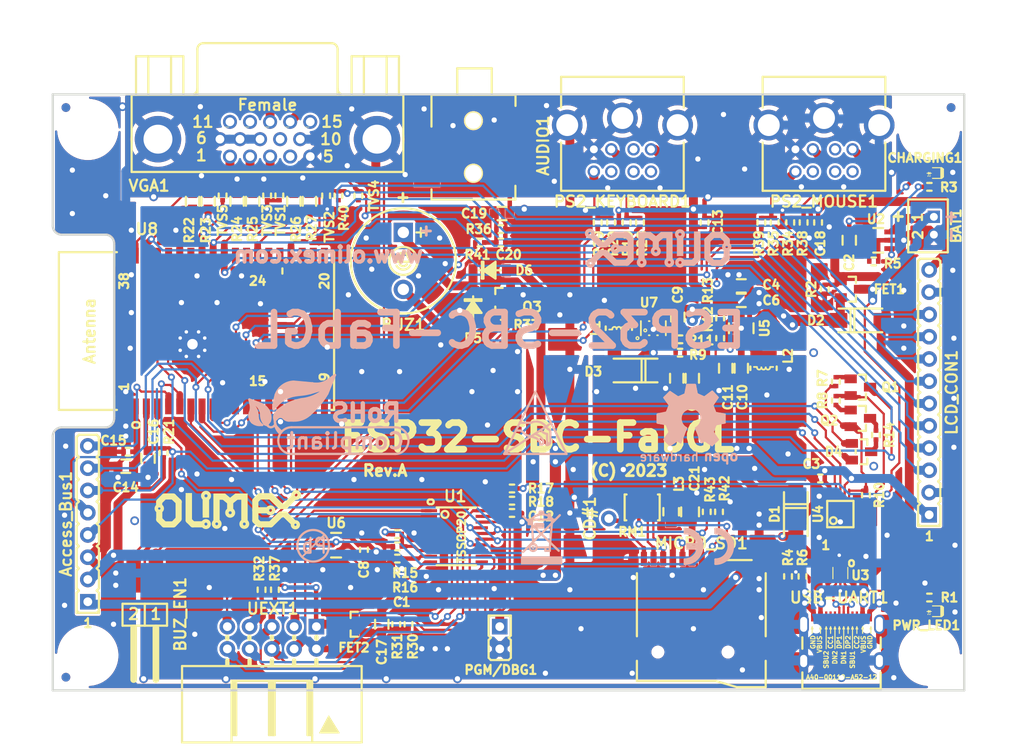
<source format=kicad_pcb>
(kicad_pcb (version 20221018) (generator pcbnew)
  (title_block (title "ESP32-SBC-FabGL") (date "2023-04-24") (rev "A") (company "OLIMEX LTD.") (comment 1 "https://www.olimex.com"))
  (layers (0 "F.Cu" signal) (31 "B.Cu" signal) (34 "B.Paste" user) (35 "F.Paste" user) (36 "B.SilkS" user "B.Silkscreen") (37 "F.SilkS" user "F.Silkscreen") (38 "B.Mask" user) (39 "F.Mask" user) (44 "Edge.Cuts" user))
  (net 0 "")
  (net 1 "+5V")
  (net 2 "GND")
  (net 3 "/ESP_EN")
  (net 4 "Net-(L2-Pad1)")
  (net 5 "Net-(MICRO_SD1-Pad1)")
  (net 6 "Net-(MICRO_SD1-Pad8)")
  (net 7 "/D_Com")
  (net 8 "Net-(FID1-PadFid1)")
  (net 9 "Net-(FID2-PadFid1)")
  (net 10 "Net-(FID3-PadFid1)")
  (net 11 "Net-(FID4-PadFid1)")
  (net 12 "Net-(FID5-PadFid1)")
  (net 13 "Net-(FID6-PadFid1)")
  (net 14 "Net-(R3-Pad2)")
  (net 15 "/USB_D-")
  (net 16 "/USB_D+")
  (net 17 "+3.3V")
  (net 18 "Net-(AUDIO1-Pad1)")
  (net 19 "/BUZZER")
  (net 20 "VBAT")
  (net 21 "Net-(BUZ1-Pad2)")
  (net 22 "Net-(BUZ1-Pad1)")
  (net 23 "Net-(BUZ_EN1-Pad1)")
  (net 24 "+5V_USB")
  (net 25 "/GPI35\\HSPI_MISO")
  (net 26 "Net-(CD#1-Pad1)")
  (net 27 "Net-(CHARGING1-Pad1)")
  (net 28 "/GPIO3\\U0RXD")
  (net 29 "/GPIO1\\U0TXD")
  (net 30 "/GPIO2\\U1TXD")
  (net 31 "/GPI34\\U1RXD")
  (net 32 "/GPIO32\\KBD_DAT")
  (net 33 "/GPIO33\\KBD_CLK")
  (net 34 "/GPIO27\\MOUSE_DAT")
  (net 35 "/GPIO26\\MOUSE_CLK")
  (net 36 "/GPIO21\\Red_0\\LCD_RST")
  (net 37 "/GPIO19\\Green_1\\VSPI_MISO")
  (net 38 "/GPIO23\\HSync\\VSPI_MOSI")
  (net 39 "/GPIO18\\Green_0\\VSPI_SCK")
  (net 40 "/GPIO22\\Red_1\\LCD_DC")
  (net 41 "/GPIO5\\Blue_1\\VSPI_CS")
  (net 42 "/GPIO12\\HSPI_MOSI")
  (net 43 "Net-(PS2_KEYBOARD1-Pad2)")
  (net 44 "Net-(PS2_KEYBOARD1-Pad6)")
  (net 45 "Net-(PS2_KEYBOARD1-Pad7)")
  (net 46 "Net-(PS2_KEYBOARD1-Pad8)")
  (net 47 "Net-(PWR_LED1-Pad1)")
  (net 48 "/CC2")
  (net 49 "Net-(R5-Pad1)")
  (net 50 "/CC1")
  (net 51 "/GPIO4\\Blue_0\\I2C_SDA")
  (net 52 "/GPIO15\\VSync\\I2C_SCL")
  (net 53 "/GPIO25\\AUDIO")
  (net 54 "Net-(USB-UART1-PadA8)")
  (net 55 "Net-(USB-UART1-PadB8)")
  (net 56 "Net-(VGA1-Pad4)")
  (net 57 "Net-(VGA1-Pad11)")
  (net 58 "Net-(PS2_MOUSE1-Pad8)")
  (net 59 "Net-(PS2_MOUSE1-Pad7)")
  (net 60 "Net-(PS2_MOUSE1-Pad6)")
  (net 61 "Net-(PS2_MOUSE1-Pad2)")
  (net 62 "Net-(C4-Pad1)")
  (net 63 "Net-(C17-Pad2)")
  (net 64 "Net-(C19-Pad1)")
  (net 65 "Net-(D3-Pad2)")
  (net 66 "/PD6\\URX")
  (net 67 "/PD7\\RST#")
  (net 68 "/PD1\\SWIO")
  (net 69 "/PD5\\UTX")
  (net 70 "Net-(R10-Pad1)")
  (net 71 "Net-(R11-Pad1)")
  (net 72 "Net-(R12-Pad1)")
  (net 73 "/PD0\\PWR_SENS")
  (net 74 "/PC3\\UEXT_PWR_EN#")
  (net 75 "/PC2\\SCL")
  (net 76 "/PC1\\SDA")
  (net 77 "/PD3\\SoftSPI_CS#")
  (net 78 "Net-(U1-Pad10)")
  (net 79 "/PA2\\SoftSPI_MISO")
  (net 80 "/PA1\\SoftSPI_MOSI")
  (net 81 "/PD4\\SoftSPI_SCK")
  (net 82 "/GPI36\\IO_EXP_IRQ")
  (net 83 "Net-(U6-Pad1)")
  (net 84 "Net-(U7-Pad6)")
  (net 85 "Net-(U8-Pad21)")
  (net 86 "Net-(U8-Pad22)")
  (net 87 "Net-(U8-Pad20)")
  (net 88 "Net-(U8-Pad19)")
  (net 89 "Net-(U8-Pad17)")
  (net 90 "Net-(U8-Pad18)")
  (net 91 "Net-(U8-Pad27)")
  (net 92 "Net-(U8-Pad28)")
  (net 93 "Net-(U8-Pad32)")
  (net 94 "/GPI39\\U1CTS")
  (net 95 "/PD2\\BAT_SENS")
  (net 96 "/GPIO13\\HSPI_CS")
  (net 97 "/GPIO14\\HSPI_CLK")
  (net 98 "Net-(PS2_KEYBOARD1-Pad5)")
  (net 99 "Net-(PS2_KEYBOARD1-Pad1)")
  (net 100 "Net-(PS2_MOUSE1-Pad5)")
  (net 101 "Net-(PS2_MOUSE1-Pad1)")
  (net 102 "Net-(VGA1-Pad9)")
  (net 103 "Net-(VGA1-Pad12)")
  (net 104 "Net-(VGA1-Pad15)")
  (net 105 "Net-(D4-Pad3)")
  (net 106 "Net-(Q2-Pad1)")
  (net 107 "/RTS#")
  (net 108 "/DTR#")
  (net 109 "Net-(C21-Pad1)")
  (net 110 "Net-(FET2-Pad3)")
  (net 111 "Net-(Q1-Pad1)")
  (net 112 "Net-(R24-Pad1)")
  (net 113 "Net-(R26-Pad1)")
  (net 114 "/GPIO0\\U1RTS")
  (net 115 "Net-(R22-Pad1)")
  (footprint "OLIMEX_Connectors-FP:SCJ325P00XG0B02G" (layer "F.Cu") (at 148 51 -90)
    (fp_text reference "AUDIO1")
    (fp_text value "PJ-3.5-365-5P")
  )
  (footprint "OLIMEX_RLC-FP:C_0603_5MIL_DWS" (layer "F.Cu") (at 178.562 79.248 90)
    (fp_text reference "C10")
    (fp_text value "22uF/6.3V/20%/X5R/C0603")
  )
  (footprint "OLIMEX_RLC-FP:C_0402_5MIL_DWS" (layer "F.Cu") (at 108.585 88.773)
    (fp_text reference "C15")
    (fp_text value "100nF/10V/10%/X7R/C0402")
  )
  (footprint "OLIMEX_RLC-FP:C_0603_5MIL_DWS" (layer "F.Cu") (at 110.871 89.535 -90)
    (fp_text reference "C16")
    (fp_text value "1uF/10V/20%/X5R/C0603")
  )
  (footprint "OLIMEX_Diodes-FP:SMA-KA" (layer "F.Cu") (at 184.785 95.885 -90)
    (fp_text reference "D1")
    (fp_text value "NA(1N5822/SS34/SMA)")
  )
  (footprint "OLIMEX_Transistors-FP:SOT23" (layer "F.Cu") (at 134.620001 108.458)
    (fp_text reference "FET2")
    (fp_text value "WPM2015-3/TR")
  )
  (footprint "OLIMEX_Other-FP:Fiducial1x3" (layer "F.Cu") (at 202.5 49.5)
    (fp_text reference "FID3" hide)
    (fp_text value "Fiducial" hide)
  )
  (footprint "OLIMEX_RLC-FP:L_0805_5MIL_DWS" (layer "F.Cu") (at 170.561 95.631 -90)
    (fp_text reference "L3")
    (fp_text value "FB0805/600R/2A")
  )
  (footprint "OLIMEX_Other-FP:Mounting_Hole_Drill-3.3mm_Clerance-7mm" (layer "F.Cu") (at 104 112)
    (fp_text reference "MH1" hide)
    (fp_text value "Mounting_Hole_NPTH" hide)
  )
  (footprint "OLIMEX_Other-FP:Mounting_Hole_Drill-3.3mm_Clerance-7mm" (layer "F.Cu") (at 200 112)
    (fp_text reference "MH2" hide)
    (fp_text value "Mounting_Hole_NPTH" hide)
  )
  (footprint "OLIMEX_Other-FP:Mounting_Hole_Drill-3.3mm_Clerance-7mm" (layer "F.Cu") (at 200 52)
    (fp_text reference "MH3" hide)
    (fp_text value "Mounting_Hole_NPTH" hide)
  )
  (footprint "OLIMEX_Connectors-FP:TFC-WPAPR-08" (layer "F.Cu") (at 174 108 -90)
    (fp_text reference "MICRO_SD1")
    (fp_text value "TFC-WPAPR-08-LF")
  )
  (footprint "OLIMEX_RLC-FP:R_0402_5MIL_DWS" (layer "F.Cu") (at 193.675 67.056)
    (fp_text reference "R5")
    (fp_text value "10k/R0402")
  )
  (footprint "OLIMEX_RLC-FP:R_0402_5MIL_DWS" (layer "F.Cu") (at 176.149 73.533 90)
    (fp_text reference "R13")
    (fp_text value "49.9k/1%/R0402")
  )
  (footprint "OLIMEX_RLC-FP:R_0402_5MIL_DWS" (layer "F.Cu") (at 152.4 94.361)
    (fp_text reference "R18")
    (fp_text value "150k/R0402")
  )
  (footprint "OLIMEX_RLC-FP:R_0402_5MIL_DWS" (layer "F.Cu") (at 165.481 62.611 90)
    (fp_text reference "R19")
    (fp_text value "10k/R0402")
  )
  (footprint "OLIMEX_RLC-FP:R_0402_5MIL_DWS" (layer "F.Cu") (at 163.703 62.611 90)
    (fp_text reference "R20")
    (fp_text value "10k/R0402")
  )
  (footprint "OLIMEX_RLC-FP:R_0603_5MIL_DWS" (layer "F.Cu") (at 115.951 60.198 -90)
    (fp_text reference "R22")
    (fp_text value "430R/1%/R0603")
  )
  (footprint "OLIMEX_RLC-FP:R_0603_5MIL_DWS" (layer "F.Cu") (at 117.729 60.198 -90)
    (fp_text reference "R23")
    (fp_text value "820R/R0603")
  )
  (footprint "OLIMEX_RLC-FP:R_0603_5MIL_DWS" (layer "F.Cu") (at 121.031 60.198 -90)
    (fp_text reference "R24")
    (fp_text value "430R/1%/R0603")
  )
  (footprint "OLIMEX_RLC-FP:R_0603_5MIL_DWS" (layer "F.Cu") (at 122.809 60.198 -90)
    (fp_text reference "R25")
    (fp_text value "820R/R0603")
  )
  (footprint "OLIMEX_RLC-FP:R_0402_5MIL_DWS" (layer "F.Cu") (at 140.589 108.458 90)
    (fp_text reference "R30")
    (fp_text value "2.2k/R0402")
  )
  (footprint "OLIMEX_RLC-FP:R_0402_5MIL_DWS" (layer "F.Cu") (at 139.192 108.458 -90)
    (fp_text reference "R31")
    (fp_text value "220k/R0402")
  )
  (footprint "OLIMEX_RLC-FP:R_0402_5MIL_DWS" (layer "F.Cu") (at 123.825 104.521 -90)
    (fp_text reference "R32")
    (fp_text value "2.2k/R0402")
  )
  (footprint "OLIMEX_RLC-FP:R_0402_5MIL_DWS" (layer "F.Cu") (at 180.848 62.611 -90)
    (fp_text reference "R39")
    (fp_text value "120R/R0402")
  )
  (footprint "OLIMEX_RLC-FP:R_0402_5MIL_DWS" (layer "F.Cu") (at 125.349 104.521 -90)
    (fp_text reference "R37")
    (fp_text value "2.2k/R0402")
  )
  (footprint "OLIMEX_RLC-FP:R_0402_5MIL_DWS" (layer "F.Cu") (at 151.384 74.167999 180)
    (fp_text reference "R33")
    (fp_text value "2.2k/R0402")
  )
  (footprint "OLIMEX_RLC-FP:R_0402_5MIL_DWS" (layer "F.Cu") (at 151.13 63.373)
    (fp_text reference "R36")
    (fp_text value "150R/R0402")
  )
  (footprint "OLIMEX_RLC-FP:R_0402_5MIL_DWS" (layer "F.Cu") (at 132.588 59.563 -90)
    (fp_text reference "R40")
    (fp_text value "NA/R0402")
  )
  (footprint "OLIMEX_RLC-FP:R_0402_5MIL_DWS" (layer "F.Cu") (at 148.717 64.897 180)
    (fp_text reference "R41")
    (fp_text value "270R/R0402")
  )
  (footprint "OLIMEX_Diodes-FP:D_0402_5MIL_DWS" (layer "F.Cu") (at 124.46 59.563 90)
    (fp_text reference "TVS3")
    (fp_text value "NA(GG0402052R542P)")
  )
  (footprint "OLIMEX_Diodes-FP:D_0402_5MIL_DWS" (layer "F.Cu") (at 134.874 59.563 90)
    (fp_text reference "TVS4")
    (fp_text value "NA(GG0402052R542P)")
  )
  (footprint "OLIMEX_RLC-FP:R_0402_5MIL_DWS" (layer "F.Cu") (at 162.179 62.611 -90)
    (fp_text reference "R29")
    (fp_text value "120R/R0402")
  )
  (footprint "OLIMEX_RLC-FP:R_0402_5MIL_DWS" (layer "F.Cu") (at 167.005 62.611 -90)
    (fp_text reference "R28")
    (fp_text value "120R/R0402")
  )
  (footprint "OLIMEX_RLC-FP:C_0402_5MIL_DWS" (layer "F.Cu") (at 139.319 100.965)
    (fp_text reference "C1")
    (fp_text value "100nF/10V/10%/X7R/C0402")
  )
  (footprint "OLIMEX_RLC-FP:C_0603_5MIL_DWS" (layer "F.Cu") (at 190.881 64.643 -90)
    (fp_text reference "C2")
    (fp_text value "22uF/6.3V/20%/X5R/C0603")
  )
  (footprint "OLIMEX_RLC-FP:C_0402_5MIL_DWS" (layer "F.Cu") (at 187.579 91.821 180)
    (fp_text reference "C3")
    (fp_text value "100nF/10V/10%/X7R/C0402")
  )
  (footprint "OLIMEX_RLC-FP:C_0603_5MIL_DWS" (layer "F.Cu") (at 178.562 69.85 180)
    (fp_text reference "C4")
    (fp_text value "NA(22uF/6.3V/20%/X5R/C0603)")
  )
  (footprint "OLIMEX_RLC-FP:C_0603_5MIL_DWS" (layer "F.Cu") (at 172.974 80.391 -90)
    (fp_text reference "C5")
    (fp_text value "NA(22uF/6.3V/20%/X5R/C0603)")
  )
  (footprint "OLIMEX_RLC-FP:C_0603_5MIL_DWS" (layer "F.Cu") (at 171.196 80.391 -90)
    (fp_text reference "C7")
    (fp_text value "22uF/6.3V/20%/X5R/C0603")
  )
  (footprint "OLIMEX_RLC-FP:C_0402_5MIL_DWS" (layer "F.Cu") (at 152.4 95.758 180)
    (fp_text reference "C12")
    (fp_text value "100nF/10V/10%/X7R/C0402")
  )
  (footprint "OLIMEX_RLC-FP:C_0402_5MIL_DWS" (layer "F.Cu") (at 174.371 62.611 90)
    (fp_text reference "C13")
    (fp_text value "100nF/10V/10%/X7R/C0402")
  )
  (footprint "OLIMEX_RLC-FP:C_0603_5MIL_DWS" (layer "F.Cu") (at 137.541 108.457999 -90)
    (fp_text reference "C17")
    (fp_text value "22uF/6.3V/20%/X5R/C0603")
  )
  (footprint "OLIMEX_RLC-FP:C_0402_5MIL_DWS" (layer "F.Cu") (at 187.325 62.611 -90)
    (fp_text reference "C18")
    (fp_text value "100nF/10V/10%/X7R/C0402")
  )
  (footprint "OLIMEX_Diodes-FP:SMA-KA" (layer "F.Cu") (at 166.497 79.502 180)
    (fp_text reference "D3")
    (fp_text value "1N5822/SS34/SMA")
  )
  (footprint "OLIMEX_Diodes-FP:SOT23-3" (layer "F.Cu") (at 192.278 88.773 180)
    (fp_text reference "D4")
    (fp_text value "BAT54C(SOT23-3)")
  )
  (footprint "OLIMEX_Diodes-FP:SOD-123_1C-2A_KA" (layer "F.Cu") (at 147.955 72.268 -90)
    (fp_text reference "D5")
    (fp_text value "1N4148W/SOD123")
  )
  (footprint "OLIMEX_Diodes-FP:SOD-123_1C-2A_KA" (layer "F.Cu") (at 149.855 68.072)
    (fp_text reference "D6")
    (fp_text value "1N4148W/SOD123")
  )
  (footprint "OLIMEX_Transistors-FP:SOT23" (layer "F.Cu") (at 151.13 71.501)
    (fp_text reference "Q3")
    (fp_text value "BC817-40(SOT23)")
  )
  (footprint "OLIMEX_RLC-FP:R_0402_5MIL_DWS" (layer "F.Cu") (at 171.577 77.47 180)
    (fp_text reference "R9")
    (fp_text value "8.25k/1%/R0402")
  )
  (footprint "OLIMEX_RLC-FP:R_0402_5MIL_DWS" (layer "F.Cu") (at 189.357 80.772 90)
    (fp_text reference "R7")
    (fp_text value "1k/R0402")
  )
  (footprint "OLIMEX_RLC-FP:R_0402_5MIL_DWS" (layer "F.Cu") (at 171.577 75.946)
    (fp_text reference "R11")
    (fp_text value "1.1k/1%/R0402")
  )
  (footprint "OLIMEX_IC-FP:SOT-23-5" (layer "F.Cu") (at 194.183 64.643)
    (fp_text reference "U2")
    (fp_text value "BL4054B-42TPRN(SOT23-5)")
  )
  (footprint "OLIMEX_Diodes-FP:SOT-666" (layer "F.Cu") (at 189.865 102.616 -90)
    (fp_text reference "U3")
    (fp_text value "NA(USBLC6-2P6)")
  )
  (footprint "OLIMEX_IC-FP:MSOP-10_Pitch-0.5mm_3.00x3.00x1.00mm" (layer "F.Cu") (at 189.865 95.885)
    (fp_text reference "U4")
    (fp_text value "CH340X(MSOP-10)")
  )
  (footprint "OLIMEX_Regulators-FP:SOT-23-5" (layer "F.Cu") (at 178.562001 74.676 -90)
    (fp_text reference "U5")
    (fp_text value "SY8089AAAC(SOT23-5)")
  )
  (footprint "OLIMEX_IC-FP:SOT23-6" (layer "F.Cu") (at 168.529 74.676 -90)
    (fp_text reference "U7")
    (fp_text value "MT3608(SOT23-6)")
  )
  (footprint "OLIMEX_RLC-FP:R_0402_5MIL_DWS" (layer "F.Cu") (at 112.649 88.9 90)
    (fp_text reference "R21")
    (fp_text value "10k/R0402")
  )
  (footprint "OLIMEX_RLC-FP:R_0603_5MIL_DWS" (layer "F.Cu") (at 127.508 60.198 -90)
    (fp_text reference "R26")
    (fp_text value "430R/1%/R0603")
  )
  (footprint "OLIMEX_RLC-FP:R_0603_5MIL_DWS" (layer "F.Cu") (at 129.286 60.198 -90)
    (fp_text reference "R27")
    (fp_text value "820R/R0603")
  )
  (footprint "OLIMEX_RLC-FP:R_0402_5MIL_DWS" (layer "F.Cu") (at 176.022 95.631 -90)
    (fp_text reference "R42")
    (fp_text value "470k/R0402")
  )
  (footprint "OLIMEX_RLC-FP:R_0402_5MIL_DWS" (layer "F.Cu") (at 174.625 95.631 -90)
    (fp_text reference "R43")
    (fp_text value "10k/R0402")
  )
  (footprint "OLIMEX_Diodes-FP:D_0402_5MIL_DWS" (layer "F.Cu") (at 125.857 59.563 90)
    (fp_text reference "TVS1")
    (fp_text value "NA(GG0402052R542P)")
  )
  (footprint "OLIMEX_Diodes-FP:D_0402_5MIL_DWS" (layer "F.Cu") (at 131.191 59.563 90)
    (fp_text reference "TVS2")
    (fp_text value "NA(GG0402052R542P)")
  )
  (footprint "OLIMEX_Other-FP:Fiducial1x3" (layer "F.Cu") (at 101.5 114.5)
    (fp_text reference "FID1" hide)
    (fp_text value "Fiducial" hide)
  )
  (footprint "OLIMEX_Other-FP:Mounting_Hole_Drill-3.3mm_Clerance-7mm" (layer "F.Cu") (at 104 52)
    (fp_text reference "MH4" hide)
    (fp_text value "Mounting_Hole_NPTH" hide)
  )
  (footprint "OLIMEX_Other-FP:Fiducial1x3" (layer "F.Cu") (at 101.5 49.5)
    (fp_text reference "FID2" hide)
    (fp_text value "Fiducial" hide)
  )
  (footprint "OLIMEX_Connectors-FP:PS2_MDR6_MINI-DIN" (layer "F.Cu") (at 188 52.5 180)
    (fp_text reference "PS2_MOUSE1")
    (fp_text value "MDR6_MINI-DIN")
  )
  (footprint "OLIMEX_RLC-FP:R_0402_5MIL_DWS" (layer "F.Cu") (at 200.025 58.547 180)
    (fp_text reference "R3")
    (fp_text value "2.2k/R0402")
  )
  (footprint "OLIMEX_Cases-FP:ESP32-WROVER(WROOM)-UNIVERSAL_MODULE" (layer "F.Cu") (at 116.4 75 90)
    (fp_text reference "U8")
    (fp_text value "ESP32-WROVER-IE")
  )
  (footprint "OLIMEX_Connectors-FP:USB2.0_TYPE-C(A40-00119-A52-12)" (layer "F.Cu") (at 190 111.5 -90)
    (fp_text reference "USB-UART1")
    (fp_text value "USB-C-16P-F(A40-00119-A52-12)")
  )
  (footprint "OLIMEX_RLC-FP:CD32" (layer "F.Cu") (at 181.102 79.248 -90)
    (fp_text reference "L2")
    (fp_text value "2.2uH/1.5A/DCR=58mR/20%/3.00x3.00x1.50mm/CD32(NRS3015T2R2MNGH)")
  )
  (footprint "OLIMEX_Connectors-FP:BH10R" (layer "F.Cu") (at 125 110 180)
    (fp_text reference "UEXT1")
    (fp_text value "B-R-10-LF(BH10R)")
  )
  (footprint "OLIMEX_LEDs-FP:LED_0603_KA" (layer "F.Cu") (at 200 57 180)
    (fp_text reference "CHARGING1")
    (fp_text value "LED/YELLOW/0603")
  )
  (footprint "OLIMEX_Connectors-FP:LIPO_BAT_VERTICAL_DW02S" (layer "F.Cu") (at 197 63 -90)
    (fp_text reference "BAT1")
    (fp_text value "DW02S")
  )
  (footprint "OLIMEX_LEDs-FP:LED_0603_KA" (layer "F.Cu") (at 200 107 180)
    (fp_text reference "PWR_LED1")
    (fp_text value "LED/RED/0603")
  )
  (footprint "OLIMEX_Connectors-FP:PS2_MDR6_MINI-DIN" (layer "F.Cu") (at 165 52.5 180)
    (fp_text reference "PS2_KEYBOARD1")
    (fp_text value "MDR6_MINI-DIN")
  )
  (footprint "OLIMEX_RLC-FP:C_0805_5MIL_DWS" (layer "F.Cu") (at 172.72 95.631 90)
    (fp_text reference "C21")
    (fp_text value "47uF/6.3V/20%/X5R/C0805")
  )
  (footprint "OLIMEX_Devices-FP:PB1221P_1-Plus_2-Minus" (layer "F.Cu") (at 140 67 -90)
    (fp_text reference "BUZ1")
    (fp_text value "BUZZER_PB1221P(1.1-1.7V_2kHz_12MM)")
  )
  (footprint "OLIMEX_RLC-FP:CD32" (layer "F.Cu") (at 164.592 74.676 90)
    (fp_text reference "L1")
    (fp_text value "2.2uH/1.5A/DCR=58mR/20%/3.00x3.00x1.50mm/CD32(NRS3015T2R2MNGH)")
  )
  (footprint "OLIMEX_Transistors-FP:SOT23" (layer "F.Cu") (at 191.008 70.231 180)
    (fp_text reference "FET1")
    (fp_text value "WPM2015-3/TR")
  )
  (footprint "OLIMEX_RLC-FP:C_0603_5MIL_DWS" (layer "F.Cu") (at 171.323 73.406 -90)
    (fp_text reference "C9")
    (fp_text value "22uF/6.3V/20%/X5R/C0603")
  )
  (footprint "OLIMEX_RLC-FP:C_0603_5MIL_DWS" (layer "F.Cu") (at 178.562 71.501 180)
    (fp_text reference "C6")
    (fp_text value "22uF/6.3V/20%/X5R/C0603")
  )
  (footprint "OLIMEX_RLC-FP:C_0603_5MIL_DWS" (layer "F.Cu") (at 176.784 79.248 90)
    (fp_text reference "C11")
    (fp_text value "NA(22uF/6.3V/20%/X5R/C0603)")
  )
  (footprint "OLIMEX_Diodes-FP:SMA-KA" (layer "F.Cu") (at 192.151 73.787)
    (fp_text reference "D2")
    (fp_text value "1N5822/SS34/SMA")
  )
  (footprint "OLIMEX_RLC-FP:R_0402_5MIL_DWS" (layer "F.Cu") (at 139.319 98.171)
    (fp_text reference "R15")
    (fp_text value "220k/R0402")
  )
  (footprint "OLIMEX_RLC-FP:R_0402_5MIL_DWS" (layer "F.Cu") (at 188.087 70.231 -90)
    (fp_text reference "R2")
    (fp_text value "10k/R0402")
  )
  (footprint "OLIMEX_RLC-FP:R_0402_5MIL_DWS" (layer "F.Cu") (at 185.674 62.611 -90)
    (fp_text reference "R38")
    (fp_text value "120R/R0402")
  )
  (footprint "OLIMEX_RLC-FP:R_0402_5MIL_DWS" (layer "F.Cu") (at 139.319 99.568 180)
    (fp_text reference "R16")
    (fp_text value "470k/R0402")
  )
  (footprint "OLIMEX_RLC-FP:R_0402_5MIL_DWS" (layer "F.Cu") (at 184.15 62.611 90)
    (fp_text reference "R34")
    (fp_text value "10k/R0402")
  )
  (footprint "OLIMEX_RLC-FP:R_0402_5MIL_DWS" (layer "F.Cu") (at 182.372 62.611 90)
    (fp_text reference "R35")
    (fp_text value "10k/R0402")
  )
  (footprint "OLIMEX_RLC-FP:C_0402_5MIL_DWS" (layer "F.Cu") (at 151.13 64.897)
    (fp_text reference "C20")
    (fp_text value "100nF/10V/10%/X7R/C0402")
  )
  (footprint "OLIMEX_RLC-FP:R_0402_5MIL_DWS" (layer "F.Cu") (at 152.4 92.964 180)
    (fp_text reference "R17")
    (fp_text value "470k/R0402")
  )
  (footprint "OLIMEX_Signs-FP:Logo_OLIMEX_TB" (layer "F.Cu") (at 120.142 95.377)
    (fp_text reference "Logo_OLIMEX_TB-Top" hide)
    (fp_text value "Logo_OLIMEX_TB" hide)
  )
  (footprint "OLIMEX_Connectors-FP:VGA15-F(HDR15-3.08-14.5T)" (layer "F.Cu") (at 124.5 49.5 180)
    (fp_text reference "VGA1")
    (fp_text value "HDR15-3.08-14.5T/VGA15/14.5mm")
  )
  (footprint "OLIMEX_RLC-FP:C_0402_5MIL_DWS" (layer "F.Cu") (at 135.509 99.949 -90)
    (fp_text reference "C8")
    (fp_text value "100nF/10V/10%/X7R/C0402")
  )
  (footprint "OLIMEX_IC-FP:SOT-23-5" (layer "F.Cu") (at 132.334 99.441 180)
    (fp_text reference "U6")
    (fp_text value "SN74LVC1G04DBVR(SOT23-5)")
  )
  (footprint "OLIMEX_Transistors-FP:SOT23" (layer "F.Cu") (at 192.151 81.407 180)
    (fp_text reference "Q1")
    (fp_text value "BC817-40(SOT23)")
  )
  (footprint "OLIMEX_Transistors-FP:SOT23" (layer "F.Cu") (at 192.151 84.963 180)
    (fp_text reference "Q2")
    (fp_text value "BC817-40(SOT23)")
  )
  (footprint "OLIMEX_RLC-FP:R_0402_5MIL_DWS" (layer "F.Cu") (at 193.929 86.868 90)
    (fp_text reference "R14")
    (fp_text value "150R/R0402")
  )
  (footprint "OLIMEX_RLC-FP:R_0402_5MIL_DWS" (layer "F.Cu") (at 189.357 82.931 -90)
    (fp_text reference "R8")
    (fp_text value "1k/R0402")
  )
  (footprint "OLIMEX_Connectors-FP:HN1x8" (layer "F.Cu") (at 104 97 90)
    (fp_text reference "Access_Bus1")
    (fp_text value "HN1x8")
  )
  (footprint "OLIMEX_Jumpers-FP:HN1x2(SMD)_H-WX-1x2-LF" (layer "F.Cu") (at 110.5 103 180)
    (fp_text reference "BUZ_EN1")
    (fp_text value "H-WX-1x2-LF+MJ6")
  )
  (footprint "OLIMEX_Connectors-FP:HN1x2" (layer "F.Cu") (at 151 110 -90)
    (fp_text reference "PGM/DBG1")
    (fp_text value "NA(HN1x2)")
  )
  (footprint "OLIMEX_IC-FP:TSSOP20_Pitch-0.65mm_6.6x4.5x1.2mm" (layer "F.Cu") (at 146.05 98.425 -90)
    (fp_text reference "U1")
    (fp_text value "CH32V003F4P6(TSSOP20)")
  )
  (footprint "OLIMEX_RLC-FP:R_0402_5MIL_DWS" (layer "F.Cu") (at 200.025 105.41 180)
    (fp_text reference "R1")
    (fp_text value "2.2k/R0402")
  )
  (footprint "OLIMEX_Connectors-FP:HN1x12" (layer "F.Cu") (at 200 82 90)
    (fp_text reference "LCD_CON1")
    (fp_text value "HN1x12")
  )
  (footprint "OLIMEX_RLC-FP:R_0402_5MIL_DWS" (layer "F.Cu") (at 183.896 102.997 -90)
    (fp_text reference "R4")
    (fp_text value "5.1k/R0402")
  )
  (footprint "OLIMEX_RLC-FP:R_0402_5MIL_DWS" (layer "F.Cu") (at 185.547 102.997 -90)
    (fp_text reference "R6")
    (fp_text value "5.1k/R0402")
  )
  (footprint "OLIMEX_RLC-FP:R_0402_5MIL_DWS" (layer "F.Cu") (at 192.786 93.726 90)
    (fp_text reference "R10")
    (fp_text value "4.7k/R0402")
  )
  (footprint "OLIMEX_RLC-FP:C_0603_5MIL_DWS" (layer "F.Cu") (at 151.257 61.595)
    (fp_text reference "C19")
    (fp_text value "22uF/6.3V/20%/X5R/C0603")
  )
  (footprint "OLIMEX_RLC-FP:RA1206_(4X0603)_4B8_xx" (layer "F.Cu") (at 167.259 95.123 180)
    (fp_text reference "RM1")
    (fp_text value "RA1206_(4x0603)_4B8_10k")
  )
  (footprint "OLIMEX_RLC-FP:C_0603_5MIL_DWS" (layer "F.Cu") (at 108.331 90.424 180)
    (fp_text reference "C14")
    (fp_text value "22uF/6.3V/20%/X5R/C0603")
  )
  (footprint "OLIMEX_Diodes-FP:D_0402_5MIL_DWS" (layer "F.Cu") (at 119.38 59.563 90)
    (fp_text reference "TVS5")
    (fp_text value "NA(GG0402052R542P)")
  )
  (footprint "OLIMEX_Other-FP:TEST_PAD_40x70_Round" (layer "F.Cu") (at 163.449 96.393)
    (fp_text reference "CD#1")
    (fp_text value "TESTPAD" hide)
  )
  (footprint "OLIMEX_RLC-FP:R_0402_5MIL_DWS" (layer "F.Cu") (at 176.149 75.819 -90)
    (fp_text reference "R12")
    (fp_text value "220k/R0402")
  )
  (footprint "OLIMEX_Other-FP:Fiducial1x3" (layer "B.Cu") (at 202.5 49.5)
    (fp_text reference "FID6" hide)
    (fp_text value "Fiducial" hide)
  )
  (footprint "OLIMEX_Other-FP:Fiducial1x3" (layer "B.Cu") (at 101.5 114.5)
    (fp_text reference "FID4" hide)
    (fp_text value "Fiducial" hide)
  )
  (footprint "OLIMEX_Other-FP:Fiducial1x3" (layer "B.Cu") (at 101.5 49.5)
    (fp_text reference "FID5" hide)
    (fp_text value "Fiducial" hide)
  )
  (footprint "OLIMEX_Signs-FP:CE_Sign" (layer "B.Cu") (at 173.863 99.568 180)
    (fp_text reference "Sign_CE" hide)
    (fp_text value "CE_Sign" hide)
  )
  (footprint "OLIMEX_Signs-FP:Logo_OLIMEX_TB" (layer "B.Cu") (at 168.91 65.532 180)
    (fp_text reference "Logo_OLIMEX_TB-Bottom" hide)
    (fp_text value "Logo_OLIMEX_TB" hide)
  )
  (footprint "OLIMEX_Signs-FP:Sign_Antistatic" (layer "B.Cu") (at 158.623 89.027 180)
    (fp_text reference "Sign_Antistatic" hide)
    (fp_text value "Sign_Antistatic" hide)
  )
  (footprint "OLIMEX_Signs-FP:Sign_OSHW_8x8" (layer "B.Cu") (at 172.847 85.09 180)
    (fp_text reference "Sign_OSHW_8x8" hide)
    (fp_text value "Sign_OSHW_8x8" hide)
  )
  (footprint "OLIMEX_Signs-FP:Sign_PB-Free" (layer "B.Cu") (at 129.921 99.187)
    (fp_text reference "Sign_PB-Free")
    (fp_text value "Sign_PB-Free")
  )
  (footprint "OLIMEX_Signs-FP:Sign_RecycleBin_1" (layer "B.Cu") (at 158.115 101.6 180)
    (fp_text reference "Sign_RecycleBin" hide)
    (fp_text value "Sign_RecycleBin" hide)
  )
  (footprint "OLIMEX_Signs-FP:Sign_RoHS_1" (layer "B.Cu") (at 139.573 88.392 180)
    (fp_text reference "Sign_RoHS" hide)
    (fp_text value "Sign_RoHS" hide)
  )
  (gr_line (start 100 63) (end 100 48) (stroke (width 0.254)) (layer "Edge.Cuts"))
  (gr_line (start 100 116) (end 100 87) (stroke (width 0.254)) (layer "Edge.Cuts"))
  (gr_arc (start 100 87) (mid 100.292893 86.292893) (end 101 86) (stroke (width 0.254)) (layer "Edge.Cuts"))
  (gr_arc (start 106 64) (mid 106.707107 64.292893) (end 107 65) (stroke (width 0.254)) (layer "Edge.Cuts"))
  (gr_arc (start 101 64) (mid 100.292893 63.707107) (end 100 63) (stroke (width 0.254)) (layer "Edge.Cuts"))
  (gr_line (start 106 64) (end 101 64) (stroke (width 0.254)) (layer "Edge.Cuts"))
  (gr_line (start 107 85) (end 107 65) (stroke (width 0.254)) (layer "Edge.Cuts"))
  (gr_arc (start 107 85) (mid 106.707107 85.707107) (end 106 86) (stroke (width 0.254)) (layer "Edge.Cuts"))
  (gr_line (start 204 48) (end 204 116) (stroke (width 0.254)) (layer "Edge.Cuts"))
  (gr_line (start 100 48) (end 204 48) (stroke (width 0.254)) (layer "Edge.Cuts"))
  (gr_line (start 101 86) (end 106 86) (stroke (width 0.254)) (layer "Edge.Cuts"))
  (gr_line (start 204 116) (end 100 116) (stroke (width 0.254)) (layer "Edge.Cuts"))
  (gr_text "ESP32-SBC-FabGL" (at 151.003 74.93) (layer "B.SilkS") (effects (font (size 3.81 3.81) (thickness 0.762)) (justify mirror)))
  (gr_text "www.olimex.com" (at 131.445 66.294) (layer "B.SilkS") (effects (font (size 1.778 1.778) (thickness 0.4445)) (justify mirror)))
  (gr_text "+" (at 142.621 63.5) (layer "B.SilkS") (effects (font (size 1.27 1.27) (thickness 0.3175)) (justify mirror)))
  (gr_text "+" (at 202.438 61.976 90) (layer "B.SilkS") (effects (font (size 1.27 1.27) (thickness 0.3175)) (justify mirror)))
  (gr_text "-" (at 202.438 64.008 90) (layer "B.SilkS") (effects (font (size 1.27 1.27) (thickness 0.3175)) (justify mirror)))
  (gr_text "Rev.A" (at 137.922 90.932) (layer "F.SilkS") (effects (font (size 1.27 1.27) (thickness 0.3175))))
  (gr_text "(C) 2023" (at 165.735 90.932) (layer "F.SilkS") (effects (font (size 1.27 1.27) (thickness 0.3175))))
  (gr_text "+" (at 139.954 59.69) (layer "F.SilkS") (effects (font (size 1.27 1.27) (thickness 0.3175))))
  (gr_text "1" (at 188.214 99.441) (layer "F.SilkS") (effects (font (size 1.016 1.016) (thickness 0.254))))
  (gr_text "1" (at 200.025 98.425) (layer "F.SilkS") (effects (font (size 1.016 1.016) (thickness 0.254))))
  (gr_text "1" (at 104.013 108.331) (layer "F.SilkS") (effects (font (size 1.016 1.016) (thickness 0.254))))
  (gr_text "+" (at 196.469 61.849) (layer "F.SilkS") (effects (font (size 1.27 1.27) (thickness 0.3175))))
  (gr_text "ESP32-SBC-FabGL" (at 155.321 87.122) (layer "F.SilkS") (effects (font (size 3.048 3.048) (thickness 0.762))))
  (segment (start 174.498 79.248) (end 174.498 70.956409) (width 1.016) (layer "F.Cu") (net 1))
  (segment (start 180.507 93.385) (end 174.498 87.376) (width 1.016) (layer "F.Cu") (net 1))
  (segment (start 173.101 65.913) (end 173.101 63.119) (width 1.016) (layer "F.Cu") (net 1))
  (segment (start 178.689 102.362) (end 178.689 95.598447) (width 1.016) (layer "F.Cu") (net 1))
  (segment (start 191.26 54.27) (end 191.303 54.27) (width 1.016) (layer "F.Cu") (net 1))
  (segment (start 173.094925 69.553334) (end 173.094925 65.919075) (width 1.016) (layer "F.Cu") (net 1))
  (segment (start 172.212 79.375) (end 172.085 79.248) (width 0.508) (layer "F.Cu") (net 1))
  (segment (start 193.066363 60.224363) (end 188.187637 60.224363) (width 1.016) (layer "F.Cu") (net 1))
  (segment (start 172.339 79.502) (end 172.212 79.375) (width 1.016) (layer "F.Cu") (net 1))
  (segment (start 174.371 63.119) (end 173.101 63.119) (width 0.508) (layer "F.Cu") (net 1))
  (segment (start 168.997 79.375) (end 172.212 79.375) (width 1.27) (layer "F.Cu") (net 1))
  (segment (start 174.498 70.956409) (end 173.094925 69.553334) (width 1.016) (layer "F.Cu") (net 1))
  (segment (start 188.187637 60.224363) (end 187.325 61.087) (width 1.016) (layer "F.Cu") (net 1))
  (segment (start 174.498 79.248) (end 174.117 79.248) (width 1.016) (layer "F.Cu") (net 1))
  (segment (start 174.117 79.248) (end 173.99 79.375) (width 1.016) (layer "F.Cu") (net 1))
  (segment (start 193.04 56.007) (end 193.04 60.198) (width 1.016) (layer "F.Cu") (net 1))
  (segment (start 182.372 63.119) (end 183.261 63.119) (width 0.508) (layer "F.Cu") (net 1))
  (segment (start 174.498 87.376) (end 174.498 79.248) (width 1.016) (layer "F.Cu") (net 1))
  (segment (start 168.87 79.502) (end 168.997 79.375) (width 1.27) (layer "F.Cu") (net 1))
  (segment (start 173.101 63.119) (end 173.101 61.087) (width 1.016) (layer "F.Cu") (net 1))
  (segment (start 180.507 93.780447) (end 180.507 93.385) (width 1.016) (layer "F.Cu") (net 1))
  (segment (start 172.085 79.248) (end 172.085 77.47) (width 0.508) (layer "F.Cu") (net 1))
  (segment (start 183.261 61.214) (end 183.261 63.119) (width 0.508) (layer "F.Cu") (net 1))
  (segment (start 173.094925 65.919075) (end 173.101 65.913) (width 1.016) (layer "F.Cu") (net 1))
  (segment (start 178.689 95.598447) (end 180.507 93.780447) (width 1.016) (layer "F.Cu") (net 1))
  (segment (start 187.325 62.103) (end 187.325 61.087) (width 0.508) (layer "F.Cu") (net 1))
  (segment (start 168.697 54.27) (end 173.101 58.674) (width 1.016) (layer "F.Cu") (net 1))
  (segment (start 171.196 79.502) (end 172.085 79.502) (width 1.016) (layer "F.Cu") (net 1))
  (segment (start 193.066363 60.224363) (end 201.829363 60.224363) (width 1.016) (layer "F.Cu") (net 1))
  (segment (start 202.329616 60.724616) (end 202.329616 65.700384) (width 1.016) (layer "F.Cu") (net 1))
  (segment (start 163.703 63.119) (end 164.592 63.119) (width 0.508) (layer "F.Cu") (net 1))
  (segment (start 168.26 54.27) (end 168.697 54.27) (width 1.016) (layer "F.Cu") (net 1))
  (segment (start 172.974 79.502) (end 172.339 79.502) (width 1.016) (layer "F.Cu") (net 1))
  (segment (start 184.785 93.385) (end 180.507 93.385) (width 1.524) (layer "F.Cu") (net 1))
  (segment (start 193.04 60.198) (end 193.066363 60.224363) (width 1.016) (layer "F.Cu") (net 1))
  (segment (start 164.592 63.119) (end 165.481 63.119) (width 0.508) (layer "F.Cu") (net 1))
  (segment (start 202.329616 65.700384) (end 200 68.03) (width 1.016) (layer "F.Cu") (net 1))
  (segment (start 172.085 79.502) (end 172.212 79.375) (width 1.016) (layer "F.Cu") (net 1))
  (segment (start 164.592 63.119) (end 164.592 61.214) (width 0.508) (layer "F.Cu") (net 1))
  (segment (start 177.927 103.124) (end 178.689 102.362) (width 1.016) (layer "F.Cu") (net 1))
  (segment (start 183.261 63.119) (end 184.15 63.119) (width 0.508) (layer "F.Cu") (net 1))
  (segment (start 173.101 58.674) (end 173.101 61.087) (width 1.016) (layer "F.Cu") (net 1))
  (segment (start 201.829363 60.224363) (end 202.329616 60.724616) (width 1.016) (layer "F.Cu") (net 1))
  (segment (start 191.303 54.27) (end 193.04 56.007) (width 1.016) (layer "F.Cu") (net 1))
  (segment (start 172.212 79.375) (end 173.99 79.375) (width 1.27) (layer "F.Cu") (net 1))
  (via (at 164.592 61.214) (size 0.8) (drill 0.4) (layers "F.Cu" "B.Cu") (net 1))
  (via (at 177.927 103.124) (size 1) (drill 0.6) (layers "F.Cu" "B.Cu") (net 1))
  (via (at 187.325 61.087) (size 1) (drill 0.6) (layers "F.Cu" "B.Cu") (net 1))
  (via (at 173.101 61.087) (size 1) (drill 0.6) (layers "F.Cu" "B.Cu") (net 1))
  (via (at 183.261 61.214) (size 0.8) (drill 0.4) (layers "F.Cu" "B.Cu") (net 1))
  (segment (start 183.769 61.087) (end 173.101 61.087) (width 1.016) (layer "B.Cu") (net 1))
  (segment (start 172.974 61.214) (end 173.101 61.087) (width 0.508) (layer "B.Cu") (net 1))
  (segment (start 187.325 61.087) (end 183.769 61.087) (width 1.016) (layer "B.Cu") (net 1))
  (segment (start 183.261 61.214) (end 183.642 61.214) (width 0.508) (layer "B.Cu") (net 1))
  (segment (start 183.642 61.214) (end 183.769 61.087) (width 0.508) (layer "B.Cu") (net 1))
  (segment (start 104.282 106.172) (end 104 105.89) (width 1.016) (layer "B.Cu") (net 1))
  (segment (start 177.927 103.124) (end 174.879 106.172) (width 1.016) (layer "B.Cu") (net 1))
  (segment (start 174.879 106.172) (end 104.282 106.172) (width 1.016) (layer "B.Cu") (net 1))
  (segment (start 164.592 61.214) (end 172.974 61.214) (width 0.508) (layer "B.Cu") (net 1))
  (segment (start 178.562 74.676) (end 181.939436 74.676) (width 0.762) (layer "F.Cu") (net 2))
  (segment (start 200.53822 64.00076) (end 197.74624 64.00076) (width 1.016) (layer "F.Cu") (net 2))
  (segment (start 108.14 66.4) (end 108.14 67.754) (width 0.762) (layer "F.Cu") (net 2))
  (segment (start 184.081297 70.739) (end 184.023 70.797297) (width 0.508) (layer "F.Cu") (net 2))
  (segment (start 170.659081 74.704919) (end 171.069 74.295) (width 0.508) (layer "F.Cu") (net 2))
  (segment (start 178.308 68.58) (end 179.07 67.818) (width 1.016) (layer "F.Cu") (net 2))
  (segment (start 195.483 64.643) (end 194.31 64.643) (width 0.508) (layer "F.Cu") (net 2))
  (segment (start 193.075 107.568) (end 193.075 106.899) (width 0.254) (layer "F.Cu") (net 2))
  (segment (start 181.737 97.155) (end 180.594 97.155) (width 1.016) (layer "F.Cu") (net 2))
  (segment (start 104.146649 100.81) (end 105.918 99.038649) (width 1.016) (layer "F.Cu") (net 2))
  (segment (start 151.638 63.373) (end 153.162 63.373) (width 0.508) (layer "F.Cu") (net 2))
  (segment (start 178.562 78.359) (end 176.784 78.359) (width 1.016) (layer "F.Cu") (net 2))
  (segment (start 183.896 89.027) (end 186.944 92.075) (width 1.016) (layer "F.Cu") (net 2))
  (segment (start 108.331 87.503) (end 108.331 86.995) (width 1.016) (layer "F.Cu") (net 2))
  (segment (start 144.653 103.886) (end 144.018 104.521) (width 0.508) (layer "F.Cu") (net 2))
  (segment (start 187.325 63.119) (end 188.595 63.119) (width 0.508) (layer "F.Cu") (net 2))
  (segment (start 110.871 90.424) (end 110.871 91.694) (width 1.016) (layer "F.Cu") (net 2))
  (segment (start 107.442 90.424) (end 107.442 91.694) (width 0.762) (layer "F.Cu") (net 2))
  (segment (start 124.263 80.715) (end 124.206 80.772) (width 0.762) (layer "F.Cu") (net 2))
  (segment (start 130.81 100.615) (end 130.81 102.235) (width 0.508) (layer "F.Cu") (net 2))
  (segment (start 186.944 92.075) (end 186.944 94.742) (width 1.016) (layer "F.Cu") (net 2))
  (segment (start 142.095 111.27) (end 130.08 111.27) (width 0.762) (layer "F.Cu") (net 2))
  (segment (start 184.023 66.675) (end 186.309 64.389) (width 1.016) (layer "F.Cu") (net 2))
  (segment (start 185.674 102.489) (end 186.309 103.124) (width 0.3556) (layer "F.Cu") (net 2))
  (segment (start 107.442 90.424) (end 107.442 90.17) (width 0.508) (layer "F.Cu") (net 2))
  (segment (start 178.562 74.676) (end 178.562 72.512053) (width 0.508) (layer "F.Cu") (net 2))
  (segment (start 153.543 95.758) (end 152.908 95.758) (width 0.508) (layer "F.Cu") (net 2))
  (segment (start 183.896 76.454) (end 183.896 89.027) (width 1.016) (layer "F.Cu") (net 2))
  (segment (start 182.118 70.866) (end 182.028718 70.955282) (width 1.016) (layer "F.Cu") (net 2))
  (segment (start 170.75 101) (end 170.75 98.741) (width 0.508) (layer "F.Cu") (net 2))
  (segment (start 174.371 60.071) (end 174.752 59.69) (width 0.508) (layer "F.Cu") (net 2))
  (segment (start 177.673 69.85) (end 177.673 68.961) (width 1.016) (layer "F.Cu") (net 2))
  (segment (start 125.92 83.6) (end 125.92 81.979) (width 0.762) (layer "F.Cu") (net 2))
  (segment (start 124.46 60.071) (end 125.857 60.071) (width 0.508) (layer "F.Cu") (net 2))
  (segment (start 170.75 102.808) (end 170.688 102.87) (width 0.762) (layer "F.Cu") (net 2))
  (segment (start 159.004 51.804) (end 158.7 51.5) (width 1.016) (layer "F.Cu") (net 2))
  (segment (start 193.075 106.899) (end 193.929 106.045) (width 0.254) (layer "F.Cu") (net 2))
  (segment (start 159.004 95.758) (end 159.004 104.521) (width 1.016) (layer "F.Cu") (net 2))
  (segment (start 142.113 111.252) (end 142.095 111.27) (width 0.762) (layer "F.Cu") (net 2))
  (segment (start 135.509 100.457) (end 135.509 100.711) (width 0.508) (layer "F.Cu") (net 2))
  (segment (start 125.8 80.715) (end 125.984 80.899) (width 0.762) (layer "F.Cu") (net 2))
  (segment (start 144.252053 99.4) (end 144.653 99.800947) (width 0.3556) (layer "F.Cu") (net 2))
  (segment (start 105.918 99.038649) (end 105.918 87.503) (width 1.016) (layer "F.Cu") (net 2))
  (segment (start 181.939436 74.676) (end 182.028718 74.586718) (width 0.762) (layer "F.Cu") (net 2))
  (segment (start 172.72 94.234) (end 172.72 94.615) (width 1.016) (layer "F.Cu") (net 2))
  (segment (start 125.92 81.979) (end 125.984 81.915) (width 0.762) (layer "F.Cu") (net 2))
  (segment (start 128.235 53.11) (end 129.897 53.11) (width 0.508) (layer "F.Cu") (net 2))
  (segment (start 152.908 95.758) (end 152.908 94.361) (width 0.508) (layer "F.Cu") (net 2))
  (segment (start 193.929 106.045) (end 194.31 106.045) (width 0.254) (layer "F.Cu") (net 2))
  (segment (start 184.023 67.818) (end 184.023 66.675) (width 1.016) (layer "F.Cu") (net 2))
  (segment (start 152.23744 70.5485) (end 153.3525 70.5485) (width 1.016) (layer "F.Cu") (net 2))
  (segment (start 104 100.81) (end 104.112 100.81) (width 1.016) (layer "F.Cu") (net 2))
  (segment (start 138.811 100.965) (end 137.541 102.235) (width 0.508) (layer "F.Cu") (net 2))
  (segment (start 159.004 70.866) (end 159.004 51.804) (width 1.016) (layer "F.Cu") (net 2))
  (segment (start 125.984 85.344) (end 125.92 85.28) (width 0.762) (layer "F.Cu") (net 2))
  (segment (start 144.653 99.800947) (end 144.653 99.949) (width 0.3556) (layer "F.Cu") (net 2))
  (segment (start 105.918 102.616) (end 107.188 102.616) (width 1.016) (layer "F.Cu") (net 2))
  (segment (start 189.865 101.806) (end 189.865 100.711) (width 0.25) (layer "F.Cu") (net 2))
  (segment (start 177.673 68.961) (end 178.054 68.58) (width 1.016) (layer "F.Cu") (net 2))
  (segment (start 173.482 93.472) (end 172.72 94.234) (width 1.016) (layer "F.Cu") (net 2))
  (segment (start 138.811 99.568) (end 138.811 100.965) (width 0.508) (layer "F.Cu") (net 2))
  (segment (start 180.594 97.155) (end 180.594 99.314) (width 1.016) (layer "F.Cu") (net 2))
  (segment (start 170.75 101) (end 170.75 102.808) (width 0.762) (layer "F.Cu") (net 2))
  (segment (start 193.325 107.03) (end 194.31 106.045) (width 0.3556) (layer "F.Cu") (net 2))
  (segment (start 178.562 72.512053) (end 177.673 71.623053) (width 0.508) (layer "F.Cu") (net 2))
  (segment (start 153.3 50.8) (end 153.173 50.927) (width 1.016) (layer "F.Cu") (net 2))
  (segment (start 194.183 67.056) (end 194.183 64.77) (width 0.508) (layer "F.Cu") (net 2))
  (segment (start 124.46 60.071) (end 124.46 61.087) (width 0.508) (layer "F.Cu") (net 2))
  (segment (start 136.86285 63.28915) (end 135.763 64.389) (width 1.016) (layer "F.Cu") (net 2))
  (segment (start 166.497 78.359) (end 166.497 81.534) (width 0.508) (layer "F.Cu") (net 2))
  (segment (start 125.984 80.899) (end 125.984 81.915) (width 0.762) (layer "F.Cu") (net 2))
  (segment (start 153.173 50.927) (end 150.368 50.927) (width 1.016) (layer "F.Cu") (net 2))
  (segment (start 186.675 107.046) (end 185.801 106.172) (width 0.4064) (layer "F.Cu") (net 2))
  (segment (start 136.995 53.11) (end 136.86285 53.24215) (width 1.016) (layer "F.Cu") (net 2))
  (segment (start 186.675 107.568) (end 186.675 107.046) (width 0.254) (layer "F.Cu") (net 2))
  (segment (start 197.74624 64.00076) (end 197.104 64.643) (width 1.016) (layer "F.Cu") (net 2))
  (segment (start 108.14 66.4) (end 108.14 64.326) (width 0.762) (layer "F.Cu") (net 2))
  (segment (start 185.68 108.337) (end 185.0014 107.6584) (width 0.762) (layer "F.Cu") (net 2))
  (segment (start 171.196 81.28) (end 170.942 81.534) (width 1.016) (layer "F.Cu") (net 2))
  (segment (start 199.517 105.41) (end 199.517 103.759) (width 0.508) (layer "F.Cu") (net 2))
  (segment (start 191.77 64.643) (end 194.31 64.643) (width 0.508) (layer "F.Cu") (net 2))
  (segment (start 178.054 68.58) (end 178.308 68.58) (width 1.016) (layer "F.Cu") (net 2))
  (segment (start 142.072 99.4) (end 141.605 98.933) (width 0.3556) (layer "F.Cu") (net 2))
  (segment (start 108.14 82.106) (end 108.331 81.915) (width 0.762) (layer "F.Cu") (net 2))
  (segment (start 171.646889 74.295) (end 172.085 74.733111) (width 0.762) (layer "F.Cu") (net 2))
  (segment (start 182.028718 70.955282) (end 182.028718 74.586718) (width 1.016) (layer "F.Cu") (net 2))
  (segment (start 193.325 107.568) (end 193.325 107.03) (width 0.254) (layer "F.Cu") (net 2))
  (segment (start 182.028718 74.586718) (end 183.896 76.454) (width 1.016) (layer "F.Cu") (net 2))
  (segment (start 125.8 80.715) (end 124.263 80.715) (width 0.762) (layer "F.Cu") (net 2))
  (segment (start 168.529 74.803) (end 168.627081 74.704919) (width 0.508) (layer "F.Cu") (net 2))
  (segment (start 170.942 81.534) (end 169.926 81.534) (width 1.016) (layer "F.Cu") (net 2))
  (segment (start 178.562001 75.976) (end 178.562001 74.676001) (width 0.762) (layer "F.Cu") (net 2))
  (segment (start 137.541 102.235) (end 137.033 102.235) (width 0.508) (layer "F.Cu") (net 2))
  (segment (start 189.865 100.711) (end 189.738 100.584) (width 0.25) (layer "F.Cu") (net 2))
  (segment (start 180.594 99.314) (end 181.102 99.822) (width 1.016) (layer "F.Cu") (net 2))
  (segment (start 174.371 62.103) (end 174.371 60.071) (width 0.508) (layer "F.Cu") (net 2))
  (segment (start 131.191 60.96) (end 131.191 60.071) (width 0.508) (layer "F.Cu") (net 2))
  (segment (start 185.801 106.172) (end 185.801 106.045) (width 0.254) (layer "F.Cu") (net 2))
  (segment (start 108.14 85.661) (end 108.331 85.852) (width 0.762) (layer "F.Cu") (net 2))
  (segment (start 151.638 64.897) (end 151.638 63.373) (width 0.508) (layer "F.Cu") (net 2))
  (segment (start 153.797 62.738) (end 153.797 61.087) (width 0.508) (layer "F.Cu") (net 2))
  (segment (start 183.896 102.489) (end 184.785 102.489) (width 0.508) (layer "F.Cu") (net 2))
  (segment (start 143.15 99.4) (end 142.072 99.4) (width 0.3556) (layer "F.Cu") (net 2))
  (segment (start 135.509 100.711) (end 137.033 102.235) (width 0.508) (layer "F.Cu") (net 2))
  (segment (start 177.038 68.58) (end 178.054 68.58) (width 1.016) (layer "F.Cu") (net 2))
  (segment (start 194.183 64.77) (end 194.31 64.643) (width 0.508) (layer "F.Cu") (net 2))
  (segment (start 153.543 96.774) (end 153.543 95.758) (width 0.508) (layer "F.Cu") (net 2))
  (segment (start 183.007 95.885) (end 181.737 97.155) (width 1.016) (layer "F.Cu") (net 2))
  (segment (start 172.974 81.28) (end 171.196 81.28) (width 0.762) (layer "F.Cu") (net 2))
  (segment (start 153.3525 70.5485) (end 153.67 70.866) (width 1.016) (layer "F.Cu") (net 2))
  (segment (start 172.085 74.733111) (end 172.085 75.946) (width 0.508) (layer "F.Cu") (net 2))
  (segment (start 168.627081 74.704919) (end 170.659081 74.704919) (width 0.508) (layer "F.Cu") (net 2))
  (segment (start 188.087 70.739) (end 184.081297 70.739) (width 0.508) (layer "F.Cu") (net 2))
  (segment (start 108.077 89.535) (end 108.077 88.773) (width 0.508) (layer "F.Cu") (net 2))
  (segment (start 178.562001 74.676001) (end 178.562 74.676) (width 0.762) (layer "F.Cu") (net 2))
  (segment (start 184.023 70.797297) (end 183.954297 70.866) (width 1.016) (layer "F.Cu") (net 2))
  (segment (start 168.529 77.47) (end 167.386 77.47) (width 0.508) (layer "F.Cu") (net 2))
  (segment (start 125.92 85.28) (end 125.92 83.6) (width 0.762) (layer "F.Cu") (net 2))
  (segment (start 119.38 60.071) (end 119.38 61.087) (width 0.4064) (layer "F.Cu") (net 2))
  (segment (start 171.069 74.295) (end 171.323 74.295) (width 0.508) (layer "F.Cu") (net 2))
  (segment (start 131.318 61.087) (end 131.191 60.96) (width 0.508) (layer "F.Cu") (net 2))
  (segment (start 105.918 87.503) (end 108.331 87.503) (width 1.016) (layer "F.Cu") (net 2))
  (segment (start 186.112891 106.045) (end 185.801 106.045) (width 0.254) (layer "F.Cu") (net 2))
  (segment (start 183.954297 70.866) (end 182.118 70.866) (width 1.016) (layer "F.Cu") (net 2))
  (segment (start 171.323 74.295) (end 171.646889 74.295) (width 0.508) (layer "F.Cu") (net 2))
  (segment (start 168.529 75.9761) (end 168.529 77.47) (width 0.508) (layer "F.Cu") (net 2))
  (segment (start 176.657 95.123) (end 177.292 94.488) (width 0.508) (layer "F.Cu") (net 2))
  (segment (start 195.483 64.643) (end 197.104 64.643) (width 0.508) (layer "F.Cu") (net 2))
  (segment (start 107.442 90.17) (end 108.077 89.535) (width 0.508) (layer "F.Cu") (net 2))
  (segment (start 184.785 102.489) (end 185.547 102.489) (width 0.508) (layer "F.Cu") (net 2))
  (segment (start 185.68 108.47) (end 185.68 108.337) (width 0.762) (layer "F.Cu") (net 2))
  (segment (start 189.865 98.285) (end 189.865 96.774) (width 0.25) (layer "F.Cu") (net 2))
  (segment (start 177.673 71.623053) (end 177.673 71.501) (width 0.508) (layer "F.Cu") (net 2))
  (segment (start 108.14 83.6) (end 108.14 85.661) (width 0.762) (layer "F.Cu") (net 2))
  (segment (start 168.529 74.803) (end 168.529 75.9761) (width 0.508) (layer "F.Cu") (net 2))
  (segment (start 186.925 107.568) (end 186.925 106.857109) (width 0.254) (layer "F.Cu") (net 2))
  (segment (start 186.944 94.742) (end 185.801 95.885) (width 1.016) (layer "F.Cu") (net 2))
  (segment (start 159.004 70.866) (end 159.004 95.758) (width 1.016) (layer "F.Cu") (net 2))
  (segment (start 178.562001 75.976) (end 178.562001 78.358999) (width 0.762) (layer "F.Cu") (net 2))
  (segment (start 179.07 67.818) (end 184.023 67.818) (width 1.016) (layer "F.Cu") (net 2))
  (segment (start 194.32 108.47) (end 194.32 110.353) (width 0.762) (layer "F.Cu") (net 2))
  (segment (start 108.14 67.754) (end 108.966 68.58) (width 0.762) (layer "F.Cu") (net 2))
  (segment (start 104.112 100.81) (end 105.918 102.616) (width 1.016) (layer "F.Cu") (net 2))
  (segment (start 108.14 83.6) (end 108.14 82.106) (width 0.762) (layer "F.Cu") (net 2))
  (segment (start 104 100.81) (end 104.146649 100.81) (width 1.016) (layer "F.Cu") (net 2))
  (segment (start 167.386 77.47) (end 166.497 78.359) (width 0.508) (layer "F.Cu") (net 2))
  (segment (start 108.14 64.326) (end 108.966 63.5) (width 0.762) (layer "F.Cu") (net 2))
  (segment (start 176.149 73.025) (end 176.149 72.39) (width 0.508) (layer "F.Cu") (net 2))
  (segment (start 131.034 100.391) (end 130.81 100.615) (width 0.508) (layer "F.Cu") (net 2))
  (segment (start 144.653 99.949) (end 144.653 103.886) (width 0.508) (layer "F.Cu") (net 2))
  (segment (start 176.022 95.123) (end 176.657 95.123) (width 0.508) (layer "F.Cu") (net 2))
  (segment (start 186.925 106.857109) (end 186.112891 106.045) (width 0.254) (layer "F.Cu") (net 2))
  (segment (start 185.801 95.885) (end 183.007 95.885) (width 1.016) (layer "F.Cu") (net 2))
  (segment (start 108.331 86.995) (end 108.331 85.852) (width 1.016) (layer "F.Cu") (net 2))
  (segment (start 143.15 99.4) (end 144.252053 99.4) (width 0.3556) (layer "F.Cu") (net 2))
  (segment (start 185.0014 107.6584) (end 185.0014 106.524698) (width 0.762) (layer "F.Cu") (net 2))
  (segment (start 142.113 111.252) (end 143.637 111.252) (width 0.762) (layer "F.Cu") (net 2))
  (segment (start 186.309 103.124) (end 186.309 103.632) (width 0.3556) (layer "F.Cu") (net 2))
  (segment (start 153.162 63.373) (end 153.797 62.738) (width 0.508) (layer "F.Cu") (net 2))
  (segment (start 185.547 102.489) (end 185.674 102.489) (width 0.3556) (layer "F.Cu") (net 2))
  (segment (start 184.023 67.818) (end 184.023 70.797297) (width 1.016) (layer "F.Cu") (net 2))
  (segment (start 136.86285 53.24215) (end 136.86285 63.28915) (width 1.016) (layer "F.Cu") (net 2))
  (segment (start 190.881 65.532) (end 191.77 64.643) (width 0.508) (layer "F.Cu") (net 2))
  (via (at 178.308 68.58) (size 1) (drill 0.6) (layers "F.Cu" "B.Cu") (net 2))
  (via (at 159.004 79.375) (size 1) (drill 0.6) (layers "F.Cu" "B.Cu") (net 2))
  (via (at 184.023 79.375) (size 1) (drill 0.6) (layers "F.Cu" "B.Cu") (net 2))
  (via (at 180.594 97.155) (size 1) (drill 0.6) (layers "F.Cu" "B.Cu") (net 2))
  (via (at 180.594 103.251) (size 1) (drill 0.6) (layers "F.Cu" "B.Cu") (net 2))
  (via (at 180.594 104.521) (size 1) (drill 0.6) (layers "F.Cu" "B.Cu") (net 2))
  (via (at 114.046 63.5) (size 1) (drill 0.6) (layers "F.Cu" "B.Cu") (net 2))
  (via (at 135.763 64.389) (size 1) (drill 0.6) (layers "F.Cu" "B.Cu") (net 2))
  (via (at 144.145 64.389) (size 1) (drill 0.6) (layers "F.Cu" "B.Cu") (net 2))
  (via (at 108.331 85.852) (size 1) (drill 0.6) (layers "F.Cu" "B.Cu") (net 2))
  (via (at 108.331 81.915) (size 1) (drill 0.6) (layers "F.Cu" "B.Cu") (net 2))
  (via (at 107.442 91.694) (size 1) (drill 0.6) (layers "F.Cu" "B.Cu") (net 2))
  (via (at 108.331 86.995) (size 1) (drill 0.6) (layers "F.Cu" "B.Cu") (net 2))
  (via (at 114.681 93.091) (size 1) (drill 0.6) (layers "F.Cu" "B.Cu") (net 2))
  (via (at 125.984 81.915) (size 1) (drill 0.6) (layers "F.Cu" "B.Cu") (net 2))
  (via (at 124.206 80.772) (size 1) (drill 0.6) (layers "F.Cu" "B.Cu") (net 2))
  (via (at 116.459 91.313) (size 1) (drill 0.6) (layers "F.Cu" "B.Cu") (net 2))
  (via (at 107.188 104.013) (size 1) (drill 0.6) (layers "F.Cu" "B.Cu") (net 2))
  (via (at 184.785 102.489) (size 0.8) (drill 0.4) (layers "F.Cu" "B.Cu") (net 2))
  (via (at 189.738 100.584) (size 0.8) (drill 0.4) (layers "F.Cu" "B.Cu") (net 2))
  (via (at 189.865 96.774) (size 1) (drill 0.6) (layers "F.Cu" "B.Cu") (net 2))
  (via (at 185.801 106.045) (size 1) (drill 0.6) (layers "F.Cu" "B.Cu") (net 2))
  (via (at 194.31 106.045) (size 1) (drill 0.6) (layers "F.Cu" "B.Cu") (net 2))
  (via (at 196.215 106.045) (size 1) (drill 0.6) (layers "F.Cu" "B.Cu") (net 2))
  (via (at 185.801 104.775) (size 1) (drill 0.6) (layers "F.Cu" "B.Cu") (net 2))
  (via (at 199.517 103.759) (size 1) (drill 0.6) (layers "F.Cu" "B.Cu") (net 2))
  (via (at 195.199 98.298) (size 1) (drill 0.6) (layers "F.Cu" "B.Cu") (net 2))
  (via (at 192.786 100.711) (size 1) (drill 0.6) (layers "F.Cu" "B.Cu") (net 2))
  (via (at 183.896 89.027) (size 1) (drill 0.6) (layers "F.Cu" "B.Cu") (net 2))
  (via (at 193.675 90.424) (size 1) (drill 0.6) (layers "F.Cu" "B.Cu") (net 2))
  (via (at 197.104 76.962) (size 1) (drill 0.6) (layers "F.Cu" "B.Cu") (net 2))
  (via (at 197.104 74.422) (size 1) (drill 0.6) (layers "F.Cu" "B.Cu") (net 2))
  (via (at 197.104 64.643) (size 1) (drill 0.6) (layers "F.Cu" "B.Cu") (net 2))
  (via (at 177.292 94.488) (size 1) (drill 0.6) (layers "F.Cu" "B.Cu") (net 2))
  (via (at 166.243 103.124) (size 1) (drill 0.6) (layers "F.Cu" "B.Cu") (net 2))
  (via (at 178.689 113.665) (size 1) (drill 0.6) (layers "F.Cu" "B.Cu") (net 2))
  (via (at 166.116 114.046) (size 1) (drill 0.6) (layers "F.Cu" "B.Cu") (net 2))
  (via (at 173.101 108.966) (size 1) (drill 0.6) (layers "F.Cu" "B.Cu") (net 2))
  (via (at 178.562 74.676) (size 1) (drill 0.6) (layers "F.Cu" "B.Cu") (net 2))
  (via (at 188.595 63.119) (size 1) (drill 0.6) (layers "F.Cu" "B.Cu") (net 2))
  (via (at 185.42 58.547) (size 1) (drill 0.6) (layers "F.Cu" "B.Cu") (net 2))
  (via (at 190.246 58.547) (size 1) (drill 0.6) (layers "F.Cu" "B.Cu") (net 2))
  (via (at 168.529 77.47) (size 1) (drill 0.6) (layers "F.Cu" "B.Cu") (net 2))
  (via (at 169.926 81.534) (size 1) (drill 0.6) (layers "F.Cu" "B.Cu") (net 2))
  (via (at 166.497 81.534) (size 1) (drill 0.6) (layers "F.Cu" "B.Cu") (net 2))
  (via (at 174.752 59.69) (size 1) (drill 0.6) (layers "F.Cu" "B.Cu") (net 2))
  (via (at 163.322 58.674) (size 1) (drill 0.6) (layers "F.Cu" "B.Cu") (net 2))
  (via (at 176.022 81.788) (size 1) (drill 0.6) (layers "F.Cu" "B.Cu") (net 2))
  (via (at 153.797 61.087) (size 1) (drill 0.6) (layers "F.Cu" "B.Cu") (net 2))
  (via (at 150.368 50.927) (size 1) (drill 0.6) (layers "F.Cu" "B.Cu") (net 2))
  (via (at 144.78 67.31) (size 1) (drill 0.6) (layers "F.Cu" "B.Cu") (net 2))
  (via (at 141.732 68.707) (size 1) (drill 0.6) (layers "F.Cu" "B.Cu") (net 2))
  (via (at 139.573 79.629) (size 1) (drill 0.6) (layers "F.Cu" "B.Cu") (net 2))
  (via (at 144.272 76.581) (size 1) (drill 0.6) (layers "F.Cu" "B.Cu") (net 2))
  (via (at 146.431 72.644) (size 1) (drill 0.6) (layers "F.Cu" "B.Cu") (net 2))
  (via (at 135.255 79.629) (size 1) (drill 0.6) (layers "F.Cu" "B.Cu") (net 2))
  (via (at 137.033 102.235) (size 1) (drill 0.6) (layers "F.Cu" "B.Cu") (net 2))
  (via (at 130.81 102.235) (size 1) (drill 0.6) (layers "F.Cu" "B.Cu") (net 2))
  (via (at 126.492 102.235) (size 1) (drill 0.6) (layers "F.Cu" "B.Cu") (net 2))
  (via (at 145.034 111.252) (size 1) (drill 0.6) (layers "F.Cu" "B.Cu") (net 2))
  (via (at 160.274 108.966) (size 1) (drill 0.6) (layers "F.Cu" "B.Cu") (net 2))
  (via (at 156.21 114.046) (size 1) (drill 0.6) (layers "F.Cu" "B.Cu") (net 2))
  (via (at 146.177 114.681) (size 1) (drill 0.6) (layers "F.Cu" "B.Cu") (net 2))
  (via (at 138.049 114.681) (size 1) (drill 0.6) (layers "F.Cu" "B.Cu") (net 2))
  (via (at 129.921 114.681) (size 1) (drill 0.6) (layers "F.Cu" "B.Cu") (net 2))
  (via (at 119.761 114.681) (size 1) (drill 0.6) (layers "F.Cu" "B.Cu") (net 2))
  (via (at 110.363 114.681) (size 1) (drill 0.6) (layers "F.Cu" "B.Cu") (net 2))
  (via (at 116.205 109.601) (size 1) (drill 0.6) (layers "F.Cu" "B.Cu") (net 2))
  (via (at 106.934 108.458) (size 1) (drill 0.6) (layers "F.Cu" "B.Cu") (net 2))
  (via (at 117.856 104.267) (size 1) (drill 0.6) (layers "F.Cu" "B.Cu") (net 2))
  (via (at 133.985 104.267) (size 1) (drill 0.6) (layers "F.Cu" "B.Cu") (net 2))
  (via (at 101.346 106.299) (size 1) (drill 0.6) (layers "F.Cu" "B.Cu") (net 2))
  (via (at 101.346 96.012) (size 1) (drill 0.6) (layers "F.Cu" "B.Cu") (net 2))
  (via (at 101.473 88.138) (size 1) (drill 0.6) (layers "F.Cu" "B.Cu") (net 2))
  (via (at 109.347 96.647) (size 1) (drill 0.6) (layers "F.Cu" "B.Cu") (net 2))
  (via (at 119.634 97.536) (size 1) (drill 0.6) (layers "F.Cu" "B.Cu") (net 2))
  (via (at 120.396 91.948) (size 1) (drill 0.6) (layers "F.Cu" "B.Cu") (net 2))
  (via (at 134.366 91.948) (size 1) (drill 0.6) (layers "F.Cu" "B.Cu") (net 2))
  (via (at 142.113 91.948) (size 1) (drill 0.6) (layers "F.Cu" "B.Cu") (net 2))
  (via (at 149.352 92.202) (size 1) (drill 0.6) (layers "F.Cu" "B.Cu") (net 2))
  (via (at 141.224 98.044) (size 1) (drill 0.6) (layers "F.Cu" "B.Cu") (net 2))
  (via (at 135.255 98.044) (size 1) (drill 0.6) (layers "F.Cu" "B.Cu") (net 2))
  (via (at 174.244 104.521) (size 1) (drill 0.6) (layers "F.Cu" "B.Cu") (net 2))
  (via (at 180.848 107.696) (size 1) (drill 0.6) (layers "F.Cu" "B.Cu") (net 2))
  (via (at 189.992 114.554) (size 1) (drill 0.6) (layers "F.Cu" "B.Cu") (net 2))
  (via (at 195.961 114.554) (size 1) (drill 0.6) (layers "F.Cu" "B.Cu") (net 2))
  (via (at 154.813 89.916) (size 1) (drill 0.6) (layers "F.Cu" "B.Cu") (net 2))
  (via (at 159.385 90.805) (size 1) (drill 0.6) (layers "F.Cu" "B.Cu") (net 2))
  (via (at 165.1 90.805) (size 1) (drill 0.6) (layers "F.Cu" "B.Cu") (net 2))
  (via (at 159.512 93.98) (size 1) (drill 0.6) (layers "F.Cu" "B.Cu") (net 2))
  (via (at 174.371 90.805) (size 1) (drill 0.6) (layers "F.Cu" "B.Cu") (net 2))
  (via (at 180.086 90.678) (size 1) (drill 0.6) (layers "F.Cu" "B.Cu") (net 2))
  (via (at 181.483 82.296) (size 1) (drill 0.6) (layers "F.Cu" "B.Cu") (net 2))
  (via (at 187.452 93.853) (size 1) (drill 0.6) (layers "F.Cu" "B.Cu") (net 2))
  (via (at 187.452 98.552) (size 1) (drill 0.6) (layers "F.Cu" "B.Cu") (net 2))
  (via (at 202.946 107.061) (size 1) (drill 0.6) (layers "F.Cu" "B.Cu") (net 2))
  (via (at 202.946 99.441) (size 1) (drill 0.6) (layers "F.Cu" "B.Cu") (net 2))
  (via (at 202.819 88.265) (size 1) (drill 0.6) (layers "F.Cu" "B.Cu") (net 2))
  (via (at 202.819 82.677) (size 1) (drill 0.6) (layers "F.Cu" "B.Cu") (net 2))
  (via (at 202.819 75.819) (size 1) (drill 0.6) (layers "F.Cu" "B.Cu") (net 2))
  (via (at 202.692 68.072) (size 1) (drill 0.6) (layers "F.Cu" "B.Cu") (net 2))
  (via (at 202.692 56.896) (size 1) (drill 0.6) (layers "F.Cu" "B.Cu") (net 2))
  (via (at 195.707 56.896) (size 1) (drill 0.6) (layers "F.Cu" "B.Cu") (net 2))
  (via (at 162.941 71.501) (size 1) (drill 0.6) (layers "F.Cu" "B.Cu") (net 2))
  (via (at 186.817 77.47) (size 1) (drill 0.6) (layers "F.Cu" "B.Cu") (net 2))
  (via (at 162.052 81.915) (size 1) (drill 0.6) (layers "F.Cu" "B.Cu") (net 2))
  (via (at 153.035 81.915) (size 1) (drill 0.6) (layers "F.Cu" "B.Cu") (net 2))
  (via (at 153.035 77.343) (size 1) (drill 0.6) (layers "F.Cu" "B.Cu") (net 2))
  (via (at 157.861 73.152) (size 1) (drill 0.6) (layers "F.Cu" "B.Cu") (net 2))
  (via (at 147.828 81.915) (size 1) (drill 0.6) (layers "F.Cu" "B.Cu") (net 2))
  (via (at 149.606 85.725) (size 1) (drill 0.6) (layers "F.Cu" "B.Cu") (net 2))
  (via (at 150.241 79.502) (size 1) (drill 0.6) (layers "F.Cu" "B.Cu") (net 2))
  (via (at 132.969 85.598) (size 1) (drill 0.6) (layers "F.Cu" "B.Cu") (net 2))
  (via (at 131.318 76.835) (size 1) (drill 0.6) (layers "F.Cu" "B.Cu") (net 2))
  (via (at 133.731 70.866) (size 1) (drill 0.6) (layers "F.Cu" "B.Cu") (net 2))
  (via (at 136.398 67.945) (size 1) (drill 0.6) (layers "F.Cu" "B.Cu") (net 2))
  (via (at 197.104 70.358) (size 1) (drill 0.6) (layers "F.Cu" "B.Cu") (net 2))
  (via (at 187.579 65.532) (size 1) (drill 0.6) (layers "F.Cu" "B.Cu") (net 2))
  (via (at 123.698 71.882) (size 1) (drill 0.6) (layers "F.Cu" "B.Cu") (net 2))
  (via (at 121.539 68.707) (size 1) (drill 0.6) (layers "F.Cu" "B.Cu") (net 2))
  (via (at 116.459 68.707) (size 1) (drill 0.6) (layers "F.Cu" "B.Cu") (net 2))
  (via (at 118.745 71.755) (size 1) (drill 0.6) (layers "F.Cu" "B.Cu") (net 2))
  (via (at 114.681 71.755) (size 1) (drill 0.6) (layers "F.Cu" "B.Cu") (net 2))
  (via (at 108.966 72.898) (size 1) (drill 0.6) (layers "F.Cu" "B.Cu") (net 2))
  (via (at 108.839 76.962) (size 1) (drill 0.6) (layers "F.Cu" "B.Cu") (net 2))
  (via (at 102.235 61.595) (size 1) (drill 0.6) (layers "F.Cu" "B.Cu") (net 2))
  (via (at 102.235 56.642) (size 1) (drill 0.6) (layers "F.Cu" "B.Cu") (net 2))
  (via (at 106.045 59.563) (size 1) (drill 0.6) (layers "F.Cu" "B.Cu") (net 2))
  (via (at 111.506 59.69) (size 1) (drill 0.6) (layers "F.Cu" "B.Cu") (net 2))
  (via (at 116.967 57.277) (size 1) (drill 0.6) (layers "F.Cu" "B.Cu") (net 2))
  (via (at 124.079 57.658) (size 1) (drill 0.6) (layers "F.Cu" "B.Cu") (net 2))
  (via (at 121.031 57.658) (size 1) (drill 0.6) (layers "F.Cu" "B.Cu") (net 2))
  (via (at 128.524 57.531) (size 1) (drill 0.6) (layers "F.Cu" "B.Cu") (net 2))
  (via (at 107.95 49.403) (size 1) (drill 0.6) (layers "F.Cu" "B.Cu") (net 2))
  (via (at 116.84 49.403) (size 1) (drill 0.6) (layers "F.Cu" "B.Cu") (net 2))
  (via (at 134.112 49.657) (size 1) (drill 0.6) (layers "F.Cu" "B.Cu") (net 2))
  (via (at 140.208 57.15) (size 1) (drill 0.6) (layers "F.Cu" "B.Cu") (net 2))
  (via (at 133.604 56.134) (size 1) (drill 0.6) (layers "F.Cu" "B.Cu") (net 2))
  (via (at 142.367 49.657) (size 1) (drill 0.6) (layers "F.Cu" "B.Cu") (net 2))
  (via (at 145.669 51.562) (size 1) (drill 0.6) (layers "F.Cu" "B.Cu") (net 2))
  (via (at 156.337 49.276) (size 1) (drill 0.6) (layers "F.Cu" "B.Cu") (net 2))
  (via (at 157.226 57.912) (size 1) (drill 0.6) (layers "F.Cu" "B.Cu") (net 2))
  (via (at 160.782 61.214) (size 1) (drill 0.6) (layers "F.Cu" "B.Cu") (net 2))
  (via (at 176.53 50.292) (size 1) (drill 0.6) (layers "F.Cu" "B.Cu") (net 2))
  (via (at 178.943 56.515) (size 1) (drill 0.6) (layers "F.Cu" "B.Cu") (net 2))
  (via (at 173.609 55.372) (size 1) (drill 0.6) (layers "F.Cu" "B.Cu") (net 2))
  (via (at 169.291 58.674) (size 1) (drill 0.6) (layers "F.Cu" "B.Cu") (net 2))
  (via (at 150.368 104.394) (size 1) (drill 0.6) (layers "F.Cu" "B.Cu") (net 2))
  (via (at 124.46 61.087) (size 0.8) (drill 0.4) (layers "F.Cu" "B.Cu") (net 2))
  (via (at 177.038 68.58) (size 1) (drill 0.6) (layers "F.Cu" "B.Cu") (net 2))
  (via (at 119.38 61.087) (size 0.8) (drill 0.4) (layers "F.Cu" "B.Cu") (net 2))
  (via (at 142.113 111.252) (size 1) (drill 0.6) (layers "F.Cu" "B.Cu") (net 2))
  (via (at 108.966 68.58) (size 1) (drill 0.6) (layers "F.Cu" "B.Cu") (net 2))
  (via (at 131.318 61.087) (size 0.8) (drill 0.4) (layers "F.Cu" "B.Cu") (net 2))
  (via (at 144.018 104.521) (size 1) (drill 0.6) (layers "F.Cu" "B.Cu") (net 2))
  (via (at 168.529 74.803) (size 1) (drill 0.6) (layers "F.Cu" "B.Cu") (net 2))
  (via (at 110.871 91.694) (size 1) (drill 0.6) (layers "F.Cu" "B.Cu") (net 2))
  (via (at 170.688 102.87) (size 1) (drill 0.6) (layers "F.Cu" "B.Cu") (net 2))
  (via (at 143.637 111.252) (size 1) (drill 0.6) (layers "F.Cu" "B.Cu") (net 2))
  (via (at 107.188 102.616) (size 1) (drill 0.6) (layers "F.Cu" "B.Cu") (net 2))
  (via (at 159.004 70.866) (size 1) (drill 0.6) (layers "F.Cu" "B.Cu") (net 2))
  (via (at 153.67 70.866) (size 1) (drill 0.6) (layers "F.Cu" "B.Cu") (net 2))
  (via (at 180.594 95.885) (size 1) (drill 0.6) (layers "F.Cu" "B.Cu") (net 2))
  (via (at 153.543 96.774) (size 1) (drill 0.6) (layers "F.Cu" "B.Cu") (net 2))
  (via (at 159.004 104.521) (size 1) (drill 0.6) (layers "F.Cu" "B.Cu") (net 2))
  (via (at 173.482 93.472) (size 1) (drill 0.6) (layers "F.Cu" "B.Cu") (net 2))
  (via (at 108.966 63.5) (size 1) (drill 0.6) (layers "F.Cu" "B.Cu") (net 2))
  (via (at 159.004 95.758) (size 1) (drill 0.6) (layers "F.Cu" "B.Cu") (net 2))
  (via (at 119.38 80.899) (size 1) (drill 0.6) (layers "F.Cu" "B.Cu") (net 2))
  (via (at 125.984 85.344) (size 1) (drill 0.6) (layers "F.Cu" "B.Cu") (net 2))
  (via (at 186.309 64.389) (size 1) (drill 0.6) (layers "F.Cu" "B.Cu") (net 2))
  (segment (start 184.023 103.251) (end 185.801 101.473) (width 1.016) (layer "B.Cu") (net 2))
  (segment (start 178.689 95.885) (end 177.292 94.488) (width 1.016) (layer "B.Cu") (net 2))
  (segment (start 107.188 102.616) (end 136.652 102.616) (width 1.016) (layer "B.Cu") (net 2))
  (segment (start 188 50.7) (end 188.1 50.8) (width 1.016) (layer "B.Cu") (net 2))
  (segment (start 194.3 51.5) (end 194.3 54.219) (width 1.016) (layer "B.Cu") (net 2))
  (segment (start 112.005 53.11) (end 115.839 49.276) (width 1.016) (layer "B.Cu") (net 2))
  (segment (start 188 50.7) (end 185.393 50.7) (width 1.016) (layer "B.Cu") (net 2))
  (segment (start 200.53822 64.00076) (end 202.55776 64.00076) (width 1.016) (layer "B.Cu") (net 2))
  (segment (start 169.037 104.521) (end 159.004 104.521) (width 1.016) (layer "B.Cu") (net 2))
  (segment (start 199.517 103.759) (end 199.517 105.283) (width 1.016) (layer "B.Cu") (net 2))
  (segment (start 184.593 51.5) (end 181.7 51.5) (width 1.016) (layer "B.Cu") (net 2))
  (segment (start 194.31 112.522) (end 183.388 112.522) (width 1.016) (layer "B.Cu") (net 2))
  (segment (start 159.004 70.866) (end 153.67 70.866) (width 1.016) (layer "B.Cu") (net 2))
  (segment (start 170.688 102.87) (end 169.037 104.521) (width 1.016) (layer "B.Cu") (net 2))
  (segment (start 128.235 53.11) (end 130.659 53.11) (width 1.016) (layer "B.Cu") (net 2))
  (segment (start 202.057 93.472) (end 202.565 92.964) (width 1.016) (layer "B.Cu") (net 2))
  (segment (start 196.596 56.515) (end 199.644 56.515) (width 1.016) (layer "B.Cu") (net 2))
  (segment (start 121.365 53.11) (end 122.277 53.11) (width 1.016) (layer "B.Cu") (net 2))
  (segment (start 167.513 70.866) (end 159.004 70.866) (width 1.016) (layer "B.Cu") (net 2))
  (segment (start 137.922 102.235) (end 140.208 104.521) (width 1.016) (layer "B.Cu") (net 2))
  (segment (start 177.038 68.58) (end 177.038 70.866) (width 1.016) (layer "B.Cu") (net 2))
  (segment (start 144.018 104.521) (end 159.004 104.521) (width 1.016) (layer "B.Cu") (net 2))
  (segment (start 143.637 111.252) (end 145.034 111.252) (width 0.762) (layer "B.Cu") (net 2))
  (segment (start 119.38 80.899) (end 119.38 81.28) (width 1.016) (layer "B.Cu") (net 2))
  (segment (start 200 70.57) (end 202.565 70.57) (width 1.016) (layer "B.Cu") (net 2))
  (segment (start 167.513 70.866) (end 167.513 76.835) (width 1.016) (layer "B.Cu") (net 2))
  (segment (start 140.208 104.521) (end 144.018 104.521) (width 1.016) (layer "B.Cu") (net 2))
  (segment (start 120.015 81.915) (end 125.984 81.915) (width 1.016) (layer "B.Cu") (net 2))
  (segment (start 199.644 56.515) (end 202.565 59.436) (width 1.016) (layer "B.Cu") (net 2))
  (segment (start 194.3 54.219) (end 196.596 56.515) (width 1.016) (layer "B.Cu") (net 2))
  (segment (start 177.292 94.488) (end 174.498 94.488) (width 1.016) (layer "B.Cu") (net 2))
  (segment (start 161.925 93.98) (end 160.147 95.758) (width 1.016) (layer "B.Cu") (net 2))
  (segment (start 177.038 70.866) (end 167.513 70.866) (width 1.016) (layer "B.Cu") (net 2))
  (segment (start 188.1 50.8) (end 193.6 50.8) (width 1.016) (layer "B.Cu") (net 2))
  (segment (start 174.498 94.488) (end 173.482 93.472) (width 1.016) (layer "B.Cu") (net 2))
  (segment (start 199.517 105.283) (end 195.707 109.093) (width 1.016) (layer "B.Cu") (net 2))
  (segment (start 202.015 93.43) (end 200 93.43) (width 1.016) (layer "B.Cu") (net 2))
  (segment (start 123.655 53.11) (end 122.277 53.11) (width 1.016) (layer "B.Cu") (net 2))
  (segment (start 185.393 50.7) (end 184.593 51.5) (width 1.016) (layer "B.Cu") (net 2))
  (segment (start 137.033 102.235) (end 137.922 102.235) (width 1.016) (layer "B.Cu") (net 2))
  (segment (start 172.974 93.98) (end 161.925 93.98) (width 1.016) (layer "B.Cu") (net 2))
  (segment (start 180.594 95.885) (end 178.689 95.885) (width 1.016) (layer "B.Cu") (net 2))
  (segment (start 124.46 61.087) (end 131.318 61.087) (width 1.016) (layer "B.Cu") (net 2))
  (segment (start 138.303 81.915) (end 149.352 70.866) (width 1.016) (layer "B.Cu") (net 2))
  (segment (start 149.352 70.866) (end 153.67 70.866) (width 1.016) (layer "B.Cu") (net 2))
  (segment (start 180.594 104.521) (end 180.594 103.251) (width 1.016) (layer "B.Cu") (net 2))
  (segment (start 197.231 101.473) (end 199.517 103.759) (width 1.016) (layer "B.Cu") (net 2))
  (segment (start 180.594 97.155) (end 180.594 95.885) (width 1.016) (layer "B.Cu") (net 2))
  (segment (start 195.707 111.125) (end 194.31 112.522) (width 1.016) (layer "B.Cu") (net 2))
  (segment (start 193.6 50.8) (end 194.3 51.5) (width 1.016) (layer "B.Cu") (net 2))
  (segment (start 125.984 81.915) (end 138.303 81.915) (width 1.016) (layer "B.Cu") (net 2))
  (segment (start 119.38 81.28) (end 120.015 81.915) (width 1.016) (layer "B.Cu") (net 2))
  (segment (start 131.318 57.785) (end 131.318 61.087) (width 1.016) (layer "B.Cu") (net 2))
  (segment (start 136.652 102.616) (end 137.033 102.235) (width 1.016) (layer "B.Cu") (net 2))
  (segment (start 119.38 80.899) (end 119.38 76.835) (width 1.016) (layer "B.Cu") (net 2))
  (segment (start 159.004 79.375) (end 172.72 79.375) (width 1.016) (layer "B.Cu") (net 2))
  (segment (start 185.801 101.473) (end 197.231 101.473) (width 1.016) (layer "B.Cu") (net 2))
  (segment (start 180.594 103.251) (end 184.023 103.251) (width 1.016) (layer "B.Cu") (net 2))
  (segment (start 108.331 56.784) (end 108.331 85.852) (width 1.016) (layer "B.Cu") (net 2))
  (segment (start 160.147 95.758) (end 159.004 95.758) (width 1.016) (layer "B.Cu") (net 2))
  (segment (start 112.005 53.11) (end 108.331 56.784) (width 1.016) (layer "B.Cu") (net 2))
  (segment (start 119.075 53.11) (end 116.943 53.11) (width 1.016) (layer "B.Cu") (net 2))
  (segment (start 202.55776 64.00076) (end 202.565 64.008) (width 1.016) (layer "B.Cu") (net 2))
  (segment (start 195.707 109.093) (end 195.707 111.125) (width 1.016) (layer "B.Cu") (net 2))
  (segment (start 199.517 103.759) (end 202.057 101.219) (width 1.016) (layer "B.Cu") (net 2))
  (segment (start 202.565 92.964) (end 202.565 89.535) (width 1.016) (layer "B.Cu") (net 2))
  (segment (start 115.839 49.276) (end 155.194 49.276) (width 1.016) (layer "B.Cu") (net 2))
  (segment (start 202.565 70.57) (end 202.565 89.535) (width 1.016) (layer "B.Cu") (net 2))
  (segment (start 173.482 93.472) (end 172.974 93.98) (width 1.016) (layer "B.Cu") (net 2))
  (segment (start 119.075 53.11) (end 120.166 53.11) (width 1.016) (layer "B.Cu") (net 2))
  (segment (start 202.565 70.57) (end 202.565 64.008) (width 1.016) (layer "B.Cu") (net 2))
  (segment (start 119.38 61.087) (end 124.46 61.087) (width 1.016) (layer "B.Cu") (net 2))
  (segment (start 121.365 53.11) (end 120.166 53.11) (width 1.016) (layer "B.Cu") (net 2))
  (segment (start 202.565 64.008) (end 202.565 59.436) (width 1.016) (layer "B.Cu") (net 2))
  (segment (start 184.023 79.375) (end 176.276 79.375) (width 1.016) (layer "B.Cu") (net 2))
  (segment (start 202.057 93.472) (end 202.015 93.43) (width 1.016) (layer "B.Cu") (net 2))
  (segment (start 107.442 91.694) (end 110.871 91.694) (width 1.016) (layer "B.Cu") (net 2))
  (segment (start 202.057 101.219) (end 202.057 93.472) (width 1.016) (layer "B.Cu") (net 2))
  (segment (start 110.617 88.392) (end 110.871 88.646) (width 0.508) (layer "F.Cu") (net 3))
  (segment (start 110.617 84.835) (end 110.617 88.392) (width 0.508) (layer "F.Cu") (net 3))
  (segment (start 113.284 88.392) (end 113.665 88.773) (width 0.508) (layer "F.Cu") (net 3))
  (segment (start 193.25336 81.40446) (end 193.25336 81.49336) (width 0.762) (layer "F.Cu") (net 3))
  (segment (start 195.707 83.947) (end 193.802 82.042) (width 0.254) (layer "F.Cu") (net 3))
  (segment (start 110.68 84.772) (end 110.617 84.835) (width 0.508) (layer "F.Cu") (net 3))
  (segment (start 110.68 83.6) (end 110.68 84.772) (width 0.762) (layer "F.Cu") (net 3))
  (segment (start 195.707 89.408) (end 195.707 83.947) (width 0.254) (layer "F.Cu") (net 3))
  (segment (start 193.25336 81.49336) (end 193.802 82.042) (width 0.762) (layer "F.Cu") (net 3))
  (segment (start 111.125 88.392) (end 112.649 88.392) (width 0.508) (layer "F.Cu") (net 3))
  (segment (start 110.871 88.646) (end 111.125 88.392) (width 0.508) (layer "F.Cu") (net 3))
  (segment (start 112.649 88.392) (end 113.284 88.392) (width 0.508) (layer "F.Cu") (net 3))
  (via (at 195.707 89.408) (size 0.8) (drill 0.4) (layers "F.Cu" "B.Cu") (net 3))
  (via (at 113.665 88.773) (size 0.8) (drill 0.4) (layers "F.Cu" "B.Cu") (net 3))
  (segment (start 104.902 97.536) (end 108.204 94.234) (width 0.254) (layer "B.Cu") (net 3))
  (segment (start 113.665 92.329) (end 113.665 88.773) (width 0.254) (layer "B.Cu") (net 3))
  (segment (start 115.697 88.773) (end 113.665 88.773) (width 0.254) (layer "B.Cu") (net 3))
  (segment (start 104 98.27) (end 104.168 98.27) (width 1.016) (layer "B.Cu") (net 3))
  (segment (start 117.602 90.678) (end 115.697 88.773) (width 0.254) (layer "B.Cu") (net 3))
  (segment (start 104.168 98.27) (end 104.902 97.536) (width 1.016) (layer "B.Cu") (net 3))
  (segment (start 151.765 90.678) (end 117.602 90.678) (width 0.254) (layer "B.Cu") (net 3))
  (segment (start 194.945 88.646) (end 185.674 88.646) (width 0.254) (layer "B.Cu") (net 3))
  (segment (start 185.674 88.646) (end 184.15 87.122) (width 0.254) (layer "B.Cu") (net 3))
  (segment (start 155.321 87.122) (end 151.765 90.678) (width 0.254) (layer "B.Cu") (net 3))
  (segment (start 195.707 89.408) (end 194.945 88.646) (width 0.254) (layer "B.Cu") (net 3))
  (segment (start 111.76 94.234) (end 113.665 92.329) (width 0.254) (layer "B.Cu") (net 3))
  (segment (start 184.15 87.122) (end 155.321 87.122) (width 0.254) (layer "B.Cu") (net 3))
  (segment (start 108.204 94.234) (end 111.76 94.234) (width 0.254) (layer "B.Cu") (net 3))
  (segment (start 179.832 76.5048) (end 179.832 76.835) (width 0.508) (layer "F.Cu") (net 4))
  (segment (start 179.512001 75.976) (end 179.512001 76.896001) (width 0.508) (layer "F.Cu") (net 4))
  (segment (start 179.5272 76.2) (end 179.832 76.5048) (width 0.508) (layer "F.Cu") (net 4))
  (segment (start 179.5272 75.991199) (end 179.5272 76.2) (width 0.508) (layer "F.Cu") (net 4))
  (segment (start 179.512001 75.976) (end 179.5272 75.991199) (width 0.508) (layer "F.Cu") (net 4))
  (segment (start 181.045 78.048) (end 179.832 76.835) (width 1.016) (layer "F.Cu") (net 4))
  (segment (start 179.512001 76.896001) (end 179.832 77.216) (width 0.508) (layer "F.Cu") (net 4))
  (segment (start 181.102 78.048) (end 181.045 78.048) (width 1.016) (layer "F.Cu") (net 4))
  (segment (start 166.878 95.885) (end 166.878 97.028) (width 0.4064) (layer "F.Cu") (net 5))
  (segment (start 176.25 99.975) (end 176.911 99.314) (width 0.254) (layer "F.Cu") (net 5))
  (segment (start 176.911 99.314) (end 176.911 97.282) (width 0.254) (layer "F.Cu") (net 5))
  (segment (start 176.25 101) (end 176.25 99.975) (width 0.508) (layer "F.Cu") (net 5))
  (via (at 166.878 97.028) (size 0.8) (drill 0.4) (layers "F.Cu" "B.Cu") (net 5))
  (via (at 176.911 97.282) (size 0.8) (drill 0.4) (layers "F.Cu" "B.Cu") (net 5))
  (segment (start 176.784 97.155) (end 167.005 97.155) (width 0.254) (layer "B.Cu") (net 5))
  (segment (start 167.005 97.155) (end 166.878 97.028) (width 0.254) (layer "B.Cu") (net 5))
  (segment (start 176.911 97.282) (end 176.784 97.155) (width 0.254) (layer "B.Cu") (net 5))
  (segment (start 167.64 96.52) (end 167.894 96.774) (width 0.254) (layer "F.Cu") (net 6))
  (segment (start 168.55 99.716) (end 167.894 99.06) (width 0.254) (layer "F.Cu") (net 6))
  (segment (start 167.894 99.06) (end 167.894 96.774) (width 0.254) (layer "F.Cu") (net 6))
  (segment (start 168.55 101) (end 168.55 99.716) (width 0.508) (layer "F.Cu") (net 6))
  (segment (start 167.64 95.885) (end 167.64 96.52) (width 0.4064) (layer "F.Cu") (net 6))
  (segment (start 193.929 85.6361) (end 193.929 86.36) (width 0.508) (layer "F.Cu") (net 7))
  (segment (start 193.25336 84.96046) (end 193.929 85.6361) (width 0.508) (layer "F.Cu") (net 7))
  (segment (start 195.707 65.817) (end 195.707 66.294) (width 0.508) (layer "F.Cu") (net 14))
  (segment (start 195.483 65.593) (end 195.707 65.817) (width 0.508) (layer "F.Cu") (net 14))
  (segment (start 199.517 58.547) (end 198.755 58.547) (width 0.508) (layer "F.Cu") (net 14))
  (via (at 198.755 58.547) (size 0.8) (drill 0.4) (layers "F.Cu" "B.Cu") (net 14))
  (via (at 195.707 66.294) (size 0.8) (drill 0.4) (layers "F.Cu" "B.Cu") (net 14))
  (segment (start 198.755 58.801) (end 195.707 61.849) (width 0.254) (layer "B.Cu") (net 14))
  (segment (start 195.707 61.849) (end 195.707 66.294) (width 0.254) (layer "B.Cu") (net 14))
  (segment (start 198.755 58.547) (end 198.755 58.801) (width 0.254) (layer "B.Cu") (net 14))
  (segment (start 190.25 107.568) (end 190.25 108.392442) (width 0.25) (layer "F.Cu") (net 15))
  (segment (start 190.6778 104.1908) (end 190.6778 105.3672) (width 0.25) (layer "F.Cu") (net 15))
  (segment (start 190.627 100.33) (end 190.627 101.201847) (width 0.25) (layer "F.Cu") (net 15))
  (segment (start 190.25 105.795) (end 190.25 107.568) (width 0.25) (layer "F.Cu") (net 15))
  (segment (start 190.365 103.426) (end 190.365 102.608) (width 0.25) (layer "F.Cu") (net 15))
  (segment (start 190.627 101.201847) (end 190.365 101.463847) (width 0.25) (layer "F.Cu") (net 15))
  (segment (start 190.365 101.463847) (end 190.365 101.806) (width 0.25) (layer "F.Cu") (net 15))
  (segment (start 189.484 108.585) (end 189.25 108.351) (width 0.25) (layer "F.Cu") (net 15))
  (segment (start 190.365 101.806) (end 190.365 102.608) (width 0.25) (layer "F.Cu") (net 15))
  (segment (start 190.057442 108.585) (end 189.484 108.585) (width 0.25) (layer "F.Cu") (net 15))
  (segment (start 190.25 108.392442) (end 190.057442 108.585) (width 0.25) (layer "F.Cu") (net 15))
  (segment (start 189.365 99.068) (end 190.627 100.33) (width 0.25) (layer "F.Cu") (net 15))
  (segment (start 189.25 108.351) (end 189.25 107.568) (width 0.25) (layer "F.Cu") (net 15))
  (segment (start 190.365 103.878) (end 190.6778 104.1908) (width 0.25) (layer "F.Cu") (net 15))
  (segment (start 190.6778 105.3672) (end 190.25 105.795) (width 0.25) (layer "F.Cu") (net 15))
  (segment (start 189.365 98.285) (end 189.365 99.068) (width 0.25) (layer "F.Cu") (net 15))
  (segment (start 190.365 103.426) (end 190.365 103.878) (width 0.25) (layer "F.Cu") (net 15))
  (segment (start 189.75 106.565) (end 189.75 107.568) (width 0.25) (layer "F.Cu") (net 16))
  (segment (start 188.865 98.285) (end 188.865 100.981) (width 0.25) (layer "F.Cu") (net 16))
  (segment (start 189.357 106.172) (end 189.357 106.02948) (width 0.254) (layer "F.Cu") (net 16))
  (segment (start 189.07266 104.17034) (end 189.07266 105.74514) (width 0.25) (layer "F.Cu") (net 16))
  (segment (start 189.365 103.426) (end 189.365 103.878) (width 0.25) (layer "F.Cu") (net 16))
  (segment (start 189.365 101.806) (end 189.365 102.751) (width 0.25) (layer "F.Cu") (net 16))
  (segment (start 189.357 106.02948) (end 189.07266 105.74514) (width 0.254) (layer "F.Cu") (net 16))
  (segment (start 190.75 106.557) (end 191.135 106.172) (width 0.25) (layer "F.Cu") (net 16))
  (segment (start 189.357 106.172) (end 189.75 106.565) (width 0.25) (layer "F.Cu") (net 16))
  (segment (start 189.365 103.426) (end 189.365 102.751) (width 0.25) (layer "F.Cu") (net 16))
  (segment (start 190.75 107.568) (end 190.75 106.557) (width 0.25) (layer "F.Cu") (net 16))
  (segment (start 189.365 101.481) (end 188.865 100.981) (width 0.25) (layer "F.Cu") (net 16))
  (segment (start 189.365 101.806) (end 189.365 101.481) (width 0.25) (layer "F.Cu") (net 16))
  (segment (start 189.365 103.878) (end 189.07266 104.17034) (width 0.25) (layer "F.Cu") (net 16))
  (via (at 191.135 106.172) (size 0.8) (drill 0.4) (layers "F.Cu" "B.Cu") (net 16))
  (via (at 189.357 106.172) (size 0.8) (drill 0.4) (layers "F.Cu" "B.Cu") (net 16))
  (segment (start 189.357 106.172) (end 191.135 106.172) (width 0.254) (layer "B.Cu") (net 16))
  (segment (start 167.64 94.361) (end 167.64 93.98) (width 0.508) (layer "F.Cu") (net 17))
  (segment (start 157.353 89.916) (end 157.353 101.727) (width 1.27) (layer "F.Cu") (net 17))
  (segment (start 188.087 90.932) (end 188.087 91.821) (width 0.508) (layer "F.Cu") (net 17))
  (segment (start 165.989 94.361) (end 165.989 94.107) (width 0.508) (layer "F.Cu") (net 17))
  (segment (start 136.144 99.441) (end 135.509 99.441) (width 0.508) (layer "F.Cu") (net 17))
  (segment (start 181.032 80.518) (end 178.562 80.518) (width 1.524) (layer "F.Cu") (net 17))
  (segment (start 168.656 93.853) (end 170.307 93.853) (width 0.508) (layer "F.Cu") (net 17))
  (segment (start 143.15 100.7) (end 141.997 100.7) (width 0.3556) (layer "F.Cu") (net 17))
  (segment (start 153.429816 68.072) (end 151.755 68.072) (width 1.016) (layer "F.Cu") (net 17))
  (segment (start 170.434 94.488) (end 170.561 94.615) (width 1.016) (layer "F.Cu") (net 17))
  (segment (start 112.649 89.408) (end 112.649 91.694) (width 0.508) (layer "F.Cu") (net 17))
  (segment (start 168.529 93.98) (end 168.656 93.853) (width 0.508) (layer "F.Cu") (net 17))
  (segment (start 177.165 80.518) (end 178.562 80.518) (width 1.016) (layer "F.Cu") (net 17))
  (segment (start 176.53 80.137) (end 176.149 79.756) (width 0.508) (layer "F.Cu") (net 17))
  (segment (start 165.989 94.107) (end 166.243 93.853) (width 0.508) (layer "F.Cu") (net 17))
  (segment (start 137.795001 107.823) (end 137.541 107.568999) (width 0.508) (layer "F.Cu") (net 17))
  (segment (start 109.22 90.17) (end 109.601 89.789) (width 0.762) (layer "F.Cu") (net 17))
  (segment (start 109.41 85.153) (end 109.41 83.6) (width 0.762) (layer "F.Cu") (net 17))
  (segment (start 139.192 107.95) (end 139.065 107.823) (width 0.508) (layer "F.Cu") (net 17))
  (segment (start 190.562835 92.391835) (end 190.564165 92.391835) (width 0.254) (layer "F.Cu") (net 17))
  (segment (start 137.4775 107.5055) (end 135.727441 107.5055) (width 1.016) (layer "F.Cu") (net 17))
  (segment (start 167.64 93.98) (end 167.767 93.853) (width 0.508) (layer "F.Cu") (net 17))
  (segment (start 109.601 88.646) (end 109.601 85.344) (width 0.762) (layer "F.Cu") (net 17))
  (segment (start 111.379 92.964) (end 109.22 92.964) (width 0.508) (layer "F.Cu") (net 17))
  (segment (start 188.865 93.485) (end 188.865 92.98) (width 0.25) (layer "F.Cu") (net 17))
  (segment (start 170.434 88.392) (end 170.434 93.726) (width 1.016) (layer "F.Cu") (net 17))
  (segment (start 176.149 76.327) (end 176.149 76.708) (width 0.508) (layer "F.Cu") (net 17))
  (segment (start 178.689 87.884) (end 178.689 80.645) (width 1.524) (layer "F.Cu") (net 17))
  (segment (start 157.353 101.727) (end 157.353 102.87) (width 1.27) (layer "F.Cu") (net 17))
  (segment (start 136.906 100.203) (end 136.144 99.441) (width 0.508) (layer "F.Cu") (net 17))
  (segment (start 170.434 93.726) (end 170.434 94.488) (width 1.016) (layer "F.Cu") (net 17))
  (segment (start 176.784 80.137) (end 177.165 80.518) (width 1.016) (layer "F.Cu") (net 17))
  (segment (start 107.442 94.742) (end 109.22 92.964) (width 1.016) (layer "F.Cu") (net 17))
  (segment (start 109.601 89.789) (end 109.601 88.646) (width 0.762) (layer "F.Cu") (net 17))
  (segment (start 178.562 80.137) (end 178.562 80.518) (width 1.016) (layer "F.Cu") (net 17))
  (segment (start 188.865 92.98) (end 188.722 92.837) (width 0.25) (layer "F.Cu") (net 17))
  (segment (start 155.956 102.87) (end 157.353 102.87) (width 1.27) (layer "F.Cu") (net 17))
  (segment (start 167.767 93.853) (end 168.656 93.853) (width 0.508) (layer "F.Cu") (net 17))
  (segment (start 168.529 94.361) (end 168.529 93.98) (width 0.508) (layer "F.Cu") (net 17))
  (segment (start 178.689 80.645) (end 178.562 80.518) (width 1.524) (layer "F.Cu") (net 17))
  (segment (start 139.827 100.965) (end 139.827 102.108) (width 0.508) (layer "F.Cu") (net 17))
  (segment (start 167.005 93.853) (end 167.767 93.853) (width 0.508) (layer "F.Cu") (net 17))
  (segment (start 106.934 100.584) (end 107.442 100.076) (width 1.016) (layer "F.Cu") (net 17))
  (segment (start 188.722 92.837) (end 188.595 92.71) (width 0.254) (layer "F.Cu") (net 17))
  (segment (start 109.22 90.424) (end 109.22 90.17) (width 0.762) (layer "F.Cu") (net 17))
  (segment (start 190.564165 92.391835) (end 191.135 91.821) (width 0.254) (layer "F.Cu") (net 17))
  (segment (start 139.827 100.965) (end 141.732 100.965) (width 0.508) (layer "F.Cu") (net 17))
  (segment (start 175.641 77.216) (end 175.641 79.248) (width 0.254) (layer "F.Cu") (net 17))
  (segment (start 137.541 107.569) (end 137.4775 107.5055) (width 1.016) (layer "F.Cu") (net 17))
  (segment (start 133.95884 98.491) (end 134.90884 99.441) (width 0.508) (layer "F.Cu") (net 17))
  (segment (start 142.621 102.997) (end 141.097 104.521) (width 1.016) (layer "F.Cu") (net 17))
  (segment (start 157.353 89.916) (end 157.353 88.392) (width 1.27) (layer "F.Cu") (net 17))
  (segment (start 133.634 98.491) (end 133.95884 98.491) (width 0.508) (layer "F.Cu") (net 17))
  (segment (start 188.595 92.71) (end 188.087 92.202) (width 0.508) (layer "F.Cu") (net 17))
  (segment (start 112.649 91.694) (end 111.379 92.964) (width 0.508) (layer "F.Cu") (net 17))
  (segment (start 166.878 94.361) (end 166.878 93.98) (width 0.508) (layer "F.Cu") (net 17))
  (segment (start 141.097 104.521) (end 139.754561 104.521) (width 1.016) (layer "F.Cu") (net 17))
  (segment (start 166.243 93.853) (end 167.005 93.853) (width 0.508) (layer "F.Cu") (net 17))
  (segment (start 178.689 88.392) (end 178.054 88.392) (width 1.016) (layer "F.Cu") (net 17))
  (segment (start 176.149 76.708) (end 175.641 77.216) (width 0.254) (layer "F.Cu") (net 17))
  (segment (start 139.754561 104.521) (end 137.541 106.734561) (width 1.016) (layer "F.Cu") (net 17))
  (segment (start 157.353 88.392) (end 155.702 86.741) (width 1.016) (layer "F.Cu") (net 17))
  (segment (start 141.997 100.7) (end 141.732 100.965) (width 0.3556) (layer "F.Cu") (net 17))
  (segment (start 181.102 80.448) (end 181.032 80.518) (width 1.524) (layer "F.Cu") (net 17))
  (segment (start 156.21 102.87) (end 157.353 101.727) (width 1.27) (layer "F.Cu") (net 17))
  (segment (start 166.878 93.98) (end 167.005 93.853) (width 0.508) (layer "F.Cu") (net 17))
  (segment (start 155.702 86.741) (end 155.702 70.344184) (width 1.016) (layer "F.Cu") (net 17))
  (segment (start 176.149 79.756) (end 175.641 79.248) (width 0.254) (layer "F.Cu") (net 17))
  (segment (start 109.474 88.773) (end 109.601 88.646) (width 0.508) (layer "F.Cu") (net 17))
  (segment (start 139.065 107.823) (end 137.795001 107.823) (width 0.508) (layer "F.Cu") (net 17))
  (segment (start 188.087 91.821) (end 188.087 92.202) (width 0.508) (layer "F.Cu") (net 17))
  (segment (start 109.22 92.964) (end 109.22 90.424) (width 1.016) (layer "F.Cu") (net 17))
  (segment (start 109.093 88.773) (end 109.474 88.773) (width 0.508) (layer "F.Cu") (net 17))
  (segment (start 176.784 80.137) (end 176.53 80.137) (width 0.508) (layer "F.Cu") (net 17))
  (segment (start 179.451 88.392) (end 178.689 88.392) (width 1.016) (layer "F.Cu") (net 17))
  (segment (start 155.702 70.344184) (end 153.429816 68.072) (width 1.016) (layer "F.Cu") (net 17))
  (segment (start 134.90884 99.441) (end 135.509 99.441) (width 0.508) (layer "F.Cu") (net 17))
  (segment (start 109.601 85.344) (end 109.41 85.153) (width 0.762) (layer "F.Cu") (net 17))
  (segment (start 170.307 93.853) (end 170.434 93.726) (width 0.508) (layer "F.Cu") (net 17))
  (segment (start 137.541 106.734561) (end 137.541 107.569) (width 1.016) (layer "F.Cu") (net 17))
  (segment (start 107.442 100.076) (end 107.442 94.742) (width 1.016) (layer "F.Cu") (net 17))
  (segment (start 178.689 88.392) (end 178.689 87.884) (width 1.016) (layer "F.Cu") (net 17))
  (segment (start 190.365 93.485) (end 190.365 92.58967) (width 0.25) (layer "F.Cu") (net 17))
  (segment (start 190.365 92.58967) (end 190.562835 92.391835) (width 0.25) (layer "F.Cu") (net 17))
  (segment (start 155.956 102.87) (end 156.21 102.87) (width 1.27) (layer "F.Cu") (net 17))
  (via (at 188.087 90.932) (size 1) (drill 0.6) (layers "F.Cu" "B.Cu") (net 17))
  (via (at 191.135 91.821) (size 1) (drill 0.6) (layers "F.Cu" "B.Cu") (net 17))
  (via (at 157.353 88.392) (size 1) (drill 0.6) (layers "F.Cu" "B.Cu") (net 17))
  (via (at 155.956 102.87) (size 1) (drill 0.6) (layers "F.Cu" "B.Cu") (net 17))
  (via (at 136.906 100.203) (size 1) (drill 0.6) (layers "F.Cu" "B.Cu") (net 17))
  (via (at 139.827 102.108) (size 1) (drill 0.6) (layers "F.Cu" "B.Cu") (net 17))
  (via (at 142.621 102.997) (size 1) (drill 0.6) (layers "F.Cu" "B.Cu") (net 17))
  (via (at 106.934 100.584) (size 1) (drill 0.6) (layers "F.Cu" "B.Cu") (net 17))
  (via (at 179.451 88.392) (size 1) (drill 0.6) (layers "F.Cu" "B.Cu") (net 17))
  (via (at 157.353 102.87) (size 1) (drill 0.6) (layers "F.Cu" "B.Cu") (net 17))
  (via (at 157.353 89.916) (size 1) (drill 0.6) (layers "F.Cu" "B.Cu") (net 17))
  (via (at 178.054 88.392) (size 1) (drill 0.6) (layers "F.Cu" "B.Cu") (net 17))
  (via (at 170.434 88.392) (size 1) (drill 0.6) (layers "F.Cu" "B.Cu") (net 17))
  (segment (start 106.934 100.584) (end 137.414 100.584) (width 1.27) (layer "B.Cu") (net 17))
  (segment (start 157.353 88.392) (end 159.131 88.392) (width 1.27) (layer "B.Cu") (net 17))
  (segment (start 157.607 89.916) (end 159.131 88.392) (width 1.016) (layer "B.Cu") (net 17))
  (segment (start 104.168 103.35) (end 106.934 100.584) (width 1.27) (layer "B.Cu") (net 17))
  (segment (start 157.353 89.916) (end 157.607 89.916) (width 1.016) (layer "B.Cu") (net 17))
  (segment (start 190.246 90.932) (end 191.135 91.821) (width 1.016) (layer "B.Cu") (net 17))
  (segment (start 188.087 90.932) (end 190.246 90.932) (width 1.016) (layer "B.Cu") (net 17))
  (segment (start 157.353 89.916) (end 157.353 88.392) (width 1.27) (layer "B.Cu") (net 17))
  (segment (start 137.287 100.584) (end 136.906 100.203) (width 0.508) (layer "B.Cu") (net 17))
  (segment (start 179.959 88.392) (end 182.499 90.932) (width 1.016) (layer "B.Cu") (net 17))
  (segment (start 179.451 88.392) (end 178.054 88.392) (width 1.27) (layer "B.Cu") (net 17))
  (segment (start 142.621 102.997) (end 143.002 102.997) (width 0.254) (layer "B.Cu") (net 17))
  (segment (start 200 95.97) (end 199.729 95.97) (width 1.016) (layer "B.Cu") (net 17))
  (segment (start 141.224 102.87) (end 143.129 102.87) (width 1.27) (layer "B.Cu") (net 17))
  (segment (start 139.827 102.108) (end 140.462 102.108) (width 0.508) (layer "B.Cu") (net 17))
  (segment (start 182.499 90.932) (end 188.087 90.932) (width 1.016) (layer "B.Cu") (net 17))
  (segment (start 143.129 102.87) (end 157.353 102.87) (width 1.27) (layer "B.Cu") (net 17))
  (segment (start 199.729 95.97) (end 195.58 91.821) (width 1.016) (layer "B.Cu") (net 17))
  (segment (start 143.002 102.997) (end 143.129 102.87) (width 0.254) (layer "B.Cu") (net 17))
  (segment (start 140.462 102.108) (end 141.224 102.87) (width 1.27) (layer "B.Cu") (net 17))
  (segment (start 179.451 88.392) (end 179.959 88.392) (width 1.016) (layer "B.Cu") (net 17))
  (segment (start 138.938 100.584) (end 140.462 102.108) (width 1.27) (layer "B.Cu") (net 17))
  (segment (start 170.434 88.392) (end 159.131 88.392) (width 1.27) (layer "B.Cu") (net 17))
  (segment (start 137.414 100.584) (end 138.938 100.584) (width 1.27) (layer "B.Cu") (net 17))
  (segment (start 195.58 91.821) (end 191.135 91.821) (width 1.016) (layer "B.Cu") (net 17))
  (segment (start 104 103.35) (end 104.168 103.35) (width 1.016) (layer "B.Cu") (net 17))
  (segment (start 170.434 88.392) (end 178.054 88.392) (width 1.27) (layer "B.Cu") (net 17))
  (segment (start 137.414 100.584) (end 137.287 100.584) (width 0.508) (layer "B.Cu") (net 17))
  (segment (start 144.907 55.88) (end 145.669 55.118) (width 0.508) (layer "F.Cu") (net 18))
  (segment (start 153.3 57) (end 153.162 57.138) (width 1.016) (layer "F.Cu") (net 18))
  (segment (start 152.377 57) (end 151.257 55.88) (width 1.016) (layer "F.Cu") (net 18))
  (segment (start 150.495 55.118) (end 151.257 55.88) (width 0.508) (layer "F.Cu") (net 18))
  (segment (start 143.487 57.3) (end 144.907 55.88) (width 1.016) (layer "F.Cu") (net 18))
  (segment (start 153.3 57) (end 153.3 57.139) (width 1.016) (layer "F.Cu") (net 18))
  (segment (start 142.7 57.3) (end 143.487 57.3) (width 1.016) (layer "F.Cu") (net 18))
  (segment (start 153.162 57.138) (end 153.162 58.547) (width 1.016) (layer "F.Cu") (net 18))
  (segment (start 145.669 55.118) (end 150.495 55.118) (width 0.508) (layer "F.Cu") (net 18))
  (segment (start 152.146 59.563) (end 153.162 58.547) (width 0.508) (layer "F.Cu") (net 18))
  (segment (start 152.146 61.595) (end 152.146 59.563) (width 0.508) (layer "F.Cu") (net 18))
  (segment (start 153.3 57) (end 152.377 57) (width 1.016) (layer "F.Cu") (net 18))
  (segment (start 124.079 98.679) (end 137.795 84.963) (width 0.254) (layer "F.Cu") (net 19))
  (segment (start 144.78 53.467) (end 151.257 53.467) (width 0.508) (layer "F.Cu") (net 19))
  (segment (start 142.7 53.1) (end 142.48 53.1) (width 1.016) (layer "F.Cu") (net 19))
  (segment (start 142.48 53.1) (end 141.097 54.483) (width 1.016) (layer "F.Cu") (net 19))
  (segment (start 138.557 57.023) (end 141.097 54.483) (width 0.254) (layer "F.Cu") (net 19))
  (segment (start 111.018 98.679) (end 124.079 98.679) (width 0.254) (layer "F.Cu") (net 19))
  (segment (start 152.867 53.467) (end 151.257 53.467) (width 1.016) (layer "F.Cu") (net 19))
  (segment (start 143.067 53.467) (end 144.78 53.467) (width 1.016) (layer "F.Cu") (net 19))
  (segment (start 109.23 103) (end 109.23 100.467) (width 1.016) (layer "F.Cu") (net 19))
  (segment (start 109.23 100.467) (end 111.018 98.679) (width 0.254) (layer "F.Cu") (net 19))
  (segment (start 142.7 53.1) (end 143.067 53.467) (width 1.016) (layer "F.Cu") (net 19))
  (segment (start 137.795 84.963) (end 137.795 57.785) (width 0.254) (layer "F.Cu") (net 19))
  (segment (start 153.3 53.9) (end 152.867 53.467) (width 1.016) (layer "F.Cu") (net 19))
  (segment (start 137.795 57.785) (end 138.557 57.023) (width 0.254) (layer "F.Cu") (net 19))
  (segment (start 200.53568 61.9713) (end 200.35318 62.1538) (width 1.016) (layer "F.Cu") (net 20))
  (segment (start 192.659 72.39) (end 193.548 71.501) (width 0.254) (layer "F.Cu") (net 20))
  (segment (start 196.2506 63.693) (end 196.5198 63.4238) (width 0.508) (layer "F.Cu") (net 20))
  (segment (start 195.483 63.693) (end 196.2506 63.693) (width 0.508) (layer "F.Cu") (net 20))
  (segment (start 192.659 77.343) (end 192.659 72.39) (width 0.254) (layer "F.Cu") (net 20))
  (segment (start 193.54546 70.22846) (end 192.11036 70.22846) (width 1.016) (layer "F.Cu") (net 20))
  (segment (start 153.67 92.964) (end 152.908 92.964) (width 0.508) (layer "F.Cu") (net 20))
  (segment (start 193.548 71.501) (end 193.548 70.231) (width 1.016) (layer "F.Cu") (net 20))
  (segment (start 195.483 63.693) (end 196.2856 62.8904) (width 0.508) (layer "F.Cu") (net 20))
  (segment (start 196.2856 62.8904) (end 196.6976 62.8904) (width 0.508) (layer "F.Cu") (net 20))
  (segment (start 200.35318 62.1538) (end 197.4342 62.1538) (width 1.016) (layer "F.Cu") (net 20))
  (segment (start 196.596 81.28) (end 192.659 77.343) (width 0.254) (layer "F.Cu") (net 20))
  (segment (start 196.596 90.043) (end 196.596 81.28) (width 0.254) (layer "F.Cu") (net 20))
  (segment (start 193.548 70.231) (end 193.54546 70.22846) (width 1.016) (layer "F.Cu") (net 20))
  (segment (start 196.5198 63.4238) (end 196.342 63.246) (width 0.508) (layer "F.Cu") (net 20))
  (segment (start 197.4342 62.1538) (end 196.342 63.246) (width 1.016) (layer "F.Cu") (net 20))
  (segment (start 195.707 90.932) (end 196.596 90.043) (width 0.254) (layer "F.Cu") (net 20))
  (segment (start 195.199 93.599) (end 195.707 93.091) (width 0.254) (layer "F.Cu") (net 20))
  (segment (start 195.707 93.091) (end 195.707 90.932) (width 0.254) (layer "F.Cu") (net 20))
  (via (at 193.548 71.501) (size 1) (drill 0.6) (layers "F.Cu" "B.Cu") (net 20))
  (via (at 153.67 92.964) (size 0.8) (drill 0.4) (layers "F.Cu" "B.Cu") (net 20))
  (via (at 193.548 70.231) (size 1) (drill 0.6) (layers "F.Cu" "B.Cu") (net 20))
  (via (at 195.199 93.599) (size 0.8) (drill 0.4) (layers "F.Cu" "B.Cu") (net 20))
  (segment (start 198.628 63.246) (end 198.628 65.151) (width 1.016) (layer "B.Cu") (net 20))
  (segment (start 193.548 70.231) (end 193.548 71.501) (width 1.016) (layer "B.Cu") (net 20))
  (segment (start 200.53568 61.9713) (end 199.9027 61.9713) (width 1.016) (layer "B.Cu") (net 20))
  (segment (start 195.199 93.599) (end 190.881 93.599) (width 0.254) (layer "B.Cu") (net 20))
  (segment (start 190.881 93.599) (end 189.738 92.456) (width 0.254) (layer "B.Cu") (net 20))
  (segment (start 199.9027 61.9713) (end 198.628 63.246) (width 1.016) (layer "B.Cu") (net 20))
  (segment (start 154.178 92.456) (end 153.67 92.964) (width 0.254) (layer "B.Cu") (net 20))
  (segment (start 189.738 92.456) (end 154.178 92.456) (width 0.254) (layer "B.Cu") (net 20))
  (segment (start 198.628 65.151) (end 193.548 70.231) (width 1.016) (layer "B.Cu") (net 20))
  (segment (start 141.1732 71.4248) (end 143.9164 74.168) (width 1.016) (layer "F.Cu") (net 21))
  (segment (start 147.955 74.168) (end 148.244994 73.878006) (width 0.762) (layer "F.Cu") (net 21))
  (segment (start 149.34946 71.50354) (end 150.02764 71.50354) (width 0.762) (layer "F.Cu") (net 21))
  (segment (start 148.244994 72.608006) (end 149.34946 71.50354) (width 0.762) (layer "F.Cu") (net 21))
  (segment (start 143.9164 74.168) (end 146.8374 74.168) (width 1.016) (layer "F.Cu") (net 21))
  (segment (start 150.876 72.3519) (end 150.876 74.168) (width 0.508) (layer "F.Cu") (net 21))
  (segment (start 147.955 74.168) (end 146.8374 74.168) (width 1.016) (layer "F.Cu") (net 21))
  (segment (start 140 70.2516) (end 141.1732 71.4248) (width 1.016) (layer "F.Cu") (net 21))
  (segment (start 148.244994 73.878006) (end 148.244994 72.608006) (width 0.762) (layer "F.Cu") (net 21))
  (segment (start 140 70.25) (end 140 70.2516) (width 1.016) (layer "F.Cu") (net 21))
  (segment (start 150.02764 71.50354) (end 150.876 72.3519) (width 0.508) (layer "F.Cu") (net 21))
  (segment (start 140 63.75) (end 140 64.435) (width 1.016) (layer "F.Cu") (net 22))
  (segment (start 140 64.435) (end 145.415 69.85) (width 1.016) (layer "F.Cu") (net 22))
  (segment (start 145.415 69.85) (end 147.955 69.85) (width 1.016) (layer "F.Cu") (net 22))
  (segment (start 147.955 70.368) (end 147.955 69.85) (width 1.016) (layer "F.Cu") (net 22))
  (segment (start 147.955 69.85) (end 147.955 68.072) (width 1.016) (layer "F.Cu") (net 22))
  (segment (start 152.23744 72.45096) (end 151.892 72.7964) (width 0.508) (layer "F.Cu") (net 23))
  (segment (start 139.189204 84.836) (end 141.732 84.836) (width 0.254) (layer "F.Cu") (net 23))
  (segment (start 141.732 84.836) (end 145.415 81.153) (width 0.254) (layer "F.Cu") (net 23))
  (segment (start 111.77 100.32) (end 112.776 99.314) (width 0.254) (layer "F.Cu") (net 23))
  (segment (start 111.77 103) (end 111.77 100.32) (width 1.016) (layer "F.Cu") (net 23))
  (segment (start 151.892 72.7964) (end 151.892 74.168) (width 0.508) (layer "F.Cu") (net 23))
  (segment (start 124.711204 99.314) (end 139.189204 84.836) (width 0.254) (layer "F.Cu") (net 23))
  (segment (start 112.776 99.314) (end 124.711204 99.314) (width 0.254) (layer "F.Cu") (net 23))
  (segment (start 151.892 74.167999) (end 151.892 74.676) (width 0.508) (layer "F.Cu") (net 23))
  (segment (start 145.415 81.153) (end 151.892 74.676) (width 0.254) (layer "F.Cu") (net 23))
  (segment (start 187.706 106.045) (end 187.706 104.648) (width 1.016) (layer "F.Cu") (net 24))
  (segment (start 190.375732 63.754) (end 190.881 63.754) (width 1.016) (layer "F.Cu") (net 24))
  (segment (start 190.881 62.459093) (end 190.881 63.754) (width 0.508) (layer "F.Cu") (net 24))
  (segment (start 187.725 106.064) (end 187.706 106.045) (width 0.25) (layer "F.Cu") (net 24))
  (segment (start 184.785 98.93689) (end 187.331763 101.483653) (width 1.016) (layer "F.Cu") (net 24))
  (segment (start 187.475 106.276) (end 187.706 106.045) (width 0.25) (layer "F.Cu") (net 24))
  (segment (start 197.736153 98.427847) (end 197.736153 80.388153) (width 1.016) (layer "F.Cu") (net 24))
  (segment (start 190.200755 68.788755) (end 189.594339 68.788755) (width 1.016) (layer "F.Cu") (net 24))
  (segment (start 189.4586 69.723) (end 188.087 69.723) (width 0.508) (layer "F.Cu") (net 24))
  (segment (start 194.137755 68.788755) (end 190.200755 68.788755) (width 1.016) (layer "F.Cu") (net 24))
  (segment (start 192.525 106.052) (end 192.532 106.045) (width 0.25) (layer "F.Cu") (net 24))
  (segment (start 189.865 103.426) (end 189.865 104.648) (width 0.25) (layer "F.Cu") (net 24))
  (segment (start 138.176 98.171) (end 137.922 97.917) (width 0.508) (layer "F.Cu") (net 24))
  (segment (start 189.23 68.424416) (end 189.23 64.899732) (width 1.016) (layer "F.Cu") (net 24))
  (segment (start 197.736153 80.388153) (end 194.524 77.176) (width 1.016) (layer "F.Cu") (net 24))
  (segment (start 189.594339 68.788755) (end 189.23 68.424416) (width 1.016) (layer "F.Cu") (net 24))
  (segment (start 195.072 69.723) (end 194.137755 68.788755) (width 1.016) (layer "F.Cu") (net 24))
  (segment (start 194.651 73.787) (end 195.072 73.366) (width 1.016) (layer "F.Cu") (net 24))
  (segment (start 184.785 98.385) (end 184.785 98.93689) (width 1.016) (layer "F.Cu") (net 24))
  (segment (start 187.725 107.568) (end 187.725 106.064) (width 0.254) (layer "F.Cu") (net 24))
  (segment (start 189.23 64.899732) (end 190.375732 63.754) (width 1.016) (layer "F.Cu") (net 24))
  (segment (start 192.532 104.648) (end 192.532 103.632) (width 1.016) (layer "F.Cu") (net 24))
  (segment (start 192.275 106.302) (end 192.532 106.045) (width 0.25) (layer "F.Cu") (net 24))
  (segment (start 197.358 58.547) (end 198.905 57) (width 0.508) (layer "F.Cu") (net 24))
  (segment (start 184.745 98.425) (end 183.261 98.425) (width 1.016) (layer "F.Cu") (net 24))
  (segment (start 189.90056 69.28104) (end 189.90056 69.08895) (width 0.508) (layer "F.Cu") (net 24))
  (segment (start 199.238 107) (end 199.238 106.909) (width 0.508) (layer "F.Cu") (net 24))
  (segment (start 187.331763 104.273763) (end 187.706 104.648) (width 1.016) (layer "F.Cu") (net 24))
  (segment (start 190.881 63.754) (end 191.008 63.627) (width 1.016) (layer "F.Cu") (net 24))
  (segment (start 187.475 107.568) (end 187.475 106.276) (width 0.254) (layer "F.Cu") (net 24))
  (segment (start 195.072 73.366) (end 195.072 69.723) (width 1.016) (layer "F.Cu") (net 24))
  (segment (start 191.008 63.627) (end 192.278 63.627) (width 1.016) (layer "F.Cu") (net 24))
  (segment (start 192.525 107.568) (end 192.525 106.052) (width 0.254) (layer "F.Cu") (net 24))
  (segment (start 192.275 107.568) (end 192.275 106.302) (width 0.254) (layer "F.Cu") (net 24))
  (segment (start 194.524 77.176) (end 194.524 73.787) (width 1.016) (layer "F.Cu") (net 24))
  (segment (start 189.90056 69.28104) (end 189.4586 69.723) (width 0.508) (layer "F.Cu") (net 24))
  (segment (start 192.532 106.045) (end 192.532 104.648) (width 1.016) (layer "F.Cu") (net 24))
  (segment (start 189.90056 69.08895) (end 190.200755 68.788755) (width 0.508) (layer "F.Cu") (net 24))
  (segment (start 138.811 98.171) (end 138.176 98.171) (width 0.508) (layer "F.Cu") (net 24))
  (segment (start 198.755 106.426) (end 196.977 104.648) (width 0.254) (layer "F.Cu") (net 24))
  (segment (start 199.238 106.909) (end 198.755 106.426) (width 0.508) (layer "F.Cu") (net 24))
  (segment (start 187.331763 101.483653) (end 187.331763 104.273763) (width 1.016) (layer "F.Cu") (net 24))
  (segment (start 192.883 63.693) (end 192.344 63.693) (width 0.508) (layer "F.Cu") (net 24))
  (segment (start 192.532 103.632) (end 197.736153 98.427847) (width 1.016) (layer "F.Cu") (net 24))
  (segment (start 196.977 104.648) (end 192.532 104.648) (width 0.254) (layer "F.Cu") (net 24))
  (segment (start 184.785 98.385) (end 184.745 98.425) (width 1.016) (layer "F.Cu") (net 24))
  (segment (start 192.344 63.693) (end 192.278 63.627) (width 0.508) (layer "F.Cu") (net 24))
  (segment (start 198.905 57) (end 199.238 57) (width 0.508) (layer "F.Cu") (net 24))
  (via (at 187.706 104.648) (size 1) (drill 0.6) (layers "F.Cu" "B.Cu") (net 24))
  (via (at 189.865 104.648) (size 0.8) (drill 0.4) (layers "F.Cu" "B.Cu") (net 24))
  (via (at 192.532 106.045) (size 1) (drill 0.6) (layers "F.Cu" "B.Cu") (net 24))
  (via (at 183.261 98.425) (size 0.8) (drill 0.4) (layers "F.Cu" "B.Cu") (net 24))
  (via (at 137.922 97.917) (size 0.8) (drill 0.4) (layers "F.Cu" "B.Cu") (net 24))
  (via (at 197.358 58.547) (size 0.8) (drill 0.4) (layers "F.Cu" "B.Cu") (net 24))
  (via (at 187.706 106.045) (size 1) (drill 0.6) (layers "F.Cu" "B.Cu") (net 24))
  (via (at 192.532 104.648) (size 1) (drill 0.6) (layers "F.Cu" "B.Cu") (net 24))
  (via (at 190.881 62.459093) (size 0.8) (drill 0.4) (layers "F.Cu" "B.Cu") (net 24))
  (segment (start 193.445907 62.459093) (end 197.358 58.547) (width 0.254) (layer "B.Cu") (net 24))
  (segment (start 190.881 62.459093) (end 193.445907 62.459093) (width 0.254) (layer "B.Cu") (net 24))
  (segment (start 137.922 97.917) (end 139.573 97.917) (width 0.254) (layer "B.Cu") (net 24))
  (segment (start 187.706 106.045) (end 187.706 104.648) (width 1.016) (layer "B.Cu") (net 24))
  (segment (start 175.133 98.425) (end 183.261 98.425) (width 0.254) (layer "B.Cu") (net 24))
  (segment (start 187.706 104.648) (end 189.865 104.648) (width 1.27) (layer "B.Cu") (net 24))
  (segment (start 139.573 97.917) (end 142.494 100.838) (width 0.254) (layer "B.Cu") (net 24))
  (segment (start 192.532 106.045) (end 192.532 104.648) (width 1.016) (layer "B.Cu") (net 24))
  (segment (start 189.865 104.648) (end 192.532 104.648) (width 1.27) (layer "B.Cu") (net 24))
  (segment (start 172.72 100.838) (end 175.133 98.425) (width 0.254) (layer "B.Cu") (net 24))
  (segment (start 142.494 100.838) (end 172.72 100.838) (width 0.254) (layer "B.Cu") (net 24))
  (segment (start 168.529 95.885) (end 168.529 96.647) (width 0.4064) (layer "F.Cu") (net 25))
  (segment (start 169.65 99.717) (end 169.672 99.695) (width 0.508) (layer "F.Cu") (net 25))
  (segment (start 147.6404 97.45) (end 147.6248 97.4344) (width 0.3556) (layer "F.Cu") (net 25))
  (segment (start 168.529 98.552) (end 168.529 96.647) (width 0.254) (layer "F.Cu") (net 25))
  (segment (start 115.76 85.026) (end 115.76 85.661) (width 0.254) (layer "F.Cu") (net 25))
  (segment (start 115.76 83.6) (end 115.76 85.026) (width 0.762) (layer "F.Cu") (net 25))
  (segment (start 115.76 85.661) (end 123.444 93.345) (width 0.254) (layer "F.Cu") (net 25))
  (segment (start 148.95 97.45) (end 147.6404 97.45) (width 0.3556) (layer "F.Cu") (net 25))
  (segment (start 169.672 99.695) (end 168.529 98.552) (width 0.254) (layer "F.Cu") (net 25))
  (segment (start 169.65 101) (end 169.65 99.717) (width 0.508) (layer "F.Cu") (net 25))
  (via (at 123.444 93.345) (size 0.8) (drill 0.4) (layers "F.Cu" "B.Cu") (net 25))
  (via (at 147.6248 97.4344) (size 0.8) (drill 0.4) (layers "F.Cu" "B.Cu") (net 25))
  (via (at 169.672 99.695) (size 0.8) (drill 0.4) (layers "F.Cu" "B.Cu") (net 25))
  (segment (start 147.6248 97.4344) (end 150.0124 99.822) (width 0.254) (layer "B.Cu") (net 25))
  (segment (start 147.6248 97.4344) (end 145.3134 95.123) (width 0.254) (layer "B.Cu") (net 25))
  (segment (start 145.3134 95.123) (end 125.222 95.123) (width 0.254) (layer "B.Cu") (net 25))
  (segment (start 150.0124 99.822) (end 169.545 99.822) (width 0.254) (layer "B.Cu") (net 25))
  (segment (start 169.545 99.822) (end 169.672 99.695) (width 0.254) (layer "B.Cu") (net 25))
  (segment (start 125.222 95.123) (end 123.444 93.345) (width 0.254) (layer "B.Cu") (net 25))
  (segment (start 167.45 101) (end 167.45 99.759) (width 0.508) (layer "F.Cu") (net 26))
  (segment (start 163.449 96.393) (end 163.703 96.647) (width 0.508) (layer "F.Cu") (net 26))
  (segment (start 165.989 95.885) (end 165.989 96.647) (width 0.508) (layer "F.Cu") (net 26))
  (segment (start 163.703 96.647) (end 165.989 96.647) (width 0.508) (layer "F.Cu") (net 26))
  (segment (start 165.989 98.298) (end 165.989 96.647) (width 0.254) (layer "F.Cu") (net 26))
  (segment (start 167.45 99.759) (end 165.989 98.298) (width 0.254) (layer "F.Cu") (net 26))
  (segment (start 200.762 57) (end 200.762 58.318) (width 0.508) (layer "F.Cu") (net 27))
  (segment (start 200.762 58.318) (end 200.533 58.547) (width 0.508) (layer "F.Cu") (net 27))
  (segment (start 113.157 67.945) (end 113.22 67.882) (width 0.254) (layer "F.Cu") (net 28))
  (segment (start 189.865 90.17) (end 186.944 87.249) (width 0.254) (layer "F.Cu") (net 28))
  (segment (start 189.865 90.297) (end 189.865 90.17) (width 0.254) (layer "F.Cu") (net 28))
  (segment (start 115.062 80.645) (end 113.157 78.74) (width 0.254) (layer "F.Cu") (net 28))
  (segment (start 113.157 78.74) (end 113.157 67.945) (width 0.254) (layer "F.Cu") (net 28))
  (segment (start 186.944 87.249) (end 186.944 86.614) (width 0.254) (layer "F.Cu") (net 28))
  (segment (start 189.865 93.485) (end 189.865 90.297) (width 0.25) (layer "F.Cu") (net 28))
  (segment (start 113.22 66.4) (end 113.22 67.882) (width 0.762) (layer "F.Cu") (net 28))
  (via (at 115.062 80.645) (size 0.8) (drill 0.4) (layers "F.Cu" "B.Cu") (net 28))
  (via (at 186.944 86.614) (size 0.8) (drill 0.4) (layers "F.Cu" "B.Cu") (net 28))
  (segment (start 118.872 89.027) (end 151.13 89.027) (width 0.254) (layer "B.Cu") (net 28))
  (segment (start 115.062 85.217) (end 118.872 89.027) (width 0.254) (layer "B.Cu") (net 28))
  (segment (start 185.674 85.344) (end 186.944 86.614) (width 0.254) (layer "B.Cu") (net 28))
  (segment (start 115.062 80.645) (end 115.062 85.217) (width 0.254) (layer "B.Cu") (net 28))
  (segment (start 151.13 89.027) (end 154.813 85.344) (width 0.254) (layer "B.Cu") (net 28))
  (segment (start 154.813 85.344) (end 185.674 85.344) (width 0.254) (layer "B.Cu") (net 28))
  (segment (start 111.95 78.676) (end 111.95 67.882) (width 0.254) (layer "F.Cu") (net 29))
  (segment (start 189.365 93.485) (end 189.365 92.464) (width 0.25) (layer "F.Cu") (net 29))
  (segment (start 113.538 80.264) (end 111.95 78.676) (width 0.254) (layer "F.Cu") (net 29))
  (segment (start 111.95 66.4) (end 111.95 67.882) (width 0.762) (layer "F.Cu") (net 29))
  (segment (start 185.547 86.614) (end 185.547 86.868) (width 0.254) (layer "F.Cu") (net 29))
  (segment (start 185.547 86.868) (end 189.23 90.551) (width 0.254) (layer "F.Cu") (net 29))
  (segment (start 189.23 90.551) (end 189.23 92.329) (width 0.254) (layer "F.Cu") (net 29))
  (segment (start 189.365 92.464) (end 189.23 92.329) (width 0.25) (layer "F.Cu") (net 29))
  (via (at 113.538 80.264) (size 0.8) (drill 0.4) (layers "F.Cu" "B.Cu") (net 29))
  (via (at 185.547 86.614) (size 0.8) (drill 0.4) (layers "F.Cu" "B.Cu") (net 29))
  (segment (start 151.511 89.789) (end 155.067 86.233) (width 0.254) (layer "B.Cu") (net 29))
  (segment (start 118.237 89.789) (end 151.511 89.789) (width 0.254) (layer "B.Cu") (net 29))
  (segment (start 113.665 85.217) (end 118.237 89.789) (width 0.254) (layer "B.Cu") (net 29))
  (segment (start 113.538 80.264) (end 113.665 80.391) (width 0.254) (layer "B.Cu") (net 29))
  (segment (start 155.067 86.233) (end 185.166 86.233) (width 0.254) (layer "B.Cu") (net 29))
  (segment (start 185.166 86.233) (end 185.547 86.614) (width 0.254) (layer "B.Cu") (net 29))
  (segment (start 113.665 80.391) (end 113.665 85.217) (width 0.254) (layer "B.Cu") (net 29))
  (segment (start 186.944 83.7091) (end 186.944 83.566) (width 0.254) (layer "F.Cu") (net 30))
  (segment (start 119.761 78.867) (end 117.729 80.899) (width 0.254) (layer "F.Cu") (net 30))
  (segment (start 125.8 69.285) (end 125.92 69.165) (width 0.762) (layer "F.Cu") (net 30))
  (segment (start 190.312 87.823) (end 188.976 86.487) (width 0.254) (layer "F.Cu") (net 30))
  (segment (start 119.761 73.914) (end 119.761 78.867) (width 0.254) (layer "F.Cu") (net 30))
  (segment (start 124.39 69.285) (end 119.761 73.914) (width 0.254) (layer "F.Cu") (net 30))
  (segment (start 125.92 69.165) (end 125.92 67.628) (width 0.762) (layer "F.Cu") (net 30))
  (segment (start 125.92 66.4) (end 125.92 67.628) (width 0.762) (layer "F.Cu") (net 30))
  (segment (start 125.8 69.285) (end 124.39 69.285) (width 0.762) (layer "F.Cu") (net 30))
  (segment (start 188.976 85.7411) (end 186.944 83.7091) (width 0.254) (layer "F.Cu") (net 30))
  (segment (start 188.976 86.487) (end 188.976 85.7411) (width 0.254) (layer "F.Cu") (net 30))
  (segment (start 117.729 80.899) (end 117.729 81.661) (width 0.254) (layer "F.Cu") (net 30))
  (segment (start 191.178 87.823) (end 190.312 87.823) (width 0.762) (layer "F.Cu") (net 30))
  (via (at 186.944 83.566) (size 0.8) (drill 0.4) (layers "F.Cu" "B.Cu") (net 30))
  (via (at 117.729 81.661) (size 0.8) (drill 0.4) (layers "F.Cu" "B.Cu") (net 30))
  (segment (start 119.634 87.122) (end 117.729 85.217) (width 0.254) (layer "B.Cu") (net 30))
  (segment (start 115.824 78.74) (end 112.014 78.74) (width 0.254) (layer "B.Cu") (net 30))
  (segment (start 112.014 78.74) (end 110.617 80.137) (width 0.254) (layer "B.Cu") (net 30))
  (segment (start 109.2454 89.3826) (end 102.8954 89.3826) (width 0.254) (layer "B.Cu") (net 30))
  (segment (start 102.362 94.092) (end 103.012 94.742) (width 0.254) (layer "B.Cu") (net 30))
  (segment (start 154.178 83.566) (end 150.622 87.122) (width 0.254) (layer "B.Cu") (net 30))
  (segment (start 102.8954 89.3826) (end 102.362 89.916) (width 0.254) (layer "B.Cu") (net 30))
  (segment (start 117.729 81.661) (end 117.729 80.645) (width 0.254) (layer "B.Cu") (net 30))
  (segment (start 104 95.73) (end 103.012 94.742) (width 1.016) (layer "B.Cu") (net 30))
  (segment (start 186.944 83.566) (end 154.178 83.566) (width 0.254) (layer "B.Cu") (net 30))
  (segment (start 117.729 80.645) (end 115.824 78.74) (width 0.254) (layer "B.Cu") (net 30))
  (segment (start 110.617 88.011) (end 109.2454 89.3826) (width 0.254) (layer "B.Cu") (net 30))
  (segment (start 110.617 80.137) (end 110.617 88.011) (width 0.254) (layer "B.Cu") (net 30))
  (segment (start 102.362 89.916) (end 102.362 94.092) (width 0.254) (layer "B.Cu") (net 30))
  (segment (start 150.622 87.122) (end 119.634 87.122) (width 0.254) (layer "B.Cu") (net 30))
  (segment (start 117.729 85.217) (end 117.729 81.661) (width 0.254) (layer "B.Cu") (net 30))
  (segment (start 114.49 83.6) (end 114.49 82.233) (width 0.762) (layer "F.Cu") (net 31))
  (segment (start 112.395 81.026) (end 112.522 81.153) (width 0.254) (layer "F.Cu") (net 31))
  (segment (start 112.522 81.153) (end 113.41 81.153) (width 0.254) (layer "F.Cu") (net 31))
  (segment (start 113.41 81.153) (end 114.49 82.233) (width 0.254) (layer "F.Cu") (net 31))
  (via (at 112.395 81.026) (size 0.8) (drill 0.4) (layers "F.Cu" "B.Cu") (net 31))
  (segment (start 112.395 81.026) (end 112.395 91.948) (width 0.254) (layer "B.Cu") (net 31))
  (segment (start 104 93.19) (end 105.255 93.19) (width 1.016) (layer "B.Cu") (net 31))
  (segment (start 105.255 93.19) (end 111.153 93.19) (width 0.254) (layer "B.Cu") (net 31))
  (segment (start 111.153 93.19) (end 112.395 91.948) (width 0.254) (layer "B.Cu") (net 31))
  (segment (start 117.03 83.6) (end 117.03 85.153) (width 0.762) (layer "F.Cu") (net 32))
  (segment (start 120.523 86.487) (end 121.539 85.471) (width 0.254) (layer "F.Cu") (net 32))
  (segment (start 118.364 86.487) (end 120.523 86.487) (width 0.254) (layer "F.Cu") (net 32))
  (segment (start 161.671 74.93) (end 160.528 76.073) (width 0.254) (layer "F.Cu") (net 32))
  (segment (start 161.671 65.659) (end 161.671 74.93) (width 0.254) (layer "F.Cu") (net 32))
  (segment (start 166.5605 63.5635) (end 165.989 64.135) (width 0.254) (layer "F.Cu") (net 32))
  (segment (start 163.195 64.135) (end 161.671 65.659) (width 0.254) (layer "F.Cu") (net 32))
  (segment (start 165.989 64.135) (end 163.195 64.135) (width 0.254) (layer "F.Cu") (net 32))
  (segment (start 117.03 85.153) (end 118.364 86.487) (width 0.254) (layer "F.Cu") (net 32))
  (segment (start 167.005 63.119) (end 166.5605 63.5635) (width 0.508) (layer "F.Cu") (net 32))
  (via (at 160.528 76.073) (size 0.8) (drill 0.4) (layers "F.Cu" "B.Cu") (net 32))
  (via (at 121.539 85.471) (size 0.8) (drill 0.4) (layers "F.Cu" "B.Cu") (net 32))
  (segment (start 121.539 85.471) (end 122.936 84.074) (width 0.254) (layer "B.Cu") (net 32))
  (segment (start 148.59 76.073) (end 160.528 76.073) (width 0.254) (layer "B.Cu") (net 32))
  (segment (start 140.589 84.074) (end 148.59 76.073) (width 0.254) (layer "B.Cu") (net 32))
  (segment (start 122.936 84.074) (end 140.589 84.074) (width 0.254) (layer "B.Cu") (net 32))
  (segment (start 162.179 63.119) (end 162.179 63.627) (width 0.508) (layer "F.Cu") (net 33))
  (segment (start 118.3 83.6) (end 118.3 84.907264) (width 0.762) (layer "F.Cu") (net 33))
  (segment (start 118.863736 85.471) (end 118.3 84.907264) (width 0.254) (layer "F.Cu") (net 33))
  (segment (start 162.179 63.627) (end 160.655 65.151) (width 0.254) (layer "F.Cu") (net 33))
  (segment (start 160.655 74.422) (end 160.528 74.549) (width 0.254) (layer "F.Cu") (net 33))
  (segment (start 160.655 65.151) (end 160.655 74.422) (width 0.254) (layer "F.Cu") (net 33))
  (segment (start 119.888 85.471) (end 118.863736 85.471) (width 0.254) (layer "F.Cu") (net 33))
  (via (at 160.528 74.549) (size 0.8) (drill 0.4) (layers "F.Cu" "B.Cu") (net 33))
  (via (at 119.888 85.471) (size 0.8) (drill 0.4) (layers "F.Cu" "B.Cu") (net 33))
  (segment (start 148.209 75.057) (end 160.02 75.057) (width 0.254) (layer "B.Cu") (net 33))
  (segment (start 119.888 85.471) (end 122.174 83.185) (width 0.254) (layer "B.Cu") (net 33))
  (segment (start 160.02 75.057) (end 160.528 74.549) (width 0.254) (layer "B.Cu") (net 33))
  (segment (start 122.174 83.185) (end 140.081 83.185) (width 0.254) (layer "B.Cu") (net 33))
  (segment (start 140.081 83.185) (end 148.209 75.057) (width 0.254) (layer "B.Cu") (net 33))
  (segment (start 175.768 67.818) (end 177.038 66.548) (width 0.254) (layer "F.Cu") (net 34))
  (segment (start 185.674 63.119) (end 185.3565 63.4365) (width 0.508) (layer "F.Cu") (net 34))
  (segment (start 180.467 66.548) (end 182.753 64.262) (width 0.254) (layer "F.Cu") (net 34))
  (segment (start 123.19 76.327) (end 123.19 81.28) (width 0.254) (layer "F.Cu") (net 34))
  (segment (start 184.531 64.262) (end 185.3565 63.4365) (width 0.254) (layer "F.Cu") (net 34))
  (segment (start 122.11 83.6) (end 122.11 82.359) (width 0.762) (layer "F.Cu") (net 34))
  (segment (start 177.038 66.548) (end 180.467 66.548) (width 0.254) (layer "F.Cu") (net 34))
  (segment (start 123.19 81.28) (end 122.111 82.359) (width 0.254) (layer "F.Cu") (net 34))
  (segment (start 182.753 64.262) (end 184.531 64.262) (width 0.254) (layer "F.Cu") (net 34))
  (segment (start 122.111 82.359) (end 122.11 82.359) (width 0.254) (layer "F.Cu") (net 34))
  (segment (start 175.768 69.596) (end 175.768 67.818) (width 0.254) (layer "F.Cu") (net 34))
  (via (at 175.768 69.596) (size 0.8) (drill 0.4) (layers "F.Cu" "B.Cu") (net 34))
  (via (at 123.19 76.327) (size 0.8) (drill 0.4) (layers "F.Cu" "B.Cu") (net 34))
  (segment (start 141.732 75.438) (end 147.574 69.596) (width 0.254) (layer "B.Cu") (net 34))
  (segment (start 124.079 75.438) (end 141.732 75.438) (width 0.254) (layer "B.Cu") (net 34))
  (segment (start 123.19 76.327) (end 124.079 75.438) (width 0.254) (layer "B.Cu") (net 34))
  (segment (start 147.574 69.596) (end 175.768 69.596) (width 0.254) (layer "B.Cu") (net 34))
  (segment (start 180.848 63.119) (end 180.848 63.627) (width 0.508) (layer "F.Cu") (net 35))
  (segment (start 120.84 82.233) (end 120.84 82.359) (width 0.254) (layer "F.Cu") (net 35))
  (segment (start 122.047 75.438) (end 122.047 81.026) (width 0.254) (layer "F.Cu") (net 35))
  (segment (start 176.149 65.532) (end 179.959 65.532) (width 0.254) (layer "F.Cu") (net 35))
  (segment (start 174.625 67.056) (end 176.149 65.532) (width 0.254) (layer "F.Cu") (net 35))
  (segment (start 174.625 68.58) (end 174.625 67.056) (width 0.254) (layer "F.Cu") (net 35))
  (segment (start 180.848 64.643) (end 180.848 63.627) (width 0.254) (layer "F.Cu") (net 35))
  (segment (start 120.84 83.6) (end 120.84 82.359) (width 0.762) (layer "F.Cu") (net 35))
  (segment (start 179.959 65.532) (end 180.848 64.643) (width 0.254) (layer "F.Cu") (net 35))
  (segment (start 122.047 81.026) (end 120.84 82.233) (width 0.254) (layer "F.Cu") (net 35))
  (via (at 122.047 75.438) (size 0.8) (drill 0.4) (layers "F.Cu" "B.Cu") (net 35))
  (via (at 174.625 68.58) (size 0.8) (drill 0.4) (layers "F.Cu" "B.Cu") (net 35))
  (segment (start 141.351 74.422) (end 147.193 68.58) (width 0.254) (layer "B.Cu") (net 35))
  (segment (start 123.063 74.422) (end 141.351 74.422) (width 0.254) (layer "B.Cu") (net 35))
  (segment (start 147.193 68.58) (end 174.625 68.58) (width 0.254) (layer "B.Cu") (net 35))
  (segment (start 122.047 75.438) (end 123.063 74.422) (width 0.254) (layer "B.Cu") (net 35))
  (segment (start 117.602 61.976) (end 117.729 61.976) (width 0.254) (layer "F.Cu") (net 36))
  (segment (start 114.49 65.088) (end 117.602 61.976) (width 0.254) (layer "F.Cu") (net 36))
  (segment (start 117.729 61.087) (end 117.729 61.976) (width 0.762) (layer "F.Cu") (net 36))
  (segment (start 114.49 66.4) (end 114.49 65.088) (width 0.762) (layer "F.Cu") (net 36))
  (via (at 117.729 61.976) (size 0.8) (drill 0.4) (layers "F.Cu" "B.Cu") (net 36))
  (segment (start 198.713 78.19) (end 198.628 78.105) (width 0.254) (layer "B.Cu") (net 36))
  (segment (start 196.088 78.105) (end 181.737 63.754) (width 0.254) (layer "B.Cu") (net 36))
  (segment (start 134.62 59.944) (end 133.477 61.087) (width 0.254) (layer "B.Cu") (net 36))
  (segment (start 147.828 59.944) (end 134.62 59.944) (width 0.254) (layer "B.Cu") (net 36))
  (segment (start 133.477 62.103) (end 132.334 63.246) (width 0.254) (layer "B.Cu") (net 36))
  (segment (start 118.999 63.246) (end 117.729 61.976) (width 0.254) (layer "B.Cu") (net 36))
  (segment (start 151.638 63.754) (end 147.828 59.944) (width 0.254) (layer "B.Cu") (net 36))
  (segment (start 200 78.19) (end 198.713 78.19) (width 1.016) (layer "B.Cu") (net 36))
  (segment (start 133.477 61.087) (end 133.477 62.103) (width 0.254) (layer "B.Cu") (net 36))
  (segment (start 132.334 63.246) (end 118.999 63.246) (width 0.254) (layer "B.Cu") (net 36))
  (segment (start 198.628 78.105) (end 196.088 78.105) (width 0.254) (layer "B.Cu") (net 36))
  (segment (start 181.737 63.754) (end 151.638 63.754) (width 0.254) (layer "B.Cu") (net 36))
  (segment (start 118.618 62.484) (end 117.221 63.881) (width 0.254) (layer "F.Cu") (net 37))
  (segment (start 121.031 61.976) (end 120.523 62.484) (width 0.254) (layer "F.Cu") (net 37))
  (segment (start 117.221 63.881) (end 117.03 64.072) (width 0.762) (layer "F.Cu") (net 37))
  (segment (start 117.03 64.072) (end 117.03 66.4) (width 0.762) (layer "F.Cu") (net 37))
  (segment (start 121.031 61.087) (end 121.031 61.976) (width 0.762) (layer "F.Cu") (net 37))
  (segment (start 120.523 62.484) (end 118.618 62.484) (width 0.254) (layer "F.Cu") (net 37))
  (via (at 117.221 63.881) (size 0.8) (drill 0.4) (layers "F.Cu" "B.Cu") (net 37))
  (segment (start 147.193 60.706) (end 135.128 60.706) (width 0.254) (layer "B.Cu") (net 37))
  (segment (start 135.128 60.706) (end 134.493 61.341) (width 0.254) (layer "B.Cu") (net 37))
  (segment (start 134.493 61.341) (end 134.493 62.484) (width 0.254) (layer "B.Cu") (net 37))
  (segment (start 181.229 64.516) (end 151.003 64.516) (width 0.254) (layer "B.Cu") (net 37))
  (segment (start 200 80.73) (end 198.713 80.73) (width 1.016) (layer "B.Cu") (net 37))
  (segment (start 151.003 64.516) (end 147.193 60.706) (width 0.254) (layer "B.Cu") (net 37))
  (segment (start 134.493 62.484) (end 132.969 64.008) (width 0.254) (layer "B.Cu") (net 37))
  (segment (start 132.969 64.008) (end 117.348 64.008) (width 0.254) (layer "B.Cu") (net 37))
  (segment (start 198.713 80.73) (end 197.443 80.73) (width 0.254) (layer "B.Cu") (net 37))
  (segment (start 197.443 80.73) (end 181.229 64.516) (width 0.254) (layer "B.Cu") (net 37))
  (segment (start 117.348 64.008) (end 117.221 63.881) (width 0.254) (layer "B.Cu") (net 37))
  (segment (start 109.41 66.4) (end 109.41 65.088) (width 0.762) (layer "F.Cu") (net 38))
  (segment (start 134.493 58.674) (end 132.08 56.261) (width 0.254) (layer "F.Cu") (net 38))
  (segment (start 125.465455 49.159545) (end 124.8 49.825) (width 0.254) (layer "F.Cu") (net 38))
  (segment (start 124.8 51.13) (end 124.8 49.825) (width 1.016) (layer "F.Cu") (net 38))
  (segment (start 116.332 55.118) (end 114.681 56.769) (width 0.254) (layer "F.Cu") (net 38))
  (segment (start 116.332 51.816) (end 116.332 55.118) (width 0.254) (layer "F.Cu") (net 38))
  (segment (start 131.201545 49.159545) (end 125.465455 49.159545) (width 0.254) (layer "F.Cu") (net 38))
  (segment (start 124.8 49.825) (end 124.124 49.149) (width 0.254) (layer "F.Cu") (net 38))
  (segment (start 135.636 61.849) (end 135.763 61.722) (width 0.254) (layer "F.Cu") (net 38))
  (segment (start 132.08 56.261) (end 132.08 50.038) (width 0.254) (layer "F.Cu") (net 38))
  (segment (start 134.874 59.055) (end 134.493 58.674) (width 0.508) (layer "F.Cu") (net 38))
  (segment (start 114.681 56.769) (end 114.681 59.69) (width 0.254) (layer "F.Cu") (net 38))
  (segment (start 124.124 49.149) (end 118.999 49.149) (width 0.254) (layer "F.Cu") (net 38))
  (segment (start 135.763 59.563) (end 135.255 59.055) (width 0.254) (layer "F.Cu") (net 38))
  (segment (start 118.999 49.149) (end 116.332 51.816) (width 0.254) (layer "F.Cu") (net 38))
  (segment (start 132.08 50.038) (end 131.201545 49.159545) (width 0.254) (layer "F.Cu") (net 38))
  (segment (start 135.763 61.722) (end 135.763 59.563) (width 0.254) (layer "F.Cu") (net 38))
  (segment (start 114.681 59.69) (end 109.41 64.961) (width 0.254) (layer "F.Cu") (net 38))
  (segment (start 109.41 64.961) (end 109.41 65.088) (width 0.254) (layer "F.Cu") (net 38))
  (segment (start 134.874 59.055) (end 135.255 59.055) (width 0.508) (layer "F.Cu") (net 38))
  (via (at 135.636 61.849) (size 0.8) (drill 0.4) (layers "F.Cu" "B.Cu") (net 38))
  (segment (start 198.713 83.27) (end 200 83.27) (width 1.016) (layer "B.Cu") (net 38))
  (segment (start 146.558 61.468) (end 150.368 65.278) (width 0.254) (layer "B.Cu") (net 38))
  (segment (start 180.721 65.278) (end 198.713 83.27) (width 0.254) (layer "B.Cu") (net 38))
  (segment (start 150.368 65.278) (end 180.721 65.278) (width 0.254) (layer "B.Cu") (net 38))
  (segment (start 135.636 61.849) (end 136.017 61.468) (width 0.254) (layer "B.Cu") (net 38))
  (segment (start 136.017 61.468) (end 146.558 61.468) (width 0.254) (layer "B.Cu") (net 38))
  (segment (start 118.3 64.961) (end 118.364 64.897) (width 0.762) (layer "F.Cu") (net 39))
  (segment (start 120.015 63.246) (end 118.364 64.897) (width 0.254) (layer "F.Cu") (net 39))
  (segment (start 122.809 61.976) (end 121.539 63.246) (width 0.254) (layer "F.Cu") (net 39))
  (segment (start 122.809 61.087) (end 122.809 61.976) (width 0.762) (layer "F.Cu") (net 39))
  (segment (start 118.3 66.4) (end 118.3 64.961) (width 0.762) (layer "F.Cu") (net 39))
  (segment (start 121.539 63.246) (end 120.015 63.246) (width 0.254) (layer "F.Cu") (net 39))
  (via (at 118.364 64.897) (size 0.8) (drill 0.4) (layers "F.Cu" "B.Cu") (net 39))
  (segment (start 180.34 66.04) (end 149.733 66.04) (width 0.254) (layer "B.Cu") (net 39))
  (segment (start 135.382 62.992) (end 133.477 64.897) (width 0.254) (layer "B.Cu") (net 39))
  (segment (start 198.713 85.81) (end 197.485 84.582) (width 0.254) (layer "B.Cu") (net 39))
  (segment (start 136.906 62.23) (end 136.144 62.992) (width 0.254) (layer "B.Cu") (net 39))
  (segment (start 200 85.81) (end 198.713 85.81) (width 1.016) (layer "B.Cu") (net 39))
  (segment (start 133.477 64.897) (end 118.364 64.897) (width 0.254) (layer "B.Cu") (net 39))
  (segment (start 136.144 62.992) (end 135.382 62.992) (width 0.254) (layer "B.Cu") (net 39))
  (segment (start 145.923 62.23) (end 136.906 62.23) (width 0.254) (layer "B.Cu") (net 39))
  (segment (start 197.485 84.582) (end 197.485 83.185) (width 0.254) (layer "B.Cu") (net 39))
  (segment (start 149.733 66.04) (end 145.923 62.23) (width 0.254) (layer "B.Cu") (net 39))
  (segment (start 197.485 83.185) (end 180.34 66.04) (width 0.254) (layer "B.Cu") (net 39))
  (segment (start 114.808 61.087) (end 115.951 61.087) (width 0.762) (layer "F.Cu") (net 40))
  (segment (start 111.252 64.516) (end 111.379 64.516) (width 0.254) (layer "F.Cu") (net 40))
  (segment (start 110.68 65.088) (end 110.68 66.4) (width 0.762) (layer "F.Cu") (net 40))
  (segment (start 111.252 64.516) (end 110.68 65.088) (width 0.762) (layer "F.Cu") (net 40))
  (segment (start 111.379 64.516) (end 114.808 61.087) (width 0.254) (layer "F.Cu") (net 40))
  (via (at 111.252 64.516) (size 0.8) (drill 0.4) (layers "F.Cu" "B.Cu") (net 40))
  (segment (start 133.604 65.786) (end 133.858 65.532) (width 0.254) (layer "B.Cu") (net 40))
  (segment (start 149.098 66.802) (end 179.959 66.802) (width 0.254) (layer "B.Cu") (net 40))
  (segment (start 147.828 65.532) (end 149.098 66.802) (width 0.254) (layer "B.Cu") (net 40))
  (segment (start 111.252 64.516) (end 112.522 65.786) (width 0.254) (layer "B.Cu") (net 40))
  (segment (start 112.522 65.786) (end 133.604 65.786) (width 0.254) (layer "B.Cu") (net 40))
  (segment (start 133.858 65.532) (end 147.828 65.532) (width 0.254) (layer "B.Cu") (net 40))
  (segment (start 197.612 87.249) (end 198.713 88.35) (width 0.254) (layer "B.Cu") (net 40))
  (segment (start 197.612 86.106) (end 197.612 87.249) (width 0.254) (layer "B.Cu") (net 40))
  (segment (start 179.959 66.802) (end 196.596 83.439) (width 0.254) (layer "B.Cu") (net 40))
  (segment (start 198.713 88.35) (end 200 88.35) (width 1.016) (layer "B.Cu") (net 40))
  (segment (start 196.596 83.439) (end 196.596 85.09) (width 0.254) (layer "B.Cu") (net 40))
  (segment (start 196.596 85.09) (end 197.612 86.106) (width 0.254) (layer "B.Cu") (net 40))
  (segment (start 123.317 64.008) (end 124.206 63.119) (width 0.254) (layer "F.Cu") (net 41))
  (segment (start 126.365 63.119) (end 127.508 61.976) (width 0.254) (layer "F.Cu") (net 41))
  (segment (start 127.508 61.087) (end 127.508 61.976) (width 0.762) (layer "F.Cu") (net 41))
  (segment (start 119.57 68.262) (end 119.634 68.326) (width 0.762) (layer "F.Cu") (net 41))
  (segment (start 119.57 66.4) (end 119.57 68.262) (width 0.762) (layer "F.Cu") (net 41))
  (segment (start 119.57 64.961) (end 120.523 64.008) (width 0.254) (layer "F.Cu") (net 41))
  (segment (start 119.57 66.4) (end 119.57 64.961) (width 0.762) (layer "F.Cu") (net 41))
  (segment (start 120.523 64.008) (end 123.317 64.008) (width 0.254) (layer "F.Cu") (net 41))
  (segment (start 124.206 63.119) (end 126.365 63.119) (width 0.254) (layer "F.Cu") (net 41))
  (via (at 119.634 68.326) (size 0.8) (drill 0.4) (layers "F.Cu" "B.Cu") (net 41))
  (segment (start 197.358 88.265) (end 196.723 87.63) (width 0.254) (layer "B.Cu") (net 41))
  (segment (start 197.358 89.535) (end 197.358 88.265) (width 0.254) (layer "B.Cu") (net 41))
  (segment (start 134.874 66.675) (end 121.285 66.675) (width 0.254) (layer "B.Cu") (net 41))
  (segment (start 135.255 66.294) (end 134.874 66.675) (width 0.254) (layer "B.Cu") (net 41))
  (segment (start 196.723 86.614) (end 195.707 85.598) (width 0.254) (layer "B.Cu") (net 41))
  (segment (start 121.285 66.675) (end 119.634 68.326) (width 0.254) (layer "B.Cu") (net 41))
  (segment (start 195.707 85.598) (end 195.707 83.693) (width 0.254) (layer "B.Cu") (net 41))
  (segment (start 148.463 67.564) (end 147.193 66.294) (width 0.254) (layer "B.Cu") (net 41))
  (segment (start 195.707 83.693) (end 179.578 67.564) (width 0.254) (layer "B.Cu") (net 41))
  (segment (start 147.193 66.294) (end 135.255 66.294) (width 0.254) (layer "B.Cu") (net 41))
  (segment (start 196.723 87.63) (end 196.723 86.614) (width 0.254) (layer "B.Cu") (net 41))
  (segment (start 179.578 67.564) (end 148.463 67.564) (width 0.254) (layer "B.Cu") (net 41))
  (segment (start 198.713 90.89) (end 200 90.89) (width 1.016) (layer "B.Cu") (net 41))
  (segment (start 198.713 90.89) (end 197.358 89.535) (width 0.254) (layer "B.Cu") (net 41))
  (segment (start 148.95 98.1) (end 150.312 98.1) (width 0.3556) (layer "F.Cu") (net 42))
  (segment (start 174.625 96.139) (end 174.625 96.52) (width 0.508) (layer "F.Cu") (net 42))
  (segment (start 124.65 90.995) (end 124.65 84.772) (width 0.254) (layer "F.Cu") (net 42))
  (segment (start 126.746 93.218) (end 126.746 93.091) (width 0.254) (layer "F.Cu") (net 42))
  (segment (start 174.625 96.52) (end 174.625 97.536) (width 0.254) (layer "F.Cu") (net 42))
  (segment (start 126.746 93.091) (end 124.65 90.995) (width 0.254) (layer "F.Cu") (net 42))
  (segment (start 174.05 99.635) (end 174.05 98.111) (width 0.254) (layer "F.Cu") (net 42))
  (segment (start 150.312 98.1) (end 150.749 97.663) (width 0.3556) (layer "F.Cu") (net 42))
  (segment (start 124.65 83.6) (end 124.65 84.772) (width 0.762) (layer "F.Cu") (net 42))
  (segment (start 174.05 98.111) (end 174.117 98.044) (width 0.254) (layer "F.Cu") (net 42))
  (segment (start 174.625 97.536) (end 174.117 98.044) (width 0.254) (layer "F.Cu") (net 42))
  (segment (start 174.05 101) (end 174.05 99.635) (width 0.508) (layer "F.Cu") (net 42))
  (via (at 126.746 93.218) (size 0.8) (drill 0.4) (layers "F.Cu" "B.Cu") (net 42))
  (via (at 150.749 97.663) (size 0.8) (drill 0.4) (layers "F.Cu" "B.Cu") (net 42))
  (via (at 174.117 98.044) (size 0.8) (drill 0.4) (layers "F.Cu" "B.Cu") (net 42))
  (segment (start 151.003 97.663) (end 151.257 97.917) (width 0.254) (layer "B.Cu") (net 42))
  (segment (start 146.558 93.345) (end 150.749 97.536) (width 0.254) (layer "B.Cu") (net 42))
  (segment (start 126.746 93.218) (end 126.873 93.345) (width 0.254) (layer "B.Cu") (net 42))
  (segment (start 126.873 93.345) (end 146.558 93.345) (width 0.254) (layer "B.Cu") (net 42))
  (segment (start 150.749 97.663) (end 151.003 97.663) (width 0.254) (layer "B.Cu") (net 42))
  (segment (start 151.257 97.917) (end 173.99 97.917) (width 0.254) (layer "B.Cu") (net 42))
  (segment (start 173.99 97.917) (end 174.117 98.044) (width 0.254) (layer "B.Cu") (net 42))
  (segment (start 150.749 97.536) (end 150.749 97.663) (width 0.254) (layer "B.Cu") (net 42))
  (segment (start 200.762 105.639) (end 200.533 105.41) (width 0.508) (layer "F.Cu") (net 47))
  (segment (start 200.762 107) (end 200.762 105.639) (width 0.508) (layer "F.Cu") (net 47))
  (segment (start 190.754 109.601) (end 188.849 109.601) (width 0.254) (layer "F.Cu") (net 48))
  (segment (start 183.007 104.394) (end 183.642 103.759) (width 0.254) (layer "F.Cu") (net 48))
  (segment (start 188.849 109.601) (end 187.452 110.998) (width 0.254) (layer "F.Cu") (net 48))
  (segment (start 187.452 110.998) (end 183.769 110.998) (width 0.254) (layer "F.Cu") (net 48))
  (segment (start 191.75 108.605) (end 191.389 108.966) (width 0.25) (layer "F.Cu") (net 48))
  (segment (start 183.896 103.505) (end 183.642 103.759) (width 0.508) (layer "F.Cu") (net 48))
  (segment (start 183.769 110.998) (end 183.007 110.236) (width 0.254) (layer "F.Cu") (net 48))
  (segment (start 191.75 107.568) (end 191.75 108.605) (width 0.25) (layer "F.Cu") (net 48))
  (segment (start 183.007 110.236) (end 183.007 104.394) (width 0.254) (layer "F.Cu") (net 48))
  (segment (start 191.389 108.966) (end 190.754 109.601) (width 0.254) (layer "F.Cu") (net 48))
  (segment (start 193.167 65.877) (end 193.167 67.056) (width 0.508) (layer "F.Cu") (net 49))
  (segment (start 192.883 65.593) (end 193.167 65.877) (width 0.508) (layer "F.Cu") (net 49))
  (segment (start 183.769 105.283) (end 183.769 109.982) (width 0.254) (layer "F.Cu") (net 50))
  (segment (start 185.293 103.759) (end 183.769 105.283) (width 0.254) (layer "F.Cu") (net 50))
  (segment (start 188.75 108.557) (end 188.341 108.966) (width 0.25) (layer "F.Cu") (net 50))
  (segment (start 185.547 103.505) (end 185.293 103.759) (width 0.508) (layer "F.Cu") (net 50))
  (segment (start 187.071 110.236) (end 188.341 108.966) (width 0.254) (layer "F.Cu") (net 50))
  (segment (start 183.769 109.982) (end 184.023 110.236) (width 0.254) (layer "F.Cu") (net 50))
  (segment (start 184.023 110.236) (end 187.071 110.236) (width 0.254) (layer "F.Cu") (net 50))
  (segment (start 188.75 107.568) (end 188.75 108.557) (width 0.25) (layer "F.Cu") (net 50))
  (segment (start 123.38 66.4) (end 123.38 65.125761) (width 0.762) (layer "F.Cu") (net 51))
  (segment (start 124.624761 63.881) (end 127.762 63.881) (width 0.254) (layer "F.Cu") (net 51))
  (segment (start 127.762 63.881) (end 129.286 62.357) (width 0.254) (layer "F.Cu") (net 51))
  (segment (start 129.286 61.087) (end 129.286 62.357) (width 0.762) (layer "F.Cu") (net 51))
  (segment (start 123.38 65.125761) (end 124.624761 63.881) (width 0.254) (layer "F.Cu") (net 51))
  (via (at 129.286 62.357) (size 0.8) (drill 0.4) (layers "F.Cu" "B.Cu") (net 51))
  (segment (start 182.753 62.23) (end 193.633 73.11) (width 0.254) (layer "B.Cu") (net 51))
  (segment (start 132.461 58.928) (end 132.969 58.42) (width 0.254) (layer "B.Cu") (net 51))
  (segment (start 132.969 58.42) (end 149.098 58.42) (width 0.254) (layer "B.Cu") (net 51))
  (segment (start 129.286 62.357) (end 131.826 62.357) (width 0.254) (layer "B.Cu") (net 51))
  (segment (start 152.908 62.23) (end 182.753 62.23) (width 0.254) (layer "B.Cu") (net 51))
  (segment (start 131.826 62.357) (end 132.461 61.722) (width 0.254) (layer "B.Cu") (net 51))
  (segment (start 200 73.11) (end 198.67 73.11) (width 1.016) (layer "B.Cu") (net 51))
  (segment (start 149.098 58.42) (end 152.908 62.23) (width 0.254) (layer "B.Cu") (net 51))
  (segment (start 193.633 73.11) (end 198.67 73.11) (width 0.254) (layer "B.Cu") (net 51))
  (segment (start 132.461 61.722) (end 132.461 58.928) (width 0.254) (layer "B.Cu") (net 51))
  (segment (start 130.429 63.246) (end 130.429 59.436) (width 0.254) (layer "F.Cu") (net 52))
  (segment (start 127.762 64.643) (end 129.032 64.643) (width 0.254) (layer "F.Cu") (net 52))
  (segment (start 128.436 49.784) (end 130.683 49.784) (width 0.254) (layer "F.Cu") (net 52))
  (segment (start 132.588 59.055) (end 131.191 59.055) (width 0.508) (layer "F.Cu") (net 52))
  (segment (start 131.191 58.547) (end 131.191 59.055) (width 0.508) (layer "F.Cu") (net 52))
  (segment (start 131.191 50.292) (end 131.191 58.547) (width 0.254) (layer "F.Cu") (net 52))
  (segment (start 127.19 66.4) (end 127.19 65.215) (width 0.762) (layer "F.Cu") (net 52))
  (segment (start 130.683 49.784) (end 131.191 50.292) (width 0.254) (layer "F.Cu") (net 52))
  (segment (start 131.191 59.055) (end 130.81 59.055) (width 0.508) (layer "F.Cu") (net 52))
  (segment (start 127.19 67.755) (end 127.254 67.819) (width 0.254) (layer "F.Cu") (net 52))
  (segment (start 127.254 67.819) (end 127.254 70.122774) (width 0.254) (layer "F.Cu") (net 52))
  (segment (start 133.604 59.309) (end 133.35 59.055) (width 0.508) (layer "F.Cu") (net 52))
  (segment (start 125.8 70.555) (end 126.821774 70.555) (width 0.762) (layer "F.Cu") (net 52))
  (segment (start 127.09 51.13) (end 127.854963 50.365037) (width 1.016) (layer "F.Cu") (net 52))
  (segment (start 127.254 70.122774) (end 127.149087 70.227687) (width 0.254) (layer "F.Cu") (net 52))
  (segment (start 126.821774 70.555) (end 127.149087 70.227687) (width 0.762) (layer "F.Cu") (net 52))
  (segment (start 127.854963 50.365037) (end 128.436 49.784) (width 0.254) (layer "F.Cu") (net 52))
  (segment (start 129.032 64.643) (end 130.429 63.246) (width 0.254) (layer "F.Cu") (net 52))
  (segment (start 127.19 65.215) (end 127.762 64.643) (width 0.254) (layer "F.Cu") (net 52))
  (segment (start 130.429 59.436) (end 130.81 59.055) (width 0.254) (layer "F.Cu") (net 52))
  (segment (start 127.19 66.4) (end 127.19 67.755) (width 0.762) (layer "F.Cu") (net 52))
  (segment (start 133.35 59.055) (end 132.588 59.055) (width 0.508) (layer "F.Cu") (net 52))
  (via (at 133.604 59.309) (size 0.8) (drill 0.4) (layers "F.Cu" "B.Cu") (net 52))
  (segment (start 152.273 62.992) (end 148.463 59.182) (width 0.254) (layer "B.Cu") (net 52))
  (segment (start 198.671 75.692) (end 194.945 75.692) (width 0.254) (layer "B.Cu") (net 52))
  (segment (start 200 75.65) (end 198.713 75.65) (width 1.016) (layer "B.Cu") (net 52))
  (segment (start 182.245 62.992) (end 152.273 62.992) (width 0.254) (layer "B.Cu") (net 52))
  (segment (start 148.463 59.182) (end 133.731 59.182) (width 0.254) (layer "B.Cu") (net 52))
  (segment (start 194.945 75.692) (end 182.245 62.992) (width 0.254) (layer "B.Cu") (net 52))
  (segment (start 198.713 75.65) (end 198.671 75.692) (width 0.254) (layer "B.Cu") (net 52))
  (segment (start 133.731 59.182) (end 133.604 59.309) (width 0.254) (layer "B.Cu") (net 52))
  (segment (start 119.57 83.6) (end 119.57 82.36) (width 0.762) (layer "F.Cu") (net 53))
  (segment (start 120.904 81.026) (end 119.57 82.36) (width 0.254) (layer "F.Cu") (net 53))
  (segment (start 120.904 74.549) (end 120.904 81.026) (width 0.254) (layer "F.Cu") (net 53))
  (segment (start 148.209 65.405) (end 148.209 64.897) (width 0.508) (layer "F.Cu") (net 53))
  (segment (start 146.304 67.437) (end 146.304 67.31) (width 0.254) (layer "F.Cu") (net 53))
  (segment (start 146.304 67.31) (end 148.209 65.405) (width 0.254) (layer "F.Cu") (net 53))
  (via (at 120.904 74.549) (size 0.8) (drill 0.4) (layers "F.Cu" "B.Cu") (net 53))
  (via (at 146.304 67.437) (size 0.8) (drill 0.4) (layers "F.Cu" "B.Cu") (net 53))
  (segment (start 146.304 67.437) (end 140.462 73.279) (width 0.254) (layer "B.Cu") (net 53))
  (segment (start 140.462 73.279) (end 122.174 73.279) (width 0.254) (layer "B.Cu") (net 53))
  (segment (start 122.174 73.279) (end 120.904 74.549) (width 0.254) (layer "B.Cu") (net 53))
  (segment (start 180.213 71.501) (end 179.451 71.501) (width 1.016) (layer "F.Cu") (net 62))
  (segment (start 168.656 71.882) (end 166.751 71.882) (width 1.016) (layer "F.Cu") (net 62))
  (segment (start 171.323 72.517) (end 170.688 71.882) (width 1.016) (layer "F.Cu") (net 62))
  (segment (start 189.778 73.787) (end 183.896 73.787) (width 1.27) (layer "F.Cu") (net 62))
  (segment (start 180.467 71.882) (end 179.705 72.644) (width 0.762) (layer "F.Cu") (net 62))
  (segment (start 179.705 71.755) (end 179.705 72.644) (width 1.016) (layer "F.Cu") (net 62))
  (segment (start 172.974 73.787) (end 172.974 72.517) (width 1.016) (layer "F.Cu") (net 62))
  (segment (start 180.594 70.612) (end 179.451 70.612) (width 1.016) (layer "F.Cu") (net 62))
  (segment (start 177.612001 75.976) (end 177.612001 76.768999) (width 0.508) (layer "F.Cu") (net 62))
  (segment (start 169.479 73.3759) (end 169.479 72.07) (width 0.508) (layer "F.Cu") (net 62))
  (segment (start 169.291 71.882) (end 168.656 71.882) (width 1.016) (layer "F.Cu") (net 62))
  (segment (start 183.896 73.787) (end 183.8325 73.7235) (width 1.27) (layer "F.Cu") (net 62))
  (segment (start 179.451 70.612) (end 179.451 71.501) (width 1.016) (layer "F.Cu") (net 62))
  (segment (start 183.8325 73.7235) (end 184.404 74.295) (width 1.27) (layer "F.Cu") (net 62))
  (segment (start 189.90056 71.1835) (end 189.865 71.21906) (width 1.016) (layer "F.Cu") (net 62))
  (segment (start 179.451 71.501) (end 179.705 71.755) (width 1.016) (layer "F.Cu") (net 62))
  (segment (start 165.157 73.476) (end 166.751 71.882) (width 1.016) (layer "F.Cu") (net 62))
  (segment (start 170.688 71.882) (end 169.291 71.882) (width 1.016) (layer "F.Cu") (net 62))
  (segment (start 171.958 72.517) (end 171.323 72.517) (width 1.016) (layer "F.Cu") (net 62))
  (segment (start 168.529 72.009) (end 168.656 71.882) (width 0.508) (layer "F.Cu") (net 62))
  (segment (start 179.512001 72.836999) (end 179.705 72.644) (width 0.508) (layer "F.Cu") (net 62))
  (segment (start 168.529 73.3759) (end 168.529 72.009) (width 0.508) (layer "F.Cu") (net 62))
  (segment (start 180.594 71.882) (end 180.213 71.501) (width 1.016) (layer "F.Cu") (net 62))
  (segment (start 180.594 71.882) (end 180.467 71.882) (width 0.762) (layer "F.Cu") (net 62))
  (segment (start 172.974 73.787) (end 172.974 73.533) (width 1.016) (layer "F.Cu") (net 62))
  (segment (start 169.479 72.07) (end 169.291 71.882) (width 0.508) (layer "F.Cu") (net 62))
  (segment (start 179.451 69.85) (end 179.451 70.612) (width 1.016) (layer "F.Cu") (net 62))
  (segment (start 164.592 73.476) (end 165.157 73.476) (width 1.016) (layer "F.Cu") (net 62))
  (segment (start 184.404 74.295) (end 183.388 73.279) (width 1.016) (layer "F.Cu") (net 62))
  (segment (start 189.865 71.21906) (end 189.865 73.573) (width 1.016) (layer "F.Cu") (net 62))
  (segment (start 172.974 72.517) (end 171.958 72.517) (width 1.016) (layer "F.Cu") (net 62))
  (segment (start 179.512001 73.376) (end 179.512001 72.836999) (width 0.508) (layer "F.Cu") (net 62))
  (segment (start 172.974 73.533) (end 171.958 72.517) (width 1.016) (layer "F.Cu") (net 62))
  (segment (start 177.612001 76.768999) (end 177.292 77.089) (width 0.508) (layer "F.Cu") (net 62))
  (segment (start 189.865 73.573) (end 189.651 73.787) (width 1.016) (layer "F.Cu") (net 62))
  (via (at 172.974 73.787) (size 1) (drill 0.6) (layers "F.Cu" "B.Cu") (net 62))
  (via (at 184.404 74.295) (size 1) (drill 0.6) (layers "F.Cu" "B.Cu") (net 62))
  (via (at 180.594 70.612) (size 1) (drill 0.6) (layers "F.Cu" "B.Cu") (net 62))
  (via (at 183.388 73.279) (size 1) (drill 0.6) (layers "F.Cu" "B.Cu") (net 62))
  (via (at 180.594 71.882) (size 1) (drill 0.6) (layers "F.Cu" "B.Cu") (net 62))
  (via (at 177.292 77.089) (size 0.8) (drill 0.4) (layers "F.Cu" "B.Cu") (net 62))
  (via (at 172.974 72.517) (size 1) (drill 0.6) (layers "F.Cu" "B.Cu") (net 62))
  (segment (start 180.34 70.612) (end 180.594 70.612) (width 1.27) (layer "B.Cu") (net 62))
  (segment (start 178.435 72.517) (end 178.816 72.517) (width 1.016) (layer "B.Cu") (net 62))
  (segment (start 178.816 72.517) (end 179.197 72.136) (width 1.016) (layer "B.Cu") (net 62))
  (segment (start 179.197 72.136) (end 179.197 72.517) (width 1.016) (layer "B.Cu") (net 62))
  (segment (start 179.197 72.517) (end 179.959 72.517) (width 1.27) (layer "B.Cu") (net 62))
  (segment (start 172.974 73.787) (end 172.974 72.517) (width 1.27) (layer "B.Cu") (net 62))
  (segment (start 180.721 70.612) (end 180.34 70.612) (width 1.27) (layer "B.Cu") (net 62))
  (segment (start 180.594 71.882) (end 180.594 70.612) (width 1.27) (layer "B.Cu") (net 62))
  (segment (start 181.483 71.882) (end 181.737 71.628) (width 1.27) (layer "B.Cu") (net 62))
  (segment (start 179.959 72.517) (end 180.594 71.882) (width 1.27) (layer "B.Cu") (net 62))
  (segment (start 184.404 74.295) (end 181.737 71.628) (width 1.27) (layer "B.Cu") (net 62))
  (segment (start 172.974 72.517) (end 173.863 72.517) (width 1.27) (layer "B.Cu") (net 62))
  (segment (start 177.292 77.089) (end 177.292 72.898) (width 0.508) (layer "B.Cu") (net 62))
  (segment (start 180.594 71.882) (end 181.483 71.882) (width 1.27) (layer "B.Cu") (net 62))
  (segment (start 177.292 72.898) (end 177.673 72.517) (width 0.508) (layer "B.Cu") (net 62))
  (segment (start 173.863 72.517) (end 177.673 72.517) (width 1.27) (layer "B.Cu") (net 62))
  (segment (start 177.673 72.517) (end 179.197 72.517) (width 1.27) (layer "B.Cu") (net 62))
  (segment (start 181.737 71.628) (end 180.721 70.612) (width 1.27) (layer "B.Cu") (net 62))
  (segment (start 172.974 73.787) (end 172.974 73.406) (width 1.27) (layer "B.Cu") (net 62))
  (segment (start 180.34 70.612) (end 178.435 72.517) (width 1.016) (layer "B.Cu") (net 62))
  (segment (start 172.974 73.406) (end 173.863 72.517) (width 1.27) (layer "B.Cu") (net 62))
  (segment (start 139.192 108.966) (end 140.589 108.966) (width 0.508) (layer "F.Cu") (net 63))
  (segment (start 135.788401 109.347) (end 137.541 109.347) (width 0.762) (layer "F.Cu") (net 63))
  (segment (start 137.541 109.347) (end 137.922 108.966) (width 0.508) (layer "F.Cu") (net 63))
  (segment (start 137.922 108.966) (end 139.192 108.966) (width 0.508) (layer "F.Cu") (net 63))
  (segment (start 135.727441 109.40796) (end 135.788401 109.347) (width 0.762) (layer "F.Cu") (net 63))
  (segment (start 149.225 64.897) (end 150.622 64.897) (width 0.508) (layer "F.Cu") (net 64))
  (segment (start 150.622 61.849) (end 150.622 63.373) (width 0.508) (layer "F.Cu") (net 64))
  (segment (start 150.368 61.595) (end 150.622 61.849) (width 0.508) (layer "F.Cu") (net 64))
  (segment (start 150.622 64.897) (end 150.622 63.373) (width 0.508) (layer "F.Cu") (net 64))
  (segment (start 166.22126 75.876) (end 166.60368 76.25842) (width 0.508) (layer "F.Cu") (net 65))
  (segment (start 167.579 75.9761) (end 167.2891 75.9761) (width 0.508) (layer "F.Cu") (net 65))
  (segment (start 166.22126 75.876) (end 167.189 75.876) (width 1.27) (layer "F.Cu") (net 65))
  (segment (start 166.60368 76.25842) (end 167.55872 76.25842) (width 0.508) (layer "F.Cu") (net 65))
  (segment (start 163.997 79.502) (end 164.084 79.415) (width 1.524) (layer "F.Cu") (net 65))
  (segment (start 167.2891 75.9761) (end 167.189 75.876) (width 0.508) (layer "F.Cu") (net 65))
  (segment (start 164.084 79.415) (end 164.084 76.384) (width 1.524) (layer "F.Cu") (net 65))
  (segment (start 164.592 75.876) (end 166.22126 75.876) (width 1.27) (layer "F.Cu") (net 65))
  (segment (start 164.084 76.384) (end 164.592 75.876) (width 1.524) (layer "F.Cu") (net 65))
  (segment (start 131.038 96.8) (end 142.012 96.8) (width 0.254) (layer "F.Cu") (net 66))
  (segment (start 127.54 111.27) (end 128.2315 110.5785) (width 1.016) (layer "F.Cu") (net 66))
  (segment (start 128.80848 99.02952) (end 131.038 96.8) (width 0.254) (layer "F.Cu") (net 66))
  (segment (start 143.15 96.8) (end 142.012 96.8) (width 0.3556) (layer "F.Cu") (net 66))
  (segment (start 128.2315 110.5785) (end 128.80848 110.00152) (width 0.254) (layer "F.Cu") (net 66))
  (segment (start 128.80848 110.00152) (end 128.80848 99.02952) (width 0.254) (layer "F.Cu") (net 66))
  (segment (start 151 108.73) (end 151 107.191) (width 1.016) (layer "F.Cu") (net 68))
  (segment (start 151.537 96.8) (end 152.146 97.409) (width 0.254) (layer "F.Cu") (net 68))
  (segment (start 152.146 106.045) (end 151 107.191) (width 0.254) (layer "F.Cu") (net 68))
  (segment (start 150.215 96.8) (end 151.537 96.8) (width 0.254) (layer "F.Cu") (net 68))
  (segment (start 152.146 97.409) (end 152.146 106.045) (width 0.254) (layer "F.Cu") (net 68))
  (segment (start 148.95 96.8) (end 150.215 96.8) (width 0.3556) (layer "F.Cu") (net 68))
  (segment (start 127.54 108.73) (end 127.635 108.635) (width 1.016) (layer "F.Cu") (net 69))
  (segment (start 143.15 96.15) (end 142.102 96.15) (width 0.3556) (layer "F.Cu") (net 69))
  (segment (start 127.635 108.635) (end 127.635 107.569) (width 1.016) (layer "F.Cu") (net 69))
  (segment (start 142.102 96.15) (end 130.418 96.15) (width 0.254) (layer "F.Cu") (net 69))
  (segment (start 127.635 98.933) (end 127.635 104.521) (width 0.254) (layer "F.Cu") (net 69))
  (segment (start 127.635 104.521) (end 127.635 107.569) (width 0.254) (layer "F.Cu") (net 69))
  (segment (start 130.418 96.15) (end 127.635 98.933) (width 0.254) (layer "F.Cu") (net 69))
  (segment (start 192.786 96.875) (end 192.405 97.256) (width 0.254) (layer "F.Cu") (net 70))
  (segment (start 192.786 94.234) (end 192.786 94.615) (width 0.508) (layer "F.Cu") (net 70))
  (segment (start 190.865 98.285) (end 191.376 98.285) (width 0.25) (layer "F.Cu") (net 70))
  (segment (start 191.376 98.285) (end 192.405 97.256) (width 0.254) (layer "F.Cu") (net 70))
  (segment (start 192.786 94.615) (end 192.786 96.875) (width 0.254) (layer "F.Cu") (net 70))
  (segment (start 171.069 75.946) (end 171.069 77.47) (width 0.508) (layer "F.Cu") (net 71))
  (segment (start 169.5091 75.946) (end 171.069 75.946) (width 0.508) (layer "F.Cu") (net 71))
  (segment (start 169.479 75.9761) (end 169.5091 75.946) (width 0.508) (layer "F.Cu") (net 71))
  (segment (start 177.612001 73.376) (end 176.947001 74.041) (width 0.508) (layer "F.Cu") (net 72))
  (segment (start 176.947001 74.041) (end 176.149 74.041) (width 0.508) (layer "F.Cu") (net 72))
  (segment (start 176.149 75.311) (end 176.149 74.168) (width 0.508) (layer "F.Cu") (net 72))
  (segment (start 139.827 98.171) (end 139.827 99.568) (width 0.508) (layer "F.Cu") (net 73))
  (segment (start 139.827 99.568) (end 140.335 99.568) (width 0.508) (layer "F.Cu") (net 73))
  (segment (start 141.706 100.05) (end 141.224 99.568) (width 0.3556) (layer "F.Cu") (net 73))
  (segment (start 143.15 100.05) (end 141.706 100.05) (width 0.3556) (layer "F.Cu") (net 73))
  (segment (start 141.224 99.568) (end 140.335 99.568) (width 0.3556) (layer "F.Cu") (net 73))
  (segment (start 142.367 109.093) (end 146.939 109.093) (width 0.254) (layer "F.Cu") (net 74))
  (segment (start 141.224 107.95) (end 142.367 109.093) (width 0.254) (layer "F.Cu") (net 74))
  (segment (start 147.574 100.457) (end 147.981 100.05) (width 0.254) (layer "F.Cu") (net 74))
  (segment (start 140.589 107.95) (end 141.224 107.95) (width 0.508) (layer "F.Cu") (net 74))
  (segment (start 147.574 108.458) (end 147.574 100.457) (width 0.254) (layer "F.Cu") (net 74))
  (segment (start 148.95 100.05) (end 147.981 100.05) (width 0.3556) (layer "F.Cu") (net 74))
  (segment (start 146.939 109.093) (end 147.574 108.458) (width 0.254) (layer "F.Cu") (net 74))
  (segment (start 125 106.712) (end 123.825 105.537) (width 0.254) (layer "F.Cu") (net 75))
  (segment (start 125 107.474) (end 125 106.712) (width 0.254) (layer "F.Cu") (net 75))
  (segment (start 124.95 108.73) (end 124.206 109.474) (width 1.016) (layer "F.Cu") (net 75))
  (segment (start 124.46 113.538) (end 123.72848 112.80648) (width 0.254) (layer "F.Cu") (net 75))
  (segment (start 123.72848 112.80648) (end 123.72848 109.95152) (width 0.254) (layer "F.Cu") (net 75))
  (segment (start 148.95 100.7) (end 149.976 100.7) (width 0.3556) (layer "F.Cu") (net 75))
  (segment (start 125 108.73) (end 125 107.474) (width 0.762) (layer "F.Cu") (net 75))
  (segment (start 123.72848 109.95152) (end 124.206 109.474) (width 0.254) (layer "F.Cu") (net 75))
  (segment (start 149.352 110.109) (end 145.923 113.538) (width 0.254) (layer "F.Cu") (net 75))
  (segment (start 149.976 100.7) (end 150.368 101.092) (width 0.254) (layer "F.Cu") (net 75))
  (segment (start 150.368 101.981) (end 149.352 102.997) (width 0.254) (layer "F.Cu") (net 75))
  (segment (start 150.368 101.092) (end 150.368 101.981) (width 0.254) (layer "F.Cu") (net 75))
  (segment (start 123.825 105.029) (end 123.825 105.537) (width 0.508) (layer "F.Cu") (net 75))
  (segment (start 125 108.73) (end 124.95 108.73) (width 1.016) (layer "F.Cu") (net 75))
  (segment (start 145.923 113.538) (end 124.46 113.538) (width 0.254) (layer "F.Cu") (net 75))
  (segment (start 149.352 102.997) (end 149.352 110.109) (width 0.254) (layer "F.Cu") (net 75))
  (segment (start 145.288 112.776) (end 126.492 112.776) (width 0.254) (layer "F.Cu") (net 76))
  (segment (start 148.95 101.971182) (end 148.463 102.458182) (width 0.254) (layer "F.Cu") (net 76))
  (segment (start 148.95 101.35) (end 148.95 101.971182) (width 0.3556) (layer "F.Cu") (net 76))
  (segment (start 125.73 110.363) (end 126.27102 109.82198) (width 0.254) (layer "F.Cu") (net 76))
  (segment (start 148.463 102.458182) (end 148.463 109.601) (width 0.254) (layer "F.Cu") (net 76))
  (segment (start 126.27102 109.82198) (end 126.27102 106.45902) (width 0.254) (layer "F.Cu") (net 76))
  (segment (start 148.463 109.601) (end 145.288 112.776) (width 0.254) (layer "F.Cu") (net 76))
  (segment (start 125 111.27) (end 125 111.093) (width 0.508) (layer "F.Cu") (net 76))
  (segment (start 125.349 105.537) (end 125.349 105.029) (width 0.508) (layer "F.Cu") (net 76))
  (segment (start 126.492 112.776) (end 125.73 112.014) (width 0.254) (layer "F.Cu") (net 76))
  (segment (start 125 111.27) (end 125 111.284) (width 1.016) (layer "F.Cu") (net 76))
  (segment (start 125 111.093) (end 125.73 110.363) (width 0.762) (layer "F.Cu") (net 76))
  (segment (start 125 111.284) (end 125.73 112.014) (width 1.016) (layer "F.Cu") (net 76))
  (segment (start 126.27102 106.45902) (end 125.349 105.537) (width 0.254) (layer "F.Cu") (net 76))
  (segment (start 146.812 107.188) (end 146.812 96.647) (width 0.254) (layer "F.Cu") (net 77))
  (segment (start 148.95 95.5) (end 147.959 95.5) (width 0.3556) (layer "F.Cu") (net 77))
  (segment (start 146.812 96.647) (end 147.959 95.5) (width 0.254) (layer "F.Cu") (net 77))
  (segment (start 146.431 107.569) (end 146.812 107.188) (width 0.254) (layer "F.Cu") (net 77))
  (via (at 146.431 107.569) (size 0.8) (drill 0.4) (layers "F.Cu" "B.Cu") (net 77))
  (segment (start 119.92 111.411) (end 120.65 112.141) (width 1.016) (layer "B.Cu") (net 77))
  (segment (start 120.65 112.141) (end 122.047 113.538) (width 0.254) (layer "B.Cu") (net 77))
  (segment (start 119.92 111.27) (end 119.92 111.411) (width 1.016) (layer "B.Cu") (net 77))
  (segment (start 144.653 109.347) (end 146.431 107.569) (width 0.254) (layer "B.Cu") (net 77))
  (segment (start 137.033 109.347) (end 144.653 109.347) (width 0.254) (layer "B.Cu") (net 77))
  (segment (start 122.047 113.538) (end 132.842 113.538) (width 0.254) (layer "B.Cu") (net 77))
  (segment (start 132.842 113.538) (end 137.033 109.347) (width 0.254) (layer "B.Cu") (net 77))
  (segment (start 136.525 103.251) (end 134.239 100.965) (width 0.254) (layer "F.Cu") (net 78))
  (segment (start 142.24 101.6) (end 140.589 103.251) (width 0.254) (layer "F.Cu") (net 78))
  (segment (start 133.665 100.391) (end 134.239 100.965) (width 0.508) (layer "F.Cu") (net 78))
  (segment (start 133.634 100.391) (end 133.665 100.391) (width 0.508) (layer "F.Cu") (net 78))
  (segment (start 140.589 103.251) (end 136.525 103.251) (width 0.254) (layer "F.Cu") (net 78))
  (segment (start 143.15 101.35) (end 142.49 101.35) (width 0.3556) (layer "F.Cu") (net 78))
  (segment (start 142.49 101.35) (end 142.24 101.6) (width 0.3556) (layer "F.Cu") (net 78))
  (segment (start 145.542 99.695) (end 144.597 98.75) (width 0.254) (layer "F.Cu") (net 79))
  (segment (start 144.597 98.75) (end 144.074 98.75) (width 0.254) (layer "F.Cu") (net 79))
  (segment (start 145.542 105.664) (end 145.542 99.695) (width 0.254) (layer "F.Cu") (net 79))
  (segment (start 143.15 98.75) (end 144.074 98.75) (width 0.3556) (layer "F.Cu") (net 79))
  (segment (start 143.637 107.569) (end 145.542 105.664) (width 0.254) (layer "F.Cu") (net 79))
  (via (at 143.637 107.569) (size 0.8) (drill 0.4) (layers "F.Cu" "B.Cu") (net 79))
  (segment (start 123.19 107.823) (end 123.825 107.188) (width 0.254) (layer "B.Cu") (net 79))
  (segment (start 122.46 108.73) (end 122.46 108.553) (width 1.016) (layer "B.Cu") (net 79))
  (segment (start 122.46 108.553) (end 123.19 107.823) (width 1.016) (layer "B.Cu") (net 79))
  (segment (start 123.825 107.188) (end 143.256 107.188) (width 0.254) (layer "B.Cu") (net 79))
  (segment (start 143.256 107.188) (end 143.637 107.569) (width 0.254) (layer "B.Cu") (net 79))
  (segment (start 146.177 99.187) (end 145.09 98.1) (width 0.254) (layer "F.Cu") (net 80))
  (segment (start 145.09 98.1) (end 144.201 98.1) (width 0.254) (layer "F.Cu") (net 80))
  (segment (start 145.034 107.569) (end 146.177 106.426) (width 0.254) (layer "F.Cu") (net 80))
  (segment (start 146.177 106.426) (end 146.177 99.187) (width 0.254) (layer "F.Cu") (net 80))
  (segment (start 143.15 98.1) (end 144.201 98.1) (width 0.3556) (layer "F.Cu") (net 80))
  (via (at 145.034 107.569) (size 0.8) (drill 0.4) (layers "F.Cu" "B.Cu") (net 80))
  (segment (start 122.46 111.411) (end 123.19 112.141) (width 1.016) (layer "B.Cu") (net 80))
  (segment (start 145.034 107.569) (end 144.018 108.585) (width 0.254) (layer "B.Cu") (net 80))
  (segment (start 122.46 111.27) (end 122.46 111.411) (width 1.016) (layer "B.Cu") (net 80))
  (segment (start 123.825 112.776) (end 123.19 112.141) (width 0.254) (layer "B.Cu") (net 80))
  (segment (start 136.525 108.585) (end 132.334 112.776) (width 0.254) (layer "B.Cu") (net 80))
  (segment (start 144.018 108.585) (end 136.525 108.585) (width 0.254) (layer "B.Cu") (net 80))
  (segment (start 132.334 112.776) (end 123.825 112.776) (width 0.254) (layer "B.Cu") (net 80))
  (segment (start 119.888 108.698) (end 119.888 107.442) (width 1.016) (layer "F.Cu") (net 81))
  (segment (start 129.807807 95.5) (end 119.888 105.419807) (width 0.254) (layer "F.Cu") (net 81))
  (segment (start 142.109 95.5) (end 129.807807 95.5) (width 0.254) (layer "F.Cu") (net 81))
  (segment (start 119.92 108.73) (end 119.888 108.698) (width 1.016) (layer "F.Cu") (net 81))
  (segment (start 143.15 95.5) (end 142.109 95.5) (width 0.3556) (layer "F.Cu") (net 81))
  (segment (start 119.888 105.419807) (end 119.888 107.442) (width 0.254) (layer "F.Cu") (net 81))
  (segment (start 147.787 99.4) (end 147.6248 99.2378) (width 0.3556) (layer "F.Cu") (net 82))
  (segment (start 114.681 91.313) (end 114.681 88.392) (width 0.254) (layer "F.Cu") (net 82))
  (segment (start 114.681 88.392) (end 111.95 85.661) (width 0.254) (layer "F.Cu") (net 82))
  (segment (start 111.95 83.6) (end 111.95 84.773) (width 0.762) (layer "F.Cu") (net 82))
  (segment (start 148.95 99.4) (end 147.787 99.4) (width 0.3556) (layer "F.Cu") (net 82))
  (segment (start 111.95 85.661) (end 111.95 84.773) (width 0.254) (layer "F.Cu") (net 82))
  (via (at 114.681 91.313) (size 0.8) (drill 0.4) (layers "F.Cu" "B.Cu") (net 82))
  (via (at 147.6248 99.2378) (size 0.8) (drill 0.4) (layers "F.Cu" "B.Cu") (net 82))
  (segment (start 121.2215 93.1545) (end 123.952 95.885) (width 0.254) (layer "B.Cu") (net 82))
  (segment (start 144.399 95.885) (end 147.6248 99.1108) (width 0.254) (layer "B.Cu") (net 82))
  (segment (start 123.952 95.885) (end 144.399 95.885) (width 0.254) (layer "B.Cu") (net 82))
  (segment (start 147.6248 99.1108) (end 147.6248 99.2378) (width 0.254) (layer "B.Cu") (net 82))
  (segment (start 116.5225 93.1545) (end 121.2215 93.1545) (width 0.254) (layer "B.Cu") (net 82))
  (segment (start 114.681 91.313) (end 116.5225 93.1545) (width 0.254) (layer "B.Cu") (net 82))
  (segment (start 129.73 66.4) (end 129.73 67.627) (width 0.762) (layer "F.Cu") (net 85))
  (segment (start 129.73 67.627) (end 129.73 69.406) (width 0.254) (layer "F.Cu") (net 85))
  (segment (start 125.8 73.095) (end 127.311 73.095) (width 0.762) (layer "F.Cu") (net 85))
  (segment (start 129.73 70.676) (end 129.73 69.406) (width 0.254) (layer "F.Cu") (net 85))
  (segment (start 127.311 73.095) (end 129.73 70.676) (width 0.254) (layer "F.Cu") (net 85))
  (segment (start 127.311 71.825) (end 128.46 70.676) (width 0.254) (layer "F.Cu") (net 86))
  (segment (start 125.8 71.825) (end 127.311 71.825) (width 0.762) (layer "F.Cu") (net 86))
  (segment (start 128.46 66.4) (end 128.46 67.755) (width 0.762) (layer "F.Cu") (net 86))
  (segment (start 128.46 67.755) (end 128.46 69.533) (width 0.254) (layer "F.Cu") (net 86))
  (segment (start 128.46 70.676) (end 128.46 69.533) (width 0.254) (layer "F.Cu") (net 86))
  (segment (start 131 67.627) (end 131 70.689) (width 0.254) (layer "F.Cu") (net 87))
  (segment (start 130.556 71.133) (end 127.324 74.365) (width 0.254) (layer "F.Cu") (net 87))
  (segment (start 131 66.4) (end 131 67.627) (width 0.762) (layer "F.Cu") (net 87))
  (segment (start 131 70.689) (end 130.556 71.133) (width 0.254) (layer "F.Cu") (net 87))
  (segment (start 125.8 74.365) (end 127.324 74.365) (width 0.762) (layer "F.Cu") (net 87))
  (segment (start 131 79.311) (end 131 80.454) (width 0.254) (layer "F.Cu") (net 88))
  (segment (start 131 82.233) (end 131 80.454) (width 0.254) (layer "F.Cu") (net 88))
  (segment (start 131 83.6) (end 131 82.233) (width 0.762) (layer "F.Cu") (net 88))
  (segment (start 127.324 75.635) (end 131 79.311) (width 0.254) (layer "F.Cu") (net 88))
  (segment (start 125.8 75.635) (end 127.324 75.635) (width 0.762) (layer "F.Cu") (net 88))
  (segment (start 128.46 83.6) (end 128.46 82.233) (width 0.762) (layer "F.Cu") (net 89))
  (segment (start 128.46 79.451) (end 128.46 80.074) (width 0.254) (layer "F.Cu") (net 89))
  (segment (start 128.46 82.233) (end 128.46 80.074) (width 0.254) (layer "F.Cu") (net 89))
  (segment (start 125.8 78.175) (end 127.184 78.175) (width 0.762) (layer "F.Cu") (net 89))
  (segment (start 127.184 78.175) (end 128.46 79.451) (width 0.254) (layer "F.Cu") (net 89))
  (segment (start 129.73 83.6) (end 129.73 82.36) (width 0.762) (layer "F.Cu") (net 90))
  (segment (start 129.73 82.36) (end 129.73 80.581) (width 0.254) (layer "F.Cu") (net 90))
  (segment (start 125.8 76.905) (end 127.184 76.905) (width 0.762) (layer "F.Cu") (net 90))
  (segment (start 127.184 76.905) (end 129.73 79.451) (width 0.254) (layer "F.Cu") (net 90))
  (segment (start 129.73 79.451) (end 129.73 80.581) (width 0.254) (layer "F.Cu") (net 90))
  (segment (start 110.109 81.915) (end 112.776 81.915) (width 0.254) (layer "F.Cu") (net 94))
  (segment (start 109.601 81.407) (end 110.109 81.915) (width 0.254) (layer "F.Cu") (net 94))
  (segment (start 113.22 83.6) (end 113.22 82.359) (width 0.762) (layer "F.Cu") (net 94))
  (segment (start 112.776 81.915) (end 113.22 82.359) (width 0.254) (layer "F.Cu") (net 94))
  (via (at 109.601 81.407) (size 0.8) (drill 0.4) (layers "F.Cu" "B.Cu") (net 94))
  (segment (start 104 88.11) (end 105.255 88.11) (width 1.016) (layer "B.Cu") (net 94))
  (segment (start 109.601 87.757) (end 109.248 88.11) (width 0.254) (layer "B.Cu") (net 94))
  (segment (start 109.248 88.11) (end 105.255 88.11) (width 0.254) (layer "B.Cu") (net 94))
  (segment (start 109.601 81.407) (end 109.601 87.757) (width 0.254) (layer "B.Cu") (net 94))
  (segment (start 151.892 94.361) (end 151.892 95.758) (width 0.508) (layer "F.Cu") (net 95))
  (segment (start 151.892 95.758) (end 151.384 95.758) (width 0.508) (layer "F.Cu") (net 95))
  (segment (start 150.495 95.758) (end 151.384 95.758) (width 0.3556) (layer "F.Cu") (net 95))
  (segment (start 148.95 96.15) (end 150.103 96.15) (width 0.3556) (layer "F.Cu") (net 95))
  (segment (start 150.103 96.15) (end 150.495 95.758) (width 0.3556) (layer "F.Cu") (net 95))
  (segment (start 151.892 94.361) (end 151.892 92.964) (width 0.508) (layer "F.Cu") (net 95))
  (segment (start 127.889 93.599) (end 127.889 92.075) (width 0.254) (layer "F.Cu") (net 96))
  (segment (start 176.022 96.52) (end 176.022 98.806) (width 0.254) (layer "F.Cu") (net 96))
  (segment (start 125.8 79.445) (end 126.962428 79.445) (width 0.762) (layer "F.Cu") (net 96))
  (segment (start 126.962428 79.445) (end 127.263714 79.746286) (width 0.762) (layer "F.Cu") (net 96))
  (segment (start 132.334 99.06) (end 131.953 99.441) (width 0.508) (layer "F.Cu") (net 96))
  (segment (start 175.15 101) (end 175.15 99.678) (width 0.508) (layer "F.Cu") (net 96))
  (segment (start 127.889 92.075) (end 127.19 91.376) (width 0.254) (layer "F.Cu") (net 96))
  (segment (start 127.263714 79.746286) (end 127.254 79.756) (width 0.254) (layer "F.Cu") (net 96))
  (segment (start 127.254 79.756) (end 127.254 82.296) (width 0.254) (layer "F.Cu") (net 96))
  (segment (start 127.19 83.6) (end 127.19 82.36) (width 0.762) (layer "F.Cu") (net 96))
  (segment (start 123.444 97.663) (end 123.825 97.663) (width 0.254) (layer "F.Cu") (net 96))
  (segment (start 131.953 99.441) (end 131.034 99.441) (width 0.508) (layer "F.Cu") (net 96))
  (segment (start 176.022 98.806) (end 175.26 99.568) (width 0.254) (layer "F.Cu") (net 96))
  (segment (start 175.15 99.678) (end 175.26 99.568) (width 0.508) (layer "F.Cu") (net 96))
  (segment (start 176.022 96.139) (end 176.022 96.52) (width 0.508) (layer "F.Cu") (net 96))
  (segment (start 123.825 97.663) (end 127.889 93.599) (width 0.254) (layer "F.Cu") (net 96))
  (segment (start 127.19 83.6) (end 127.19 84.773) (width 0.762) (layer "F.Cu") (net 96))
  (segment (start 127.254 82.296) (end 127.19 82.36) (width 0.254) (layer "F.Cu") (net 96))
  (segment (start 127.19 91.376) (end 127.19 84.773) (width 0.254) (layer "F.Cu") (net 96))
  (via (at 175.26 99.568) (size 0.8) (drill 0.4) (layers "F.Cu" "B.Cu") (net 96))
  (via (at 123.444 97.663) (size 0.8) (drill 0.4) (layers "F.Cu" "B.Cu") (net 96))
  (via (at 132.334 99.06) (size 0.8) (drill 0.4) (layers "F.Cu" "B.Cu") (net 96))
  (segment (start 139.446 99.06) (end 141.986 101.6) (width 0.254) (layer "B.Cu") (net 96))
  (segment (start 123.444 97.663) (end 124.841 99.06) (width 0.254) (layer "B.Cu") (net 96))
  (segment (start 141.986 101.6) (end 173.228 101.6) (width 0.254) (layer "B.Cu") (net 96))
  (segment (start 173.228 101.6) (end 175.26 99.568) (width 0.254) (layer "B.Cu") (net 96))
  (segment (start 132.334 99.06) (end 139.446 99.06) (width 0.254) (layer "B.Cu") (net 96))
  (segment (start 124.841 99.06) (end 132.334 99.06) (width 0.254) (layer "B.Cu") (net 96))
  (segment (start 123.38 91.122) (end 125.349 93.091) (width 0.254) (layer "F.Cu") (net 97))
  (segment (start 171.85 99.206) (end 171.831 99.187) (width 0.508) (layer "F.Cu") (net 97))
  (segment (start 123.38 84.772) (end 123.38 91.122) (width 0.254) (layer "F.Cu") (net 97))
  (segment (start 125.349 93.091) (end 125.349 93.218) (width 0.254) (layer "F.Cu") (net 97))
  (segment (start 171.85 101) (end 171.85 99.206) (width 0.508) (layer "F.Cu") (net 97))
  (segment (start 150.749 98.933) (end 150.566 98.75) (width 0.3556) (layer "F.Cu") (net 97))
  (segment (start 150.566 98.75) (end 148.95 98.75) (width 0.3556) (layer "F.Cu") (net 97))
  (segment (start 123.38 83.6) (end 123.38 84.772) (width 0.762) (layer "F.Cu") (net 97))
  (via (at 171.831 99.187) (size 0.8) (drill 0.4) (layers "F.Cu" "B.Cu") (net 97))
  (via (at 150.749 98.933) (size 0.8) (drill 0.4) (layers "F.Cu" "B.Cu") (net 97))
  (via (at 125.349 93.218) (size 0.8) (drill 0.4) (layers "F.Cu" "B.Cu") (net 97))
  (segment (start 126.365 94.234) (end 125.349 93.218) (width 0.254) (layer "B.Cu") (net 97))
  (segment (start 171.831 99.187) (end 171.45 98.806) (width 0.254) (layer "B.Cu") (net 97))
  (segment (start 150.749 98.933) (end 150.622 98.933) (width 0.254) (layer "B.Cu") (net 97))
  (segment (start 171.45 98.806) (end 150.876 98.806) (width 0.254) (layer "B.Cu") (net 97))
  (segment (start 150.876 98.806) (end 150.749 98.933) (width 0.254) (layer "B.Cu") (net 97))
  (segment (start 150.622 98.933) (end 145.923 94.234) (width 0.254) (layer "B.Cu") (net 97))
  (segment (start 145.923 94.234) (end 126.365 94.234) (width 0.254) (layer "B.Cu") (net 97))
  (segment (start 161.74 57.854) (end 161.798 57.912) (width 0.254) (layer "F.Cu") (net 98))
  (segment (start 161.74 56.81) (end 161.74 57.854) (width 1.016) (layer "F.Cu") (net 98))
  (segment (start 162.179 62.103) (end 162.179 61.595) (width 0.508) (layer "F.Cu") (net 98))
  (segment (start 161.798 61.214) (end 162.179 61.595) (width 0.254) (layer "F.Cu") (net 98))
  (segment (start 163.703 62.103) (end 162.179 62.103) (width 0.508) (layer "F.Cu") (net 98))
  (segment (start 161.798 57.912) (end 161.798 61.214) (width 0.254) (layer "F.Cu") (net 98))
  (segment (start 165.481 58.547) (end 164.973 58.039) (width 0.254) (layer "F.Cu") (net 99))
  (segment (start 163.73 54.27) (end 163.744 54.27) (width 1.016) (layer "F.Cu") (net 99))
  (segment (start 164.465 54.991) (end 164.973 55.499) (width 0.254) (layer "F.Cu") (net 99))
  (segment (start 165.481 62.103) (end 167.005 62.103) (width 0.508) (layer "F.Cu") (net 99))
  (segment (start 164.973 55.499) (end 164.973 58.039) (width 0.254) (layer "F.Cu") (net 99))
  (segment (start 165.481 62.103) (end 165.481 61.595) (width 0.508) (layer "F.Cu") (net 99))
  (segment (start 163.744 54.27) (end 164.465 54.991) (width 1.016) (layer "F.Cu") (net 99))
  (segment (start 165.481 61.595) (end 165.481 58.547) (width 0.254) (layer "F.Cu") (net 99))
  (segment (start 182.372 62.103) (end 181.991 62.103) (width 0.508) (layer "F.Cu") (net 100))
  (segment (start 181.991 62.103) (end 181.991 61.468) (width 0.508) (layer "F.Cu") (net 100))
  (segment (start 184.74 56.81) (end 184.74 56.814) (width 1.016) (layer "F.Cu") (net 100))
  (segment (start 184.023 57.531) (end 181.991 59.563) (width 0.254) (layer "F.Cu") (net 100))
  (segment (start 181.991 59.563) (end 181.991 61.468) (width 0.254) (layer "F.Cu") (net 100))
  (segment (start 181.991 62.103) (end 180.848 62.103) (width 0.508) (layer "F.Cu") (net 100))
  (segment (start 184.74 56.814) (end 184.023 57.531) (width 1.016) (layer "F.Cu") (net 100))
  (segment (start 185.674 62.103) (end 185.674 61.468) (width 0.508) (layer "F.Cu") (net 101))
  (segment (start 185.674 60.579) (end 185.674 61.468) (width 0.254) (layer "F.Cu") (net 101))
  (segment (start 186.731 54.27) (end 187.325 54.864) (width 1.016) (layer "F.Cu") (net 101))
  (segment (start 187.96 55.499) (end 187.96 58.293) (width 0.254) (layer "F.Cu") (net 101))
  (segment (start 184.15 62.103) (end 185.674 62.103) (width 0.508) (layer "F.Cu") (net 101))
  (segment (start 187.96 58.293) (end 185.674 60.579) (width 0.254) (layer "F.Cu") (net 101))
  (segment (start 187.325 54.864) (end 187.96 55.499) (width 0.254) (layer "F.Cu") (net 101))
  (segment (start 186.73 54.27) (end 186.731 54.27) (width 1.016) (layer "F.Cu") (net 101))
  (segment (start 193.929 88.222) (end 193.929 87.376) (width 0.508) (layer "F.Cu") (net 105))
  (segment (start 193.378 88.773) (end 193.929 88.222) (width 0.508) (layer "F.Cu") (net 105))
  (segment (start 189.93104 84.01304) (end 189.357 83.439) (width 0.508) (layer "F.Cu") (net 106))
  (segment (start 191.04356 84.01304) (end 189.93104 84.01304) (width 0.508) (layer "F.Cu") (net 106))
  (segment (start 191.04356 82.3595) (end 190.98006 82.423) (width 0.508) (layer "F.Cu") (net 107))
  (segment (start 192.913 82.55) (end 192.024 82.55) (width 0.254) (layer "F.Cu") (net 107))
  (segment (start 191.04356 82.3595) (end 191.23406 82.55) (width 0.508) (layer "F.Cu") (net 107))
  (segment (start 190.365 99.052) (end 190.627 99.314) (width 0.25) (layer "F.Cu") (net 107))
  (segment (start 191.77 99.314) (end 193.929 97.155) (width 0.254) (layer "F.Cu") (net 107))
  (segment (start 190.365 98.285) (end 190.365 99.052) (width 0.25) (layer "F.Cu") (net 107))
  (segment (start 190.98006 82.423) (end 189.357 82.423) (width 0.508) (layer "F.Cu") (net 107))
  (segment (start 190.627 99.314) (end 191.77 99.314) (width 0.254) (layer "F.Cu") (net 107))
  (segment (start 193.929 93.345) (end 194.818 92.456) (width 0.254) (layer "F.Cu") (net 107))
  (segment (start 191.23406 82.55) (end 192.024 82.55) (width 0.508) (layer "F.Cu") (net 107))
  (segment (start 194.818 84.455) (end 192.913 82.55) (width 0.254) (layer "F.Cu") (net 107))
  (segment (start 193.929 97.155) (end 193.929 93.345) (width 0.254) (layer "F.Cu") (net 107))
  (segment (start 194.818 92.456) (end 194.818 84.455) (width 0.254) (layer "F.Cu") (net 107))
  (segment (start 191.4525 85.9155) (end 191.897 86.36) (width 0.762) (layer "F.Cu") (net 108))
  (segment (start 189.357 81.28) (end 188.849 81.28) (width 0.508) (layer "F.Cu") (net 108))
  (segment (start 191.04356 85.9155) (end 190.92926 85.8012) (width 0.762) (layer "F.Cu") (net 108))
  (segment (start 190.865 93.234) (end 190.881 93.218) (width 0.25) (layer "F.Cu") (net 108))
  (segment (start 188.214 81.915) (end 188.214 83.82) (width 0.254) (layer "F.Cu") (net 108))
  (segment (start 192.786 92.837) (end 192.786 91.567) (width 0.254) (layer "F.Cu") (net 108))
  (segment (start 192.786 93.218) (end 192.405 93.218) (width 0.508) (layer "F.Cu") (net 108))
  (segment (start 191.04356 85.9155) (end 191.4525 85.9155) (width 0.762) (layer "F.Cu") (net 108))
  (segment (start 192.278 86.741) (end 191.897 86.36) (width 0.254) (layer "F.Cu") (net 108))
  (segment (start 192.278 91.059) (end 192.278 86.741) (width 0.254) (layer "F.Cu") (net 108))
  (segment (start 190.92926 85.8012) (end 190.1952 85.8012) (width 0.762) (layer "F.Cu") (net 108))
  (segment (start 190.881 93.218) (end 192.405 93.218) (width 0.25) (layer "F.Cu") (net 108))
  (segment (start 188.214 83.82) (end 190.1952 85.8012) (width 0.254) (layer "F.Cu") (net 108))
  (segment (start 188.849 81.28) (end 188.214 81.915) (width 0.254) (layer "F.Cu") (net 108))
  (segment (start 192.786 93.218) (end 192.786 92.837) (width 0.508) (layer "F.Cu") (net 108))
  (segment (start 192.786 91.567) (end 192.278 91.059) (width 0.254) (layer "F.Cu") (net 108))
  (segment (start 190.865 93.485) (end 190.865 93.234) (width 0.25) (layer "F.Cu") (net 108))
  (segment (start 172.72 96.647) (end 172.95 96.877) (width 0.762) (layer "F.Cu") (net 109))
  (segment (start 170.561 96.647) (end 171.831 96.647) (width 0.762) (layer "F.Cu") (net 109))
  (segment (start 172.95 96.877) (end 172.95 97.893) (width 0.762) (layer "F.Cu") (net 109))
  (segment (start 172.72 96.647) (end 171.831 96.647) (width 0.762) (layer "F.Cu") (net 109))
  (segment (start 172.95 101) (end 172.95 97.893) (width 0.762) (layer "F.Cu") (net 109))
  (segment (start 125.349 104.013) (end 126.238 104.013) (width 0.4064) (layer "F.Cu") (net 110))
  (segment (start 130.08 108.73) (end 130.352 108.458) (width 1.016) (layer "F.Cu") (net 110))
  (segment (start 130.08 108.73) (end 130.048 108.698) (width 0.508) (layer "F.Cu") (net 110))
  (segment (start 132.71754 108.46054) (end 132.715 108.458) (width 1.016) (layer "F.Cu") (net 110))
  (segment (start 130.352 108.458) (end 132.715 108.458) (width 1.016) (layer "F.Cu") (net 110))
  (segment (start 133.517641 108.46054) (end 132.71754 108.46054) (width 1.016) (layer "F.Cu") (net 110))
  (segment (start 126.238 104.013) (end 126.492 104.267) (width 0.4064) (layer "F.Cu") (net 110))
  (segment (start 123.825 104.013) (end 125.349 104.013) (width 0.4064) (layer "F.Cu") (net 110))
  (segment (start 130.048 108.698) (end 130.048 104.267) (width 0.508) (layer "F.Cu") (net 110))
  (via (at 126.492 104.267) (size 0.8) (drill 0.4) (layers "F.Cu" "B.Cu") (net 110))
  (via (at 130.048 104.267) (size 0.8) (drill 0.4) (layers "F.Cu" "B.Cu") (net 110))
  (segment (start 130.048 104.267) (end 126.492 104.267) (width 0.508) (layer "B.Cu") (net 110))
  (segment (start 190.85052 80.264) (end 189.357 80.264) (width 0.508) (layer "F.Cu") (net 111))
  (segment (start 191.04356 80.45704) (end 190.85052 80.264) (width 0.508) (layer "F.Cu") (net 111))
  (segment (start 122.51 59.01) (end 122.809 59.309) (width 0.508) (layer "F.Cu") (net 112))
  (segment (start 121.031 59.309) (end 122.809 59.309) (width 0.762) (layer "F.Cu") (net 112))
  (segment (start 122.51 56.343) (end 122.51 59.01) (width 0.508) (layer "F.Cu") (net 112))
  (segment (start 122.51 55.09) (end 122.51 56.343) (width 1.016) (layer "F.Cu") (net 112))
  (segment (start 123.063 59.055) (end 124.46 59.055) (width 0.508) (layer "F.Cu") (net 112))
  (segment (start 122.809 59.309) (end 123.063 59.055) (width 0.508) (layer "F.Cu") (net 112))
  (segment (start 129.286 59.309) (end 127.508 59.309) (width 0.762) (layer "F.Cu") (net 113))
  (segment (start 125.857 57.359) (end 125.857 58.547) (width 0.508) (layer "F.Cu") (net 113))
  (segment (start 124.8 56.302) (end 125.857 57.359) (width 0.508) (layer "F.Cu") (net 113))
  (segment (start 125.857 59.055) (end 125.857 58.547) (width 0.508) (layer "F.Cu") (net 113))
  (segment (start 127.508 59.309) (end 127.254 59.055) (width 0.508) (layer "F.Cu") (net 113))
  (segment (start 127.254 59.055) (end 125.857 59.055) (width 0.508) (layer "F.Cu") (net 113))
  (segment (start 124.8 55.09) (end 124.8 56.302) (width 1.016) (layer "F.Cu") (net 113))
  (segment (start 188.214 87.122) (end 188.214 86.36) (width 0.254) (layer "F.Cu") (net 114))
  (segment (start 116.332 81.153) (end 118.999 78.486) (width 0.254) (layer "F.Cu") (net 114))
  (segment (start 188.214 86.36) (end 186.944 85.09) (width 0.254) (layer "F.Cu") (net 114))
  (segment (start 190.373 89.281) (end 188.214 87.122) (width 0.254) (layer "F.Cu") (net 114))
  (segment (start 190.815 89.723) (end 190.373 89.281) (width 0.762) (layer "F.Cu") (net 114))
  (segment (start 191.178 89.723) (end 190.815 89.723) (width 0.762) (layer "F.Cu") (net 114))
  (segment (start 124.65 66.4) (end 124.65 67.755) (width 0.762) (layer "F.Cu") (net 114))
  (segment (start 116.332 81.407) (end 116.332 81.153) (width 0.254) (layer "F.Cu") (net 114))
  (segment (start 118.999 73.406) (end 124.65 67.755) (width 0.254) (layer "F.Cu") (net 114))
  (segment (start 118.999 78.486) (end 118.999 73.406) (width 0.254) (layer "F.Cu") (net 114))
  (via (at 186.944 85.09) (size 0.8) (drill 0.4) (layers "F.Cu" "B.Cu") (net 114))
  (via (at 116.332 81.407) (size 0.8) (drill 0.4) (layers "F.Cu" "B.Cu") (net 114))
  (segment (start 150.876 88.138) (end 154.559 84.455) (width 0.254) (layer "B.Cu") (net 114))
  (segment (start 116.332 81.407) (end 116.332 85.217) (width 0.254) (layer "B.Cu") (net 114))
  (segment (start 111.379 88.646) (end 109.375 90.65) (width 0.254) (layer "B.Cu") (net 114))
  (segment (start 109.375 90.65) (end 105.255 90.65) (width 0.254) (layer "B.Cu") (net 114))
  (segment (start 116.332 81.407) (end 116.332 80.391) (width 0.254) (layer "B.Cu") (net 114))
  (segment (start 116.332 80.391) (end 115.316 79.375) (width 0.254) (layer "B.Cu") (net 114))
  (segment (start 111.379 80.518) (end 111.379 88.646) (width 0.254) (layer "B.Cu") (net 114))
  (segment (start 154.559 84.455) (end 186.309 84.455) (width 0.254) (layer "B.Cu") (net 114))
  (segment (start 186.309 84.455) (end 186.944 85.09) (width 0.254) (layer "B.Cu") (net 114))
  (segment (start 115.316 79.375) (end 112.522 79.375) (width 0.254) (layer "B.Cu") (net 114))
  (segment (start 119.253 88.138) (end 150.876 88.138) (width 0.254) (layer "B.Cu") (net 114))
  (segment (start 116.332 85.217) (end 119.253 88.138) (width 0.254) (layer "B.Cu") (net 114))
  (segment (start 112.522 79.375) (end 111.379 80.518) (width 0.254) (layer "B.Cu") (net 114))
  (segment (start 104 90.65) (end 105.255 90.65) (width 1.016) (layer "B.Cu") (net 114))
  (segment (start 115.951 59.309) (end 117.729 59.309) (width 0.762) (layer "F.Cu") (net 115))
  (segment (start 120.22 55.09) (end 120.22 56.31) (width 1.016) (layer "F.Cu") (net 115))
  (segment (start 120.22 56.31) (end 119.38 57.15) (width 0.508) (layer "F.Cu") (net 115))
  (segment (start 119.38 57.15) (end 119.38 58.547) (width 0.508) (layer "F.Cu") (net 115))
  (segment (start 119.38 59.055) (end 119.38 58.547) (width 0.508) (layer "F.Cu") (net 115))
  (segment (start 117.983 59.055) (end 119.38 59.055) (width 0.508) (layer "F.Cu") (net 115))
  (segment (start 117.729 59.309) (end 117.983 59.055) (width 0.508) (layer "F.Cu") (net 115))
  (zone (net 2) (net_name "GND") (layer "F.Cu") (connect_pads (clearance 0.3048)) (min_thickness 0.254) (fill yes (thermal_gap 0.508) (thermal_bridge_width 1.016))
    (polygon (pts (xy 208.28 119.38) (xy 96.52 119.38) (xy 96.52 45.72) (xy 208.28 45.72)))
  )
  (zone (net 0) (net_name "") (layer "F.Cu") (connect_pads (clearance 0)) (min_thickness 0.254)
    (keepout (tracks allowed) (vias allowed) (pads allowed) (copperpour not_allowed) (footprints allowed))
    (fill (thermal_gap 0.508) (thermal_bridge_width 1.016))
    (polygon (pts (xy 110.998 65.786) (xy 107.696 65.786) (xy 107.696 67.056) (xy 110.998 67.056)))
  )
  (zone (net 0) (net_name "") (layer "F.Cu") (connect_pads (clearance 0)) (min_thickness 0.254)
    (keepout (tracks allowed) (vias allowed) (pads allowed) (copperpour not_allowed) (footprints allowed))
    (fill (thermal_gap 0.508) (thermal_bridge_width 1.016))
    (polygon (pts (xy 167.767 75.565) (xy 169.291 75.565) (xy 169.291 76.581) (xy 167.767 76.581)))
  )
  (zone (net 0) (net_name "") (layer "F.Cu") (connect_pads (clearance 0)) (min_thickness 0.254)
    (keepout (tracks allowed) (vias allowed) (pads allowed) (copperpour not_allowed) (footprints allowed))
    (fill (thermal_gap 0.508) (thermal_bridge_width 1.016))
    (polygon (pts (xy 170.18 100.33) (xy 171.323 100.33) (xy 171.323 101.854) (xy 170.18 101.854)))
  )
  (zone (net 0) (net_name "") (layer "F.Cu") (connect_pads (clearance 0)) (min_thickness 0.254)
    (keepout (tracks allowed) (vias allowed) (pads allowed) (copperpour not_allowed) (footprints allowed))
    (fill (thermal_gap 0.508) (thermal_bridge_width 1.016))
    (polygon (pts (xy 194.437 107.061) (xy 195.453 107.061) (xy 195.453 107.569) (xy 194.564 107.569)))
  )
  (zone (net 0) (net_name "") (layer "F.Cu") (connect_pads (clearance 0)) (min_thickness 0.254)
    (keepout (tracks allowed) (vias allowed) (pads allowed) (copperpour not_allowed) (footprints allowed))
    (fill (thermal_gap 0.508) (thermal_bridge_width 0.508))
    (polygon (pts (xy 163.068 74.295) (xy 163.068 74.93) (xy 166.116 74.93) (xy 166.116 74.295)))
  )
  (zone (net 0) (net_name "") (layer "F.Cu") (connect_pads (clearance 0)) (min_thickness 0.254)
    (keepout (tracks allowed) (vias allowed) (pads allowed) (copperpour not_allowed) (footprints allowed))
    (fill (thermal_gap 0.508) (thermal_bridge_width 1.016))
    (polygon (pts (xy 107.442 83.058) (xy 126.619 83.058) (xy 126.619 84.201) (xy 107.442 84.201)))
  )
  (zone (net 0) (net_name "") (layer "F.Cu") (connect_pads (clearance 0)) (min_thickness 0.254)
    (keepout (tracks allowed) (vias allowed) (pads allowed) (copperpour not_allowed) (footprints allowed))
    (fill (thermal_gap 0.508) (thermal_bridge_width 1.016))
    (polygon (pts (xy 125.222 81.026) (xy 126.619 81.026) (xy 126.619 79.502) (xy 125.222 79.502)))
  )
  (zone (net 0) (net_name "") (layer "F.Cu") (connect_pads (clearance 0)) (min_thickness 0.254)
    (keepout (tracks allowed) (vias allowed) (pads allowed) (copperpour not_allowed) (footprints allowed))
    (fill (thermal_gap 0.508) (thermal_bridge_width 1.016))
    (polygon (pts (xy 130.556 99.822) (xy 131.445 99.822) (xy 131.445 100.584) (xy 130.556 100.584)))
  )
  (zone (net 2) (net_name "GND") (layer "B.Cu") (connect_pads (clearance 0.254)) (min_thickness 0.254) (fill yes (thermal_gap 0.508) (thermal_bridge_width 1.016))
    (polygon (pts (xy 210.82 121.92) (xy 93.98 121.92) (xy 93.98 43.18) (xy 210.82 43.18)))
  )
)
</source>
